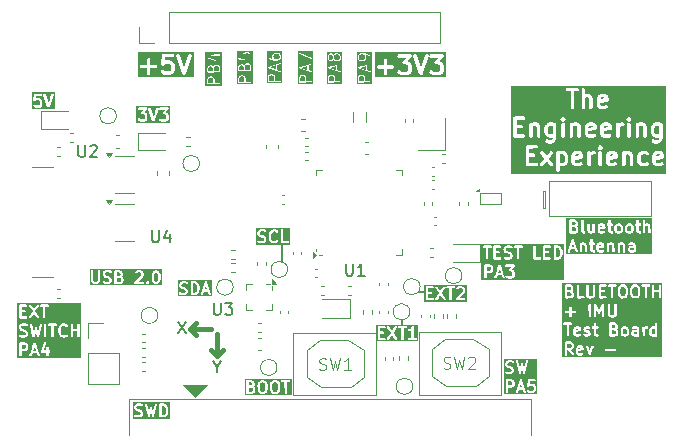
<source format=gbr>
%TF.GenerationSoftware,KiCad,Pcbnew,8.0.0*%
%TF.CreationDate,2024-07-22T23:16:51+01:00*%
%TF.ProjectId,Blue_Pedal,426c7565-5f50-4656-9461-6c2e6b696361,rev?*%
%TF.SameCoordinates,Original*%
%TF.FileFunction,Legend,Top*%
%TF.FilePolarity,Positive*%
%FSLAX46Y46*%
G04 Gerber Fmt 4.6, Leading zero omitted, Abs format (unit mm)*
G04 Created by KiCad (PCBNEW 8.0.0) date 2024-07-22 23:16:51*
%MOMM*%
%LPD*%
G01*
G04 APERTURE LIST*
%ADD10C,0.400000*%
%ADD11C,0.200000*%
%ADD12C,0.100000*%
%ADD13C,0.300000*%
%ADD14C,0.150000*%
%ADD15C,0.120000*%
G04 APERTURE END LIST*
D10*
X114888000Y-125816000D02*
X115396000Y-126324000D01*
X115904000Y-125816000D02*
X115396000Y-126324000D01*
X115396000Y-126260500D02*
X115396000Y-124482500D01*
X114888000Y-124038000D02*
X113110000Y-124038000D01*
D11*
X120910000Y-116850000D02*
X120910000Y-118340000D01*
D10*
X113618000Y-124546000D02*
X113110000Y-124038000D01*
X113618000Y-123530000D02*
X113110000Y-124038000D01*
D11*
X132480000Y-120890000D02*
X132980000Y-120890000D01*
X131050000Y-123290000D02*
X131050000Y-123700000D01*
D12*
G36*
X125249442Y-102636172D02*
G01*
X125249635Y-102636461D01*
X125288316Y-102671882D01*
X125330283Y-102749821D01*
X125333394Y-103076868D01*
X124905977Y-103078464D01*
X124902970Y-102762368D01*
X124939104Y-102684272D01*
X124939393Y-102684080D01*
X124974814Y-102645398D01*
X125052912Y-102603345D01*
X125172425Y-102600537D01*
X125249442Y-102636172D01*
G37*
G36*
X125523848Y-102105582D02*
G01*
X125008626Y-101935869D01*
X125521216Y-101762984D01*
X125523848Y-102105582D01*
G37*
G36*
X125725631Y-100826648D02*
G01*
X125725825Y-100826938D01*
X125764507Y-100862358D01*
X125806527Y-100940394D01*
X125809555Y-101107183D01*
X125773733Y-101184603D01*
X125773445Y-101184797D01*
X125738022Y-101223479D01*
X125659985Y-101265499D01*
X125493197Y-101268527D01*
X125415776Y-101232705D01*
X125415583Y-101232416D01*
X125376901Y-101196996D01*
X125334881Y-101118958D01*
X125331853Y-100952169D01*
X125367675Y-100874748D01*
X125367964Y-100874556D01*
X125403385Y-100835874D01*
X125481421Y-100793854D01*
X125648211Y-100790826D01*
X125725631Y-100826648D01*
G37*
G36*
X125154204Y-100826648D02*
G01*
X125154397Y-100826937D01*
X125193078Y-100862358D01*
X125235098Y-100940394D01*
X125238126Y-101107183D01*
X125202304Y-101184604D01*
X125202015Y-101184798D01*
X125166595Y-101223479D01*
X125088076Y-101265758D01*
X125061870Y-101267252D01*
X124987205Y-101232705D01*
X124987012Y-101232416D01*
X124948330Y-101196996D01*
X124906310Y-101118958D01*
X124903282Y-100952169D01*
X124939104Y-100874748D01*
X124939393Y-100874556D01*
X124974814Y-100835874D01*
X125053331Y-100793596D01*
X125079539Y-100792101D01*
X125154204Y-100826648D01*
G37*
G36*
X126017530Y-103286026D02*
G01*
X124695308Y-103286026D01*
X124695308Y-102743963D01*
X124806419Y-102743963D01*
X124810225Y-103144049D01*
X124837285Y-103171109D01*
X124856419Y-103174915D01*
X125875553Y-103171109D01*
X125902613Y-103144049D01*
X125902613Y-103105781D01*
X125875553Y-103078721D01*
X125856419Y-103074915D01*
X125429767Y-103076508D01*
X125426668Y-102750718D01*
X125430102Y-102740418D01*
X125426443Y-102727058D01*
X125426422Y-102724829D01*
X125425610Y-102724017D01*
X125424949Y-102721602D01*
X125378803Y-102635901D01*
X125378803Y-102629590D01*
X125367964Y-102613369D01*
X125365412Y-102611032D01*
X125365369Y-102610952D01*
X125365298Y-102610928D01*
X125324504Y-102573574D01*
X125322762Y-102568346D01*
X125307350Y-102556384D01*
X125215461Y-102513868D01*
X125208886Y-102507293D01*
X125195492Y-102504628D01*
X125193297Y-102503613D01*
X125192208Y-102503975D01*
X125189752Y-102503487D01*
X125052636Y-102506708D01*
X125043350Y-102503613D01*
X125030114Y-102507237D01*
X125027761Y-102507293D01*
X125026949Y-102508104D01*
X125024534Y-102508766D01*
X124938833Y-102554912D01*
X124932522Y-102554912D01*
X124916301Y-102565751D01*
X124913964Y-102568302D01*
X124913884Y-102568346D01*
X124913860Y-102568416D01*
X124876506Y-102609210D01*
X124871278Y-102610953D01*
X124859316Y-102626365D01*
X124816800Y-102718253D01*
X124810225Y-102724829D01*
X124807560Y-102738222D01*
X124806545Y-102740418D01*
X124806907Y-102741506D01*
X124806419Y-102743963D01*
X124695308Y-102743963D01*
X124695308Y-101937983D01*
X124806545Y-101937983D01*
X124813632Y-101952159D01*
X124818646Y-101967199D01*
X124821988Y-101968869D01*
X124823659Y-101972212D01*
X124840608Y-101981873D01*
X125547594Y-102214752D01*
X125551570Y-102218728D01*
X125559663Y-102218728D01*
X125859963Y-102317646D01*
X125894191Y-102300532D01*
X125906293Y-102264228D01*
X125889178Y-102229999D01*
X125872230Y-102220338D01*
X125620434Y-102137397D01*
X125617308Y-101730574D01*
X125889178Y-101638879D01*
X125906293Y-101604650D01*
X125894191Y-101568346D01*
X125859963Y-101551232D01*
X125840607Y-101553672D01*
X125554558Y-101650150D01*
X125551570Y-101650150D01*
X125550049Y-101651670D01*
X124856245Y-101885675D01*
X124852875Y-101884565D01*
X124839064Y-101891470D01*
X124823659Y-101896666D01*
X124821988Y-101900008D01*
X124818646Y-101901679D01*
X124813632Y-101916718D01*
X124806545Y-101930895D01*
X124807726Y-101934439D01*
X124806545Y-101937983D01*
X124695308Y-101937983D01*
X124695308Y-100934439D01*
X124806419Y-100934439D01*
X124809766Y-101118795D01*
X124806545Y-101128460D01*
X124810183Y-101141744D01*
X124810225Y-101144049D01*
X124811036Y-101144860D01*
X124811698Y-101147276D01*
X124857844Y-101232976D01*
X124857844Y-101239287D01*
X124868683Y-101255508D01*
X124871234Y-101257844D01*
X124871278Y-101257925D01*
X124871347Y-101257948D01*
X124912141Y-101295303D01*
X124913884Y-101300532D01*
X124929296Y-101312493D01*
X125021185Y-101355009D01*
X125027761Y-101361585D01*
X125041154Y-101364249D01*
X125043350Y-101365265D01*
X125044438Y-101364902D01*
X125046895Y-101365391D01*
X125090908Y-101362881D01*
X125098059Y-101365265D01*
X125110930Y-101361739D01*
X125113648Y-101361585D01*
X125114459Y-101360773D01*
X125116875Y-101360112D01*
X125202575Y-101313966D01*
X125208886Y-101313966D01*
X125225107Y-101303127D01*
X125227443Y-101300575D01*
X125227524Y-101300532D01*
X125227547Y-101300462D01*
X125264902Y-101259668D01*
X125270131Y-101257926D01*
X125282092Y-101242514D01*
X125286415Y-101233170D01*
X125286415Y-101239287D01*
X125297254Y-101255508D01*
X125299805Y-101257844D01*
X125299849Y-101257925D01*
X125299918Y-101257948D01*
X125340712Y-101295303D01*
X125342455Y-101300532D01*
X125357867Y-101312493D01*
X125449756Y-101355009D01*
X125456332Y-101361585D01*
X125469725Y-101364249D01*
X125471921Y-101365265D01*
X125473009Y-101364902D01*
X125475466Y-101365391D01*
X125659822Y-101362043D01*
X125669487Y-101365265D01*
X125682771Y-101361626D01*
X125685076Y-101361585D01*
X125685887Y-101360773D01*
X125688303Y-101360112D01*
X125774003Y-101313966D01*
X125780314Y-101313966D01*
X125796535Y-101303128D01*
X125798873Y-101300574D01*
X125798952Y-101300532D01*
X125798974Y-101300463D01*
X125836330Y-101259668D01*
X125841560Y-101257926D01*
X125853521Y-101242514D01*
X125896037Y-101150624D01*
X125902613Y-101144049D01*
X125905277Y-101130655D01*
X125906293Y-101128460D01*
X125905930Y-101127371D01*
X125906419Y-101124915D01*
X125903071Y-100940558D01*
X125906293Y-100930894D01*
X125902654Y-100917609D01*
X125902613Y-100915305D01*
X125901801Y-100914493D01*
X125901140Y-100912078D01*
X125854994Y-100826377D01*
X125854994Y-100820066D01*
X125844155Y-100803845D01*
X125841603Y-100801508D01*
X125841560Y-100801428D01*
X125841489Y-100801404D01*
X125800694Y-100764049D01*
X125798952Y-100758822D01*
X125783540Y-100746860D01*
X125691651Y-100704344D01*
X125685076Y-100697769D01*
X125671682Y-100695104D01*
X125669487Y-100694089D01*
X125668398Y-100694451D01*
X125665942Y-100693963D01*
X125481585Y-100697310D01*
X125471921Y-100694089D01*
X125458636Y-100697727D01*
X125456332Y-100697769D01*
X125455520Y-100698580D01*
X125453105Y-100699242D01*
X125367404Y-100745388D01*
X125361093Y-100745388D01*
X125344872Y-100756227D01*
X125342535Y-100758778D01*
X125342455Y-100758822D01*
X125342431Y-100758892D01*
X125305077Y-100799686D01*
X125299849Y-100801429D01*
X125287887Y-100816841D01*
X125283565Y-100826182D01*
X125283565Y-100820066D01*
X125272726Y-100803845D01*
X125270174Y-100801508D01*
X125270131Y-100801428D01*
X125270060Y-100801404D01*
X125229266Y-100764050D01*
X125227524Y-100758822D01*
X125212112Y-100746860D01*
X125120223Y-100704344D01*
X125113648Y-100697769D01*
X125100254Y-100695104D01*
X125098059Y-100694089D01*
X125096970Y-100694451D01*
X125094514Y-100693963D01*
X125050500Y-100696472D01*
X125043350Y-100694089D01*
X125030478Y-100697614D01*
X125027761Y-100697769D01*
X125026949Y-100698580D01*
X125024534Y-100699242D01*
X124938833Y-100745388D01*
X124932522Y-100745388D01*
X124916301Y-100756227D01*
X124913964Y-100758778D01*
X124913884Y-100758822D01*
X124913860Y-100758892D01*
X124876506Y-100799686D01*
X124871278Y-100801429D01*
X124859316Y-100816841D01*
X124816800Y-100908729D01*
X124810225Y-100915305D01*
X124807560Y-100928698D01*
X124806545Y-100930894D01*
X124806907Y-100931982D01*
X124806419Y-100934439D01*
X124695308Y-100934439D01*
X124695308Y-100582852D01*
X126017530Y-100582852D01*
X126017530Y-103286026D01*
G37*
D11*
G36*
X118420611Y-129056529D02*
G01*
X118440236Y-129075305D01*
X118471353Y-129135236D01*
X118472487Y-129231083D01*
X118443866Y-129290576D01*
X118419204Y-129316354D01*
X118359564Y-129347320D01*
X118099487Y-129348567D01*
X118098873Y-129022868D01*
X118312077Y-129021708D01*
X118420611Y-129056529D01*
G37*
G36*
X118366840Y-128574453D02*
G01*
X118392617Y-128599115D01*
X118423842Y-128659254D01*
X118424654Y-128707719D01*
X118396246Y-128766769D01*
X118371588Y-128792542D01*
X118311919Y-128823523D01*
X118098499Y-128824685D01*
X118097976Y-128546683D01*
X118306754Y-128545547D01*
X118366840Y-128574453D01*
G37*
G36*
X119414108Y-128574284D02*
G01*
X119480498Y-128639040D01*
X119518752Y-128786465D01*
X119520431Y-129094929D01*
X119482696Y-129251790D01*
X119420252Y-129315810D01*
X119359384Y-129347413D01*
X119216055Y-129348724D01*
X119156664Y-129320152D01*
X119090275Y-129255396D01*
X119052021Y-129107971D01*
X119050342Y-128799508D01*
X119088077Y-128642646D01*
X119150520Y-128578627D01*
X119211388Y-128547024D01*
X119354718Y-128545713D01*
X119414108Y-128574284D01*
G37*
G36*
X120461727Y-128574284D02*
G01*
X120528117Y-128639040D01*
X120566371Y-128786465D01*
X120568050Y-129094929D01*
X120530315Y-129251790D01*
X120467871Y-129315810D01*
X120407003Y-129347413D01*
X120263674Y-129348724D01*
X120204283Y-129320152D01*
X120137894Y-129255396D01*
X120099640Y-129107971D01*
X120097961Y-128799508D01*
X120135696Y-128642646D01*
X120198139Y-128578627D01*
X120259007Y-128547024D01*
X120402337Y-128545713D01*
X120461727Y-128574284D01*
G37*
G36*
X121732672Y-129658330D02*
G01*
X117788562Y-129658330D01*
X117788562Y-128447219D01*
X117899673Y-128447219D01*
X117901594Y-129466728D01*
X117916526Y-129502776D01*
X117944116Y-129530366D01*
X117980164Y-129545298D01*
X117999673Y-129547219D01*
X118365212Y-129545465D01*
X118368118Y-129546434D01*
X118382942Y-129545380D01*
X118400134Y-129545298D01*
X118403454Y-129543922D01*
X118407038Y-129543668D01*
X118425346Y-129536662D01*
X118520374Y-129487322D01*
X118531421Y-129482747D01*
X118535267Y-129479589D01*
X118537174Y-129478600D01*
X118538904Y-129476605D01*
X118546574Y-129470310D01*
X118594507Y-129420207D01*
X118602482Y-129413292D01*
X118605093Y-129409142D01*
X118606630Y-129407537D01*
X118607641Y-129405095D01*
X118612925Y-129396701D01*
X118652863Y-129313683D01*
X118654248Y-129312299D01*
X118658700Y-129301549D01*
X118667550Y-129283155D01*
X118667804Y-129279571D01*
X118669180Y-129276251D01*
X118671101Y-129256742D01*
X118669584Y-129128585D01*
X118670316Y-129126392D01*
X118669407Y-129113609D01*
X118669180Y-129094376D01*
X118667804Y-129091055D01*
X118667550Y-129087472D01*
X118660544Y-129069163D01*
X118611201Y-128974129D01*
X118606629Y-128963089D01*
X118603473Y-128959243D01*
X118602482Y-128957335D01*
X118600484Y-128955602D01*
X118594192Y-128947936D01*
X118555429Y-128910851D01*
X118554862Y-128909716D01*
X118548236Y-128903969D01*
X118543751Y-128899678D01*
X118546888Y-128896398D01*
X118554863Y-128889483D01*
X118557474Y-128885333D01*
X118559010Y-128883729D01*
X118560020Y-128881288D01*
X118565306Y-128872892D01*
X118605244Y-128789874D01*
X118606629Y-128788490D01*
X118609916Y-128780552D01*
X118852054Y-128780552D01*
X118853834Y-129107574D01*
X118852172Y-129118746D01*
X118853961Y-129130843D01*
X118853975Y-129133394D01*
X118854539Y-129134757D01*
X118855040Y-129138139D01*
X118901594Y-129317554D01*
X118901594Y-129323870D01*
X118905981Y-129334462D01*
X118909254Y-129347075D01*
X118913679Y-129353047D01*
X118916525Y-129359918D01*
X118928962Y-129375071D01*
X119025350Y-129469088D01*
X119033599Y-129478600D01*
X119037834Y-129481266D01*
X119039353Y-129482747D01*
X119041793Y-129483757D01*
X119050190Y-129489043D01*
X119133207Y-129528981D01*
X119134592Y-129530366D01*
X119145341Y-129534818D01*
X119163736Y-129543668D01*
X119167319Y-129543922D01*
X119170640Y-129545298D01*
X119190149Y-129547219D01*
X119365656Y-129545613D01*
X119368118Y-129546434D01*
X119381733Y-129545466D01*
X119400134Y-129545298D01*
X119403454Y-129543922D01*
X119407038Y-129543668D01*
X119425346Y-129536662D01*
X119520374Y-129487322D01*
X119531421Y-129482747D01*
X119535267Y-129479589D01*
X119537174Y-129478600D01*
X119538904Y-129476605D01*
X119546574Y-129470310D01*
X119633243Y-129381453D01*
X119638291Y-129378425D01*
X119644907Y-129369494D01*
X119654249Y-129359918D01*
X119657094Y-129353047D01*
X119661520Y-129347075D01*
X119668115Y-129328615D01*
X119712694Y-129143302D01*
X119716799Y-129133394D01*
X119717991Y-129121284D01*
X119718602Y-129118746D01*
X119718384Y-129117287D01*
X119718720Y-129113885D01*
X119716939Y-128786862D01*
X119717878Y-128780552D01*
X119899673Y-128780552D01*
X119901453Y-129107574D01*
X119899791Y-129118746D01*
X119901580Y-129130843D01*
X119901594Y-129133394D01*
X119902158Y-129134757D01*
X119902659Y-129138139D01*
X119949213Y-129317554D01*
X119949213Y-129323870D01*
X119953600Y-129334462D01*
X119956873Y-129347075D01*
X119961298Y-129353047D01*
X119964144Y-129359918D01*
X119976581Y-129375071D01*
X120072969Y-129469088D01*
X120081218Y-129478600D01*
X120085453Y-129481266D01*
X120086972Y-129482747D01*
X120089412Y-129483757D01*
X120097809Y-129489043D01*
X120180826Y-129528981D01*
X120182211Y-129530366D01*
X120192960Y-129534818D01*
X120211355Y-129543668D01*
X120214938Y-129543922D01*
X120218259Y-129545298D01*
X120237768Y-129547219D01*
X120413275Y-129545613D01*
X120415737Y-129546434D01*
X120429352Y-129545466D01*
X120447753Y-129545298D01*
X120451073Y-129543922D01*
X120454657Y-129543668D01*
X120472965Y-129536662D01*
X120567993Y-129487322D01*
X120579040Y-129482747D01*
X120582886Y-129479589D01*
X120584793Y-129478600D01*
X120586523Y-129476605D01*
X120594193Y-129470310D01*
X120680862Y-129381453D01*
X120685910Y-129378425D01*
X120692526Y-129369494D01*
X120701868Y-129359918D01*
X120704713Y-129353047D01*
X120709139Y-129347075D01*
X120715734Y-129328615D01*
X120760313Y-129143302D01*
X120764418Y-129133394D01*
X120765610Y-129121284D01*
X120766221Y-129118746D01*
X120766003Y-129117287D01*
X120766339Y-129113885D01*
X120764558Y-128786862D01*
X120766221Y-128775691D01*
X120764431Y-128763593D01*
X120764418Y-128761043D01*
X120763853Y-128759679D01*
X120763353Y-128756298D01*
X120716799Y-128576882D01*
X120716799Y-128570567D01*
X120712412Y-128559976D01*
X120709139Y-128547362D01*
X120704712Y-128541387D01*
X120701867Y-128534519D01*
X120689431Y-128519365D01*
X120635465Y-128466728D01*
X120853975Y-128466728D01*
X120868907Y-128502776D01*
X120896497Y-128530366D01*
X120932545Y-128545298D01*
X120952054Y-128547219D01*
X121137955Y-128546614D01*
X121139689Y-129466728D01*
X121154621Y-129502776D01*
X121182211Y-129530366D01*
X121218259Y-129545298D01*
X121257277Y-129545298D01*
X121293325Y-129530366D01*
X121320915Y-129502776D01*
X121335847Y-129466728D01*
X121337768Y-129447219D01*
X121336069Y-128545970D01*
X121542991Y-128545298D01*
X121579039Y-128530366D01*
X121606629Y-128502776D01*
X121621561Y-128466728D01*
X121621561Y-128427710D01*
X121606629Y-128391662D01*
X121579039Y-128364072D01*
X121542991Y-128349140D01*
X121523482Y-128347219D01*
X120932545Y-128349140D01*
X120896497Y-128364072D01*
X120868907Y-128391662D01*
X120853975Y-128427710D01*
X120853975Y-128466728D01*
X120635465Y-128466728D01*
X120593041Y-128425348D01*
X120584793Y-128415838D01*
X120580556Y-128413171D01*
X120579039Y-128411691D01*
X120576599Y-128410680D01*
X120568203Y-128405395D01*
X120485185Y-128365456D01*
X120483801Y-128364072D01*
X120473051Y-128359619D01*
X120454657Y-128350770D01*
X120451073Y-128350515D01*
X120447753Y-128349140D01*
X120428244Y-128347219D01*
X120252736Y-128348824D01*
X120250275Y-128348004D01*
X120236659Y-128348971D01*
X120218259Y-128349140D01*
X120214938Y-128350515D01*
X120211355Y-128350770D01*
X120193046Y-128357776D01*
X120098012Y-128407118D01*
X120086973Y-128411691D01*
X120083128Y-128414846D01*
X120081218Y-128415838D01*
X120079485Y-128417835D01*
X120071819Y-128424127D01*
X119985151Y-128512982D01*
X119980102Y-128516012D01*
X119973482Y-128524946D01*
X119964145Y-128534519D01*
X119961299Y-128541387D01*
X119956873Y-128547362D01*
X119950278Y-128565823D01*
X119905698Y-128751133D01*
X119901594Y-128761043D01*
X119900401Y-128773152D01*
X119899791Y-128775691D01*
X119900008Y-128777149D01*
X119899673Y-128780552D01*
X119717878Y-128780552D01*
X119718602Y-128775691D01*
X119716812Y-128763593D01*
X119716799Y-128761043D01*
X119716234Y-128759679D01*
X119715734Y-128756298D01*
X119669180Y-128576882D01*
X119669180Y-128570567D01*
X119664793Y-128559976D01*
X119661520Y-128547362D01*
X119657093Y-128541387D01*
X119654248Y-128534519D01*
X119641812Y-128519365D01*
X119545422Y-128425348D01*
X119537174Y-128415838D01*
X119532937Y-128413171D01*
X119531420Y-128411691D01*
X119528980Y-128410680D01*
X119520584Y-128405395D01*
X119437566Y-128365456D01*
X119436182Y-128364072D01*
X119425432Y-128359619D01*
X119407038Y-128350770D01*
X119403454Y-128350515D01*
X119400134Y-128349140D01*
X119380625Y-128347219D01*
X119205117Y-128348824D01*
X119202656Y-128348004D01*
X119189040Y-128348971D01*
X119170640Y-128349140D01*
X119167319Y-128350515D01*
X119163736Y-128350770D01*
X119145427Y-128357776D01*
X119050393Y-128407118D01*
X119039354Y-128411691D01*
X119035509Y-128414846D01*
X119033599Y-128415838D01*
X119031866Y-128417835D01*
X119024200Y-128424127D01*
X118937532Y-128512982D01*
X118932483Y-128516012D01*
X118925863Y-128524946D01*
X118916526Y-128534519D01*
X118913680Y-128541387D01*
X118909254Y-128547362D01*
X118902659Y-128565823D01*
X118858079Y-128751133D01*
X118853975Y-128761043D01*
X118852782Y-128773152D01*
X118852172Y-128775691D01*
X118852389Y-128777149D01*
X118852054Y-128780552D01*
X118609916Y-128780552D01*
X118611081Y-128777740D01*
X118619931Y-128759346D01*
X118620185Y-128755762D01*
X118621561Y-128752442D01*
X118623482Y-128732933D01*
X118622125Y-128651915D01*
X118622697Y-128650202D01*
X118621912Y-128639157D01*
X118621561Y-128618186D01*
X118620185Y-128614865D01*
X118619931Y-128611282D01*
X118612925Y-128592973D01*
X118563582Y-128497939D01*
X118559010Y-128486899D01*
X118555854Y-128483053D01*
X118554863Y-128481145D01*
X118552865Y-128479412D01*
X118546573Y-128471746D01*
X118496472Y-128423814D01*
X118489555Y-128415838D01*
X118485405Y-128413225D01*
X118483801Y-128411691D01*
X118481361Y-128410680D01*
X118472965Y-128405395D01*
X118389947Y-128365456D01*
X118388563Y-128364072D01*
X118377813Y-128359619D01*
X118359419Y-128350770D01*
X118355835Y-128350515D01*
X118352515Y-128349140D01*
X118333006Y-128347219D01*
X117980164Y-128349140D01*
X117944116Y-128364072D01*
X117916526Y-128391662D01*
X117901594Y-128427710D01*
X117899673Y-128447219D01*
X117788562Y-128447219D01*
X117788562Y-128236108D01*
X121732672Y-128236108D01*
X121732672Y-129658330D01*
G37*
X112114435Y-123413219D02*
X112781101Y-124413219D01*
X112781101Y-123413219D02*
X112114435Y-124413219D01*
G36*
X121617434Y-116898330D02*
G01*
X118720943Y-116898330D01*
X118720943Y-115877695D01*
X118832054Y-115877695D01*
X118833410Y-115958712D01*
X118832839Y-115960426D01*
X118833623Y-115971470D01*
X118833975Y-115992442D01*
X118835350Y-115995762D01*
X118835605Y-115999346D01*
X118842611Y-116017654D01*
X118891951Y-116112683D01*
X118896526Y-116123728D01*
X118899682Y-116127574D01*
X118900673Y-116129482D01*
X118902667Y-116131211D01*
X118908962Y-116138882D01*
X118959064Y-116186815D01*
X118965980Y-116194790D01*
X118970129Y-116197401D01*
X118971734Y-116198937D01*
X118974174Y-116199947D01*
X118982571Y-116205233D01*
X119072842Y-116248661D01*
X119079816Y-116253828D01*
X119094450Y-116259056D01*
X119096117Y-116259858D01*
X119096837Y-116259909D01*
X119098276Y-116260423D01*
X119271819Y-116302171D01*
X119346840Y-116338262D01*
X119372617Y-116362924D01*
X119403842Y-116423063D01*
X119404654Y-116471528D01*
X119376247Y-116530576D01*
X119351585Y-116556354D01*
X119291836Y-116587376D01*
X119095590Y-116588840D01*
X118944561Y-116540385D01*
X118905641Y-116543151D01*
X118870742Y-116560601D01*
X118845177Y-116590077D01*
X118832839Y-116627093D01*
X118835605Y-116666013D01*
X118853055Y-116700912D01*
X118882531Y-116726477D01*
X118900431Y-116734468D01*
X119043515Y-116780374D01*
X119055402Y-116785298D01*
X119060394Y-116785789D01*
X119062403Y-116786434D01*
X119065037Y-116786246D01*
X119074911Y-116787219D01*
X119297866Y-116785556D01*
X119300499Y-116786434D01*
X119314604Y-116785431D01*
X119332515Y-116785298D01*
X119335835Y-116783922D01*
X119339419Y-116783668D01*
X119357727Y-116776662D01*
X119452755Y-116727322D01*
X119463802Y-116722747D01*
X119467648Y-116719589D01*
X119469555Y-116718600D01*
X119471285Y-116716605D01*
X119478955Y-116710310D01*
X119526888Y-116660207D01*
X119534863Y-116653292D01*
X119537474Y-116649142D01*
X119539011Y-116647537D01*
X119540022Y-116645095D01*
X119545306Y-116636701D01*
X119585244Y-116553683D01*
X119586629Y-116552299D01*
X119591081Y-116541549D01*
X119599931Y-116523155D01*
X119600185Y-116519571D01*
X119601561Y-116516251D01*
X119603482Y-116496742D01*
X119602125Y-116415724D01*
X119602697Y-116414011D01*
X119601912Y-116402966D01*
X119601561Y-116381995D01*
X119600185Y-116378674D01*
X119599931Y-116375091D01*
X119592925Y-116356782D01*
X119543582Y-116261748D01*
X119539010Y-116250708D01*
X119535854Y-116246862D01*
X119534863Y-116244954D01*
X119532865Y-116243221D01*
X119526573Y-116235555D01*
X119476472Y-116187623D01*
X119469555Y-116179647D01*
X119465405Y-116177034D01*
X119463801Y-116175500D01*
X119461361Y-116174489D01*
X119452965Y-116169204D01*
X119362693Y-116125775D01*
X119355720Y-116120609D01*
X119342232Y-116115790D01*
X119784435Y-116115790D01*
X119786062Y-116253363D01*
X119784553Y-116263508D01*
X119786324Y-116275486D01*
X119786356Y-116278156D01*
X119786920Y-116279519D01*
X119787421Y-116282901D01*
X119834925Y-116465980D01*
X119835605Y-116475536D01*
X119841196Y-116490148D01*
X119841635Y-116491837D01*
X119842065Y-116492417D01*
X119842611Y-116493844D01*
X119891947Y-116588866D01*
X119896525Y-116599918D01*
X119899683Y-116603766D01*
X119900673Y-116605672D01*
X119902667Y-116607401D01*
X119908962Y-116615071D01*
X119994907Y-116698902D01*
X119995912Y-116700912D01*
X120005436Y-116709172D01*
X120019353Y-116722747D01*
X120022672Y-116724122D01*
X120025388Y-116726477D01*
X120043288Y-116734468D01*
X120186372Y-116780374D01*
X120198259Y-116785298D01*
X120203251Y-116785789D01*
X120205260Y-116786434D01*
X120207894Y-116786246D01*
X120217768Y-116787219D01*
X120313910Y-116785609D01*
X120325513Y-116786434D01*
X120330349Y-116785334D01*
X120332515Y-116785298D01*
X120334957Y-116784286D01*
X120344629Y-116782087D01*
X120473006Y-116737678D01*
X120475373Y-116737678D01*
X120487365Y-116732710D01*
X120505386Y-116726477D01*
X120508101Y-116724122D01*
X120511421Y-116722747D01*
X120526574Y-116710310D01*
X120586630Y-116647537D01*
X120601561Y-116611488D01*
X120601560Y-116572470D01*
X120586629Y-116536422D01*
X120559038Y-116508832D01*
X120522990Y-116493901D01*
X120483972Y-116493902D01*
X120447924Y-116508833D01*
X120432770Y-116521270D01*
X120403440Y-116551927D01*
X120300829Y-116587422D01*
X120237342Y-116588485D01*
X120130602Y-116554240D01*
X120063463Y-116488752D01*
X120027842Y-116420145D01*
X119984363Y-116252580D01*
X119982957Y-116133773D01*
X120023197Y-115966500D01*
X120059119Y-115891830D01*
X120126426Y-115822824D01*
X120229944Y-115787015D01*
X120293430Y-115785952D01*
X120400611Y-115820339D01*
X120447924Y-115865604D01*
X120483973Y-115880535D01*
X120522991Y-115880535D01*
X120559039Y-115865604D01*
X120586629Y-115838014D01*
X120601560Y-115801966D01*
X120601560Y-115762948D01*
X120586629Y-115726899D01*
X120574192Y-115711746D01*
X120548555Y-115687219D01*
X120832054Y-115687219D01*
X120833975Y-116706728D01*
X120848907Y-116742776D01*
X120876497Y-116770366D01*
X120912545Y-116785298D01*
X120932054Y-116787219D01*
X121427753Y-116785298D01*
X121463801Y-116770366D01*
X121491391Y-116742776D01*
X121506323Y-116706728D01*
X121506323Y-116667710D01*
X121491391Y-116631662D01*
X121463801Y-116604072D01*
X121427753Y-116589140D01*
X121408244Y-116587219D01*
X121031868Y-116588677D01*
X121030133Y-115667710D01*
X121015201Y-115631662D01*
X120987611Y-115604072D01*
X120951563Y-115589140D01*
X120912545Y-115589140D01*
X120876497Y-115604072D01*
X120848907Y-115631662D01*
X120833975Y-115667710D01*
X120832054Y-115687219D01*
X120548555Y-115687219D01*
X120535429Y-115674661D01*
X120534862Y-115673526D01*
X120528236Y-115667779D01*
X120511420Y-115651691D01*
X120508101Y-115650316D01*
X120505386Y-115647961D01*
X120487485Y-115639970D01*
X120344405Y-115594065D01*
X120332515Y-115589140D01*
X120327521Y-115588648D01*
X120325513Y-115588004D01*
X120322879Y-115588191D01*
X120313006Y-115587219D01*
X120216862Y-115588828D01*
X120205260Y-115588004D01*
X120200424Y-115589103D01*
X120198259Y-115589140D01*
X120195817Y-115590151D01*
X120186145Y-115592351D01*
X120057771Y-115636759D01*
X120055402Y-115636759D01*
X120043405Y-115641728D01*
X120025388Y-115647961D01*
X120022672Y-115650316D01*
X120019354Y-115651691D01*
X120004200Y-115664127D01*
X119910183Y-115760516D01*
X119900673Y-115768765D01*
X119898006Y-115773001D01*
X119896526Y-115774519D01*
X119895515Y-115776958D01*
X119890230Y-115785355D01*
X119846801Y-115875626D01*
X119841635Y-115882600D01*
X119836407Y-115897232D01*
X119835605Y-115898901D01*
X119835553Y-115899623D01*
X119835040Y-115901061D01*
X119790460Y-116086371D01*
X119786356Y-116096281D01*
X119785163Y-116108390D01*
X119784553Y-116110929D01*
X119784770Y-116112387D01*
X119784435Y-116115790D01*
X119342232Y-116115790D01*
X119341087Y-116115381D01*
X119339419Y-116114579D01*
X119338696Y-116114527D01*
X119337259Y-116114014D01*
X119163716Y-116072265D01*
X119088693Y-116036173D01*
X119062920Y-116011515D01*
X119031693Y-115951372D01*
X119030881Y-115902908D01*
X119059288Y-115843860D01*
X119083950Y-115818083D01*
X119143698Y-115787061D01*
X119339944Y-115785597D01*
X119490974Y-115834053D01*
X119529894Y-115831287D01*
X119564793Y-115813837D01*
X119590358Y-115784361D01*
X119602697Y-115747345D01*
X119599930Y-115708425D01*
X119582481Y-115673526D01*
X119553005Y-115647961D01*
X119535104Y-115639970D01*
X119392024Y-115594065D01*
X119380134Y-115589140D01*
X119375140Y-115588648D01*
X119373132Y-115588004D01*
X119370498Y-115588191D01*
X119360625Y-115587219D01*
X119137669Y-115588881D01*
X119135037Y-115588004D01*
X119120931Y-115589006D01*
X119103021Y-115589140D01*
X119099700Y-115590515D01*
X119096117Y-115590770D01*
X119077808Y-115597776D01*
X118982774Y-115647118D01*
X118971734Y-115651691D01*
X118967888Y-115654846D01*
X118965980Y-115655838D01*
X118964247Y-115657835D01*
X118956581Y-115664128D01*
X118908649Y-115714228D01*
X118900673Y-115721146D01*
X118898060Y-115725295D01*
X118896526Y-115726900D01*
X118895515Y-115729339D01*
X118890230Y-115737736D01*
X118850291Y-115820753D01*
X118848907Y-115822138D01*
X118844454Y-115832887D01*
X118835605Y-115851282D01*
X118835350Y-115854865D01*
X118833975Y-115858186D01*
X118832054Y-115877695D01*
X118720943Y-115877695D01*
X118720943Y-115476108D01*
X121617434Y-115476108D01*
X121617434Y-116898330D01*
G37*
D12*
G36*
X120169442Y-102585372D02*
G01*
X120169635Y-102585661D01*
X120208316Y-102621082D01*
X120250283Y-102699021D01*
X120253394Y-103026068D01*
X119825977Y-103027664D01*
X119822970Y-102711568D01*
X119859104Y-102633472D01*
X119859393Y-102633280D01*
X119894814Y-102594598D01*
X119972912Y-102552545D01*
X120092425Y-102549737D01*
X120169442Y-102585372D01*
G37*
G36*
X120443848Y-102054782D02*
G01*
X119928626Y-101885069D01*
X120441216Y-101712184D01*
X120443848Y-102054782D01*
G37*
G36*
X120645631Y-100775848D02*
G01*
X120645825Y-100776138D01*
X120684507Y-100811558D01*
X120726527Y-100889594D01*
X120729555Y-101056383D01*
X120693733Y-101133803D01*
X120693445Y-101133997D01*
X120658022Y-101172679D01*
X120580083Y-101214646D01*
X120363375Y-101216708D01*
X120288157Y-101181905D01*
X120287964Y-101181616D01*
X120249282Y-101146196D01*
X120207262Y-101068158D01*
X120204234Y-100901369D01*
X120240056Y-100823948D01*
X120240345Y-100823756D01*
X120275766Y-100785074D01*
X120353764Y-100743075D01*
X120567951Y-100739906D01*
X120645631Y-100775848D01*
G37*
G36*
X120937530Y-103235226D02*
G01*
X119615308Y-103235226D01*
X119615308Y-102693163D01*
X119726419Y-102693163D01*
X119730225Y-103093249D01*
X119757285Y-103120309D01*
X119776419Y-103124115D01*
X120795553Y-103120309D01*
X120822613Y-103093249D01*
X120822613Y-103054981D01*
X120795553Y-103027921D01*
X120776419Y-103024115D01*
X120349767Y-103025708D01*
X120346668Y-102699918D01*
X120350102Y-102689618D01*
X120346443Y-102676258D01*
X120346422Y-102674029D01*
X120345610Y-102673217D01*
X120344949Y-102670802D01*
X120298803Y-102585101D01*
X120298803Y-102578790D01*
X120287964Y-102562569D01*
X120285412Y-102560232D01*
X120285369Y-102560152D01*
X120285298Y-102560128D01*
X120244504Y-102522774D01*
X120242762Y-102517546D01*
X120227350Y-102505584D01*
X120135461Y-102463068D01*
X120128886Y-102456493D01*
X120115492Y-102453828D01*
X120113297Y-102452813D01*
X120112208Y-102453175D01*
X120109752Y-102452687D01*
X119972636Y-102455908D01*
X119963350Y-102452813D01*
X119950114Y-102456437D01*
X119947761Y-102456493D01*
X119946949Y-102457304D01*
X119944534Y-102457966D01*
X119858833Y-102504112D01*
X119852522Y-102504112D01*
X119836301Y-102514951D01*
X119833964Y-102517502D01*
X119833884Y-102517546D01*
X119833860Y-102517616D01*
X119796506Y-102558410D01*
X119791278Y-102560153D01*
X119779316Y-102575565D01*
X119736800Y-102667453D01*
X119730225Y-102674029D01*
X119727560Y-102687422D01*
X119726545Y-102689618D01*
X119726907Y-102690706D01*
X119726419Y-102693163D01*
X119615308Y-102693163D01*
X119615308Y-101887183D01*
X119726545Y-101887183D01*
X119733632Y-101901359D01*
X119738646Y-101916399D01*
X119741988Y-101918069D01*
X119743659Y-101921412D01*
X119760608Y-101931073D01*
X120467594Y-102163952D01*
X120471570Y-102167928D01*
X120479663Y-102167928D01*
X120779963Y-102266846D01*
X120814191Y-102249732D01*
X120826293Y-102213428D01*
X120809178Y-102179199D01*
X120792230Y-102169538D01*
X120540434Y-102086597D01*
X120537308Y-101679774D01*
X120809178Y-101588079D01*
X120826293Y-101553850D01*
X120814191Y-101517546D01*
X120779963Y-101500432D01*
X120760607Y-101502872D01*
X120474558Y-101599350D01*
X120471570Y-101599350D01*
X120470049Y-101600870D01*
X119776245Y-101834875D01*
X119772875Y-101833765D01*
X119759064Y-101840670D01*
X119743659Y-101845866D01*
X119741988Y-101849208D01*
X119738646Y-101850879D01*
X119733632Y-101865918D01*
X119726545Y-101880095D01*
X119727726Y-101883639D01*
X119726545Y-101887183D01*
X119615308Y-101887183D01*
X119615308Y-100788401D01*
X119726419Y-100788401D01*
X119729766Y-100972757D01*
X119726545Y-100982422D01*
X119730183Y-100995706D01*
X119730225Y-100998011D01*
X119731036Y-100998822D01*
X119731698Y-101001238D01*
X119777844Y-101086938D01*
X119777844Y-101093249D01*
X119788683Y-101109470D01*
X119791234Y-101111806D01*
X119791278Y-101111887D01*
X119791347Y-101111910D01*
X119829587Y-101146926D01*
X119830113Y-101149556D01*
X119843922Y-101163337D01*
X119980927Y-101250778D01*
X119984748Y-101257146D01*
X120002387Y-101265479D01*
X120182126Y-101307055D01*
X120185856Y-101310785D01*
X120204990Y-101314591D01*
X120341762Y-101313289D01*
X120344302Y-101314465D01*
X120348005Y-101313230D01*
X120579185Y-101311031D01*
X120589487Y-101314465D01*
X120602846Y-101310806D01*
X120605076Y-101310785D01*
X120605887Y-101309973D01*
X120608303Y-101309312D01*
X120694003Y-101263166D01*
X120700314Y-101263166D01*
X120716535Y-101252328D01*
X120718873Y-101249774D01*
X120718952Y-101249732D01*
X120718974Y-101249663D01*
X120756330Y-101208868D01*
X120761560Y-101207126D01*
X120773521Y-101191714D01*
X120816037Y-101099824D01*
X120822613Y-101093249D01*
X120825277Y-101079855D01*
X120826293Y-101077660D01*
X120825930Y-101076571D01*
X120826419Y-101074115D01*
X120823071Y-100889758D01*
X120826293Y-100880094D01*
X120822654Y-100866809D01*
X120822613Y-100864505D01*
X120821801Y-100863693D01*
X120821140Y-100861278D01*
X120774994Y-100775577D01*
X120774994Y-100769266D01*
X120764155Y-100753045D01*
X120761603Y-100750708D01*
X120761560Y-100750628D01*
X120761489Y-100750604D01*
X120720694Y-100713249D01*
X120718952Y-100708022D01*
X120703540Y-100696060D01*
X120611651Y-100653544D01*
X120605076Y-100646969D01*
X120591682Y-100644304D01*
X120589487Y-100643289D01*
X120588398Y-100643651D01*
X120585942Y-100643163D01*
X120354209Y-100646591D01*
X120344302Y-100643289D01*
X120330987Y-100646935D01*
X120328713Y-100646969D01*
X120327901Y-100647780D01*
X120325486Y-100648442D01*
X120239785Y-100694588D01*
X120233474Y-100694588D01*
X120217253Y-100705427D01*
X120214916Y-100707978D01*
X120214836Y-100708022D01*
X120214812Y-100708092D01*
X120177458Y-100748886D01*
X120172230Y-100750629D01*
X120160268Y-100766041D01*
X120117752Y-100857929D01*
X120111177Y-100864505D01*
X120108512Y-100877898D01*
X120107497Y-100880094D01*
X120107859Y-100881182D01*
X120107371Y-100883639D01*
X120110718Y-101067995D01*
X120107497Y-101077660D01*
X120111135Y-101090944D01*
X120111177Y-101093249D01*
X120111988Y-101094060D01*
X120112650Y-101096476D01*
X120158796Y-101182176D01*
X120158796Y-101188487D01*
X120169635Y-101204708D01*
X120170208Y-101205233D01*
X120042594Y-101175714D01*
X120042249Y-101175370D01*
X119910133Y-101091049D01*
X119907012Y-101086378D01*
X119868330Y-101050958D01*
X119826310Y-100972920D01*
X119822613Y-100769267D01*
X119795553Y-100742207D01*
X119757285Y-100742207D01*
X119730225Y-100769267D01*
X119726419Y-100788401D01*
X119615308Y-100788401D01*
X119615308Y-100532052D01*
X120937530Y-100532052D01*
X120937530Y-103235226D01*
G37*
D13*
G36*
X134803120Y-102733495D02*
G01*
X128815525Y-102733495D01*
X128815525Y-101874664D01*
X128982192Y-101874664D01*
X129004590Y-101928736D01*
X129045974Y-101970120D01*
X129100046Y-101992518D01*
X129129310Y-101995400D01*
X129552510Y-101994359D01*
X129553621Y-102446092D01*
X129576019Y-102500164D01*
X129617403Y-102541548D01*
X129671475Y-102563946D01*
X129730003Y-102563946D01*
X129784075Y-102541548D01*
X129825459Y-102500164D01*
X129847857Y-102446092D01*
X129850739Y-102416828D01*
X129850460Y-102303234D01*
X130696478Y-102303234D01*
X130718875Y-102357306D01*
X130737530Y-102380037D01*
X130812685Y-102451938D01*
X130823058Y-102463899D01*
X130829281Y-102467816D01*
X130831690Y-102470121D01*
X130835351Y-102471637D01*
X130847943Y-102479564D01*
X130972468Y-102539470D01*
X130974546Y-102541548D01*
X130990668Y-102548226D01*
X131018264Y-102561502D01*
X131023639Y-102561883D01*
X131028618Y-102563946D01*
X131057882Y-102566828D01*
X131463563Y-102564274D01*
X131467691Y-102565650D01*
X131489336Y-102564112D01*
X131515717Y-102563946D01*
X131520695Y-102561883D01*
X131526071Y-102561502D01*
X131553534Y-102550992D01*
X131696074Y-102476984D01*
X131712647Y-102470120D01*
X131718417Y-102465384D01*
X131721278Y-102463899D01*
X131723872Y-102460907D01*
X131735378Y-102451465D01*
X131807273Y-102376315D01*
X131819238Y-102365939D01*
X131823156Y-102359713D01*
X131825460Y-102357306D01*
X131826975Y-102353646D01*
X131834903Y-102341053D01*
X131894809Y-102216528D01*
X131896888Y-102214450D01*
X131903569Y-102198318D01*
X131916841Y-102170733D01*
X131917222Y-102165358D01*
X131919286Y-102160378D01*
X131922168Y-102131114D01*
X131919673Y-101796681D01*
X131920990Y-101792732D01*
X131919486Y-101771574D01*
X131919286Y-101744707D01*
X131917222Y-101739726D01*
X131916841Y-101734352D01*
X131906332Y-101706888D01*
X131832321Y-101564344D01*
X131825460Y-101547779D01*
X131820724Y-101542008D01*
X131819238Y-101539146D01*
X131816244Y-101536549D01*
X131806806Y-101525049D01*
X131731653Y-101453149D01*
X131721278Y-101441186D01*
X131715054Y-101437268D01*
X131712647Y-101434965D01*
X131708987Y-101433449D01*
X131696393Y-101425521D01*
X131575749Y-101367482D01*
X131880923Y-101016128D01*
X131896888Y-101000164D01*
X131898801Y-100995545D01*
X131902156Y-100991683D01*
X131909961Y-100968603D01*
X131919286Y-100946092D01*
X131919286Y-100941030D01*
X131920906Y-100936240D01*
X131920863Y-100935589D01*
X132051917Y-100935589D01*
X132058437Y-100964262D01*
X132555330Y-102446098D01*
X132556066Y-102456448D01*
X132564369Y-102473055D01*
X132570425Y-102491113D01*
X132577447Y-102499210D01*
X132582240Y-102508795D01*
X132596446Y-102521116D01*
X132608772Y-102535328D01*
X132618359Y-102540121D01*
X132626454Y-102547142D01*
X132644296Y-102553089D01*
X132661120Y-102561501D01*
X132671810Y-102562260D01*
X132681978Y-102565650D01*
X132700734Y-102564317D01*
X132719500Y-102565651D01*
X132729670Y-102562260D01*
X132740359Y-102561501D01*
X132757180Y-102553090D01*
X132775024Y-102547142D01*
X132783120Y-102540119D01*
X132792706Y-102535327D01*
X132805029Y-102521118D01*
X132819238Y-102508795D01*
X132824030Y-102499209D01*
X132831053Y-102491113D01*
X132843041Y-102464262D01*
X132896397Y-102303234D01*
X133410763Y-102303234D01*
X133433160Y-102357306D01*
X133451815Y-102380037D01*
X133526970Y-102451938D01*
X133537343Y-102463899D01*
X133543566Y-102467816D01*
X133545975Y-102470121D01*
X133549636Y-102471637D01*
X133562228Y-102479564D01*
X133686753Y-102539470D01*
X133688831Y-102541548D01*
X133704953Y-102548226D01*
X133732549Y-102561502D01*
X133737924Y-102561883D01*
X133742903Y-102563946D01*
X133772167Y-102566828D01*
X134177848Y-102564274D01*
X134181976Y-102565650D01*
X134203621Y-102564112D01*
X134230002Y-102563946D01*
X134234980Y-102561883D01*
X134240356Y-102561502D01*
X134267819Y-102550992D01*
X134410359Y-102476984D01*
X134426932Y-102470120D01*
X134432702Y-102465384D01*
X134435563Y-102463899D01*
X134438157Y-102460907D01*
X134449663Y-102451465D01*
X134521558Y-102376315D01*
X134533523Y-102365939D01*
X134537441Y-102359713D01*
X134539745Y-102357306D01*
X134541260Y-102353646D01*
X134549188Y-102341053D01*
X134609094Y-102216528D01*
X134611173Y-102214450D01*
X134617854Y-102198318D01*
X134631126Y-102170733D01*
X134631507Y-102165358D01*
X134633571Y-102160378D01*
X134636453Y-102131114D01*
X134633958Y-101796681D01*
X134635275Y-101792732D01*
X134633771Y-101771574D01*
X134633571Y-101744707D01*
X134631507Y-101739726D01*
X134631126Y-101734352D01*
X134620617Y-101706888D01*
X134546606Y-101564344D01*
X134539745Y-101547779D01*
X134535009Y-101542008D01*
X134533523Y-101539146D01*
X134530529Y-101536549D01*
X134521091Y-101525049D01*
X134445938Y-101453149D01*
X134435563Y-101441186D01*
X134429339Y-101437268D01*
X134426932Y-101434965D01*
X134423272Y-101433449D01*
X134410678Y-101425521D01*
X134290034Y-101367482D01*
X134595208Y-101016128D01*
X134611173Y-101000164D01*
X134613086Y-100995545D01*
X134616441Y-100991683D01*
X134624246Y-100968603D01*
X134633571Y-100946092D01*
X134633571Y-100941030D01*
X134635191Y-100936240D01*
X134633571Y-100911939D01*
X134633571Y-100887564D01*
X134631634Y-100882888D01*
X134631298Y-100877844D01*
X134620499Y-100856008D01*
X134611173Y-100833492D01*
X134607596Y-100829915D01*
X134605354Y-100825381D01*
X134587018Y-100809337D01*
X134569789Y-100792108D01*
X134565114Y-100790171D01*
X134561307Y-100786840D01*
X134538231Y-100779036D01*
X134515717Y-100769710D01*
X134508575Y-100769006D01*
X134505865Y-100768090D01*
X134501930Y-100768352D01*
X134486453Y-100766828D01*
X133528617Y-100769710D01*
X133474545Y-100792108D01*
X133433161Y-100833492D01*
X133410763Y-100887564D01*
X133410763Y-100946092D01*
X133433161Y-101000164D01*
X133474545Y-101041548D01*
X133528617Y-101063946D01*
X133557881Y-101066828D01*
X134159059Y-101065019D01*
X133877704Y-101388949D01*
X133861733Y-101404921D01*
X133859819Y-101409541D01*
X133856465Y-101413403D01*
X133848658Y-101436484D01*
X133839335Y-101458993D01*
X133839335Y-101464052D01*
X133837714Y-101468845D01*
X133839335Y-101493154D01*
X133839335Y-101517521D01*
X133841271Y-101522196D01*
X133841608Y-101527241D01*
X133852406Y-101549076D01*
X133861733Y-101571593D01*
X133865309Y-101575169D01*
X133867552Y-101579704D01*
X133885887Y-101595747D01*
X133903117Y-101612977D01*
X133907791Y-101614913D01*
X133911599Y-101618245D01*
X133934680Y-101626051D01*
X133957189Y-101635375D01*
X133964326Y-101636077D01*
X133967041Y-101636996D01*
X133970980Y-101636733D01*
X133986453Y-101638257D01*
X134162250Y-101636176D01*
X134251492Y-101679109D01*
X134290155Y-101716098D01*
X134336689Y-101805724D01*
X134338825Y-102092018D01*
X134295600Y-102181867D01*
X134258611Y-102220530D01*
X134169056Y-102267027D01*
X133811425Y-102269278D01*
X133721413Y-102225975D01*
X133641216Y-102149250D01*
X133587144Y-102126853D01*
X133528618Y-102126853D01*
X133474546Y-102149250D01*
X133433160Y-102190636D01*
X133410763Y-102244708D01*
X133410763Y-102303234D01*
X132896397Y-102303234D01*
X133349562Y-100935588D01*
X133345412Y-100877208D01*
X133319238Y-100824861D01*
X133275024Y-100786514D01*
X133219500Y-100768005D01*
X133161120Y-100772155D01*
X133108772Y-100798328D01*
X133070425Y-100842543D01*
X133058437Y-100869394D01*
X132701389Y-101946959D01*
X132331053Y-100842543D01*
X132292706Y-100798329D01*
X132240359Y-100772155D01*
X132181978Y-100768006D01*
X132126454Y-100786514D01*
X132082240Y-100824861D01*
X132056066Y-100877208D01*
X132051917Y-100935589D01*
X131920863Y-100935589D01*
X131919286Y-100911939D01*
X131919286Y-100887564D01*
X131917349Y-100882888D01*
X131917013Y-100877844D01*
X131906214Y-100856008D01*
X131896888Y-100833492D01*
X131893311Y-100829915D01*
X131891069Y-100825381D01*
X131872733Y-100809337D01*
X131855504Y-100792108D01*
X131850829Y-100790171D01*
X131847022Y-100786840D01*
X131823946Y-100779036D01*
X131801432Y-100769710D01*
X131794290Y-100769006D01*
X131791580Y-100768090D01*
X131787645Y-100768352D01*
X131772168Y-100766828D01*
X130814332Y-100769710D01*
X130760260Y-100792108D01*
X130718876Y-100833492D01*
X130696478Y-100887564D01*
X130696478Y-100946092D01*
X130718876Y-101000164D01*
X130760260Y-101041548D01*
X130814332Y-101063946D01*
X130843596Y-101066828D01*
X131444774Y-101065019D01*
X131163419Y-101388949D01*
X131147448Y-101404921D01*
X131145534Y-101409541D01*
X131142180Y-101413403D01*
X131134373Y-101436484D01*
X131125050Y-101458993D01*
X131125050Y-101464052D01*
X131123429Y-101468845D01*
X131125050Y-101493154D01*
X131125050Y-101517521D01*
X131126986Y-101522196D01*
X131127323Y-101527241D01*
X131138121Y-101549076D01*
X131147448Y-101571593D01*
X131151024Y-101575169D01*
X131153267Y-101579704D01*
X131171602Y-101595747D01*
X131188832Y-101612977D01*
X131193506Y-101614913D01*
X131197314Y-101618245D01*
X131220395Y-101626051D01*
X131242904Y-101635375D01*
X131250041Y-101636077D01*
X131252756Y-101636996D01*
X131256695Y-101636733D01*
X131272168Y-101638257D01*
X131447965Y-101636176D01*
X131537207Y-101679109D01*
X131575870Y-101716098D01*
X131622404Y-101805724D01*
X131624540Y-102092018D01*
X131581315Y-102181867D01*
X131544326Y-102220530D01*
X131454771Y-102267027D01*
X131097140Y-102269278D01*
X131007128Y-102225975D01*
X130926931Y-102149250D01*
X130872859Y-102126853D01*
X130814333Y-102126853D01*
X130760261Y-102149250D01*
X130718875Y-102190636D01*
X130696478Y-102244708D01*
X130696478Y-102303234D01*
X129850460Y-102303234D01*
X129849698Y-101993628D01*
X130301432Y-101992518D01*
X130355504Y-101970120D01*
X130396888Y-101928736D01*
X130419286Y-101874664D01*
X130419286Y-101816136D01*
X130396888Y-101762064D01*
X130355504Y-101720680D01*
X130301432Y-101698282D01*
X130272168Y-101695400D01*
X129848967Y-101696440D01*
X129847857Y-101244707D01*
X129825459Y-101190635D01*
X129784075Y-101149251D01*
X129730003Y-101126853D01*
X129671475Y-101126853D01*
X129617403Y-101149251D01*
X129576019Y-101190635D01*
X129553621Y-101244707D01*
X129550739Y-101273971D01*
X129551779Y-101697171D01*
X129100046Y-101698282D01*
X129045974Y-101720680D01*
X129004590Y-101762064D01*
X128982192Y-101816136D01*
X128982192Y-101874664D01*
X128815525Y-101874664D01*
X128815525Y-100600161D01*
X134803120Y-100600161D01*
X134803120Y-102733495D01*
G37*
D12*
G36*
X115038642Y-102788572D02*
G01*
X115038835Y-102788861D01*
X115077516Y-102824282D01*
X115119483Y-102902221D01*
X115122594Y-103229268D01*
X114695177Y-103230864D01*
X114692170Y-102914768D01*
X114728304Y-102836672D01*
X114728593Y-102836480D01*
X114764014Y-102797798D01*
X114842112Y-102755745D01*
X114961625Y-102752937D01*
X115038642Y-102788572D01*
G37*
G36*
X114991023Y-101836191D02*
G01*
X114991216Y-101836480D01*
X115029897Y-101871901D01*
X115071872Y-101949854D01*
X115074891Y-102229446D01*
X114695117Y-102230864D01*
X114692217Y-101962285D01*
X114728304Y-101884291D01*
X114728593Y-101884099D01*
X114764014Y-101845417D01*
X114842228Y-101803301D01*
X114914726Y-101800889D01*
X114991023Y-101836191D01*
G37*
G36*
X115514831Y-101788572D02*
G01*
X115515025Y-101788862D01*
X115553707Y-101824282D01*
X115595674Y-101902221D01*
X115598768Y-102227489D01*
X115171288Y-102229086D01*
X115168396Y-101961278D01*
X115169243Y-101959793D01*
X115208575Y-101832337D01*
X115240204Y-101797798D01*
X115318302Y-101755745D01*
X115437815Y-101752937D01*
X115514831Y-101788572D01*
G37*
G36*
X115806730Y-103438426D02*
G01*
X114437015Y-103438426D01*
X114437015Y-102896363D01*
X114595619Y-102896363D01*
X114599425Y-103296449D01*
X114626485Y-103323509D01*
X114645619Y-103327315D01*
X115664753Y-103323509D01*
X115691813Y-103296449D01*
X115691813Y-103258181D01*
X115664753Y-103231121D01*
X115645619Y-103227315D01*
X115218967Y-103228908D01*
X115215868Y-102903118D01*
X115219302Y-102892818D01*
X115215643Y-102879458D01*
X115215622Y-102877229D01*
X115214810Y-102876417D01*
X115214149Y-102874002D01*
X115168003Y-102788301D01*
X115168003Y-102781990D01*
X115157164Y-102765769D01*
X115154612Y-102763432D01*
X115154569Y-102763352D01*
X115154498Y-102763328D01*
X115113704Y-102725974D01*
X115111962Y-102720746D01*
X115096550Y-102708784D01*
X115004661Y-102666268D01*
X114998086Y-102659693D01*
X114984692Y-102657028D01*
X114982497Y-102656013D01*
X114981408Y-102656375D01*
X114978952Y-102655887D01*
X114841836Y-102659108D01*
X114832550Y-102656013D01*
X114819314Y-102659637D01*
X114816961Y-102659693D01*
X114816149Y-102660504D01*
X114813734Y-102661166D01*
X114728033Y-102707312D01*
X114721722Y-102707312D01*
X114705501Y-102718151D01*
X114703164Y-102720702D01*
X114703084Y-102720746D01*
X114703060Y-102720816D01*
X114665706Y-102761610D01*
X114660478Y-102763353D01*
X114648516Y-102778765D01*
X114606000Y-102870653D01*
X114599425Y-102877229D01*
X114596760Y-102890622D01*
X114595745Y-102892818D01*
X114596107Y-102893906D01*
X114595619Y-102896363D01*
X114437015Y-102896363D01*
X114437015Y-101943982D01*
X114595619Y-101943982D01*
X114599425Y-102296449D01*
X114626485Y-102323509D01*
X114645619Y-102327315D01*
X115664753Y-102323509D01*
X115691813Y-102296449D01*
X115695619Y-102277315D01*
X115692059Y-101903118D01*
X115695493Y-101892818D01*
X115691834Y-101879458D01*
X115691813Y-101877229D01*
X115691001Y-101876417D01*
X115690340Y-101874002D01*
X115644194Y-101788301D01*
X115644194Y-101781990D01*
X115633355Y-101765769D01*
X115630803Y-101763432D01*
X115630760Y-101763352D01*
X115630689Y-101763328D01*
X115589894Y-101725973D01*
X115588152Y-101720746D01*
X115572740Y-101708784D01*
X115480851Y-101666268D01*
X115474276Y-101659693D01*
X115460882Y-101657028D01*
X115458687Y-101656013D01*
X115457598Y-101656375D01*
X115455142Y-101655887D01*
X115318026Y-101659108D01*
X115308740Y-101656013D01*
X115295504Y-101659637D01*
X115293151Y-101659693D01*
X115292339Y-101660504D01*
X115289924Y-101661166D01*
X115204223Y-101707312D01*
X115197912Y-101707312D01*
X115181691Y-101718151D01*
X115179354Y-101720702D01*
X115179274Y-101720746D01*
X115179250Y-101720816D01*
X115139134Y-101764626D01*
X115131655Y-101768366D01*
X115124967Y-101780098D01*
X115123234Y-101781991D01*
X115123234Y-101783138D01*
X115121994Y-101785314D01*
X115112134Y-101817263D01*
X115109545Y-101813388D01*
X115106993Y-101811051D01*
X115106950Y-101810971D01*
X115106879Y-101810947D01*
X115066085Y-101773593D01*
X115064343Y-101768365D01*
X115048931Y-101756403D01*
X114957042Y-101713887D01*
X114950467Y-101707312D01*
X114937073Y-101704647D01*
X114934878Y-101703632D01*
X114933789Y-101703994D01*
X114931333Y-101703506D01*
X114841172Y-101706506D01*
X114832550Y-101703632D01*
X114819410Y-101707230D01*
X114816961Y-101707312D01*
X114816149Y-101708123D01*
X114813734Y-101708785D01*
X114728033Y-101754931D01*
X114721722Y-101754931D01*
X114705501Y-101765770D01*
X114703164Y-101768321D01*
X114703084Y-101768365D01*
X114703060Y-101768435D01*
X114665706Y-101809229D01*
X114660478Y-101810972D01*
X114648516Y-101826384D01*
X114606000Y-101918272D01*
X114599425Y-101924848D01*
X114596760Y-101938241D01*
X114595745Y-101940437D01*
X114596107Y-101941525D01*
X114595619Y-101943982D01*
X114437015Y-101943982D01*
X114437015Y-101090383D01*
X114548126Y-101090383D01*
X114565240Y-101124612D01*
X114582189Y-101134273D01*
X115287563Y-101365540D01*
X115293151Y-101371128D01*
X115304605Y-101371128D01*
X115315829Y-101374808D01*
X115323189Y-101371128D01*
X115331419Y-101371128D01*
X115339649Y-101362898D01*
X115350057Y-101357694D01*
X115352659Y-101349887D01*
X115358479Y-101344068D01*
X115362285Y-101324934D01*
X115359730Y-100896630D01*
X115664753Y-100894938D01*
X115691813Y-100867878D01*
X115691813Y-100829610D01*
X115664753Y-100802550D01*
X115645619Y-100798744D01*
X115359156Y-100800333D01*
X115358479Y-100686753D01*
X115331419Y-100659693D01*
X115293151Y-100659693D01*
X115266091Y-100686753D01*
X115262285Y-100705887D01*
X115262851Y-100800868D01*
X114959818Y-100802550D01*
X114932758Y-100829610D01*
X114932758Y-100867878D01*
X114959818Y-100894938D01*
X114978952Y-100898744D01*
X115263425Y-100897165D01*
X115265571Y-101257000D01*
X114594456Y-101036965D01*
X114560227Y-101054079D01*
X114548126Y-101090383D01*
X114437015Y-101090383D01*
X114437015Y-100548582D01*
X115806730Y-100548582D01*
X115806730Y-103438426D01*
G37*
G36*
X122811042Y-102636172D02*
G01*
X122811235Y-102636461D01*
X122849916Y-102671882D01*
X122891883Y-102749821D01*
X122894994Y-103076868D01*
X122467577Y-103078464D01*
X122464570Y-102762368D01*
X122500704Y-102684272D01*
X122500993Y-102684080D01*
X122536414Y-102645398D01*
X122614512Y-102603345D01*
X122734025Y-102600537D01*
X122811042Y-102636172D01*
G37*
G36*
X123085448Y-102105582D02*
G01*
X122570226Y-101935869D01*
X123082816Y-101762984D01*
X123085448Y-102105582D01*
G37*
G36*
X123579126Y-103286026D02*
G01*
X122256908Y-103286026D01*
X122256908Y-102743963D01*
X122368019Y-102743963D01*
X122371825Y-103144049D01*
X122398885Y-103171109D01*
X122418019Y-103174915D01*
X123437153Y-103171109D01*
X123464213Y-103144049D01*
X123464213Y-103105781D01*
X123437153Y-103078721D01*
X123418019Y-103074915D01*
X122991367Y-103076508D01*
X122988268Y-102750718D01*
X122991702Y-102740418D01*
X122988043Y-102727058D01*
X122988022Y-102724829D01*
X122987210Y-102724017D01*
X122986549Y-102721602D01*
X122940403Y-102635901D01*
X122940403Y-102629590D01*
X122929564Y-102613369D01*
X122927012Y-102611032D01*
X122926969Y-102610952D01*
X122926898Y-102610928D01*
X122886104Y-102573574D01*
X122884362Y-102568346D01*
X122868950Y-102556384D01*
X122777061Y-102513868D01*
X122770486Y-102507293D01*
X122757092Y-102504628D01*
X122754897Y-102503613D01*
X122753808Y-102503975D01*
X122751352Y-102503487D01*
X122614236Y-102506708D01*
X122604950Y-102503613D01*
X122591714Y-102507237D01*
X122589361Y-102507293D01*
X122588549Y-102508104D01*
X122586134Y-102508766D01*
X122500433Y-102554912D01*
X122494122Y-102554912D01*
X122477901Y-102565751D01*
X122475564Y-102568302D01*
X122475484Y-102568346D01*
X122475460Y-102568416D01*
X122438106Y-102609210D01*
X122432878Y-102610953D01*
X122420916Y-102626365D01*
X122378400Y-102718253D01*
X122371825Y-102724829D01*
X122369160Y-102738222D01*
X122368145Y-102740418D01*
X122368507Y-102741506D01*
X122368019Y-102743963D01*
X122256908Y-102743963D01*
X122256908Y-101937983D01*
X122368145Y-101937983D01*
X122375232Y-101952159D01*
X122380246Y-101967199D01*
X122383588Y-101968869D01*
X122385259Y-101972212D01*
X122402208Y-101981873D01*
X123109194Y-102214752D01*
X123113170Y-102218728D01*
X123121263Y-102218728D01*
X123421563Y-102317646D01*
X123455791Y-102300532D01*
X123467893Y-102264228D01*
X123450778Y-102229999D01*
X123433830Y-102220338D01*
X123182034Y-102137397D01*
X123178908Y-101730574D01*
X123450778Y-101638879D01*
X123467893Y-101604650D01*
X123455791Y-101568346D01*
X123421563Y-101551232D01*
X123402207Y-101553672D01*
X123116158Y-101650150D01*
X123113170Y-101650150D01*
X123111649Y-101651670D01*
X122417845Y-101885675D01*
X122414475Y-101884565D01*
X122400664Y-101891470D01*
X122385259Y-101896666D01*
X122383588Y-101900008D01*
X122380246Y-101901679D01*
X122375232Y-101916718D01*
X122368145Y-101930895D01*
X122369326Y-101934439D01*
X122368145Y-101937983D01*
X122256908Y-101937983D01*
X122256908Y-100696344D01*
X122368019Y-100696344D01*
X122371825Y-101382144D01*
X122398885Y-101409204D01*
X122437153Y-101409204D01*
X122464213Y-101382144D01*
X122468019Y-101363010D01*
X122464730Y-100770491D01*
X123417409Y-101174911D01*
X123452940Y-101160698D01*
X123468015Y-101125525D01*
X123453802Y-101089993D01*
X123437715Y-101078958D01*
X122444210Y-100657207D01*
X122437153Y-100650150D01*
X122427585Y-100650150D01*
X122418629Y-100646348D01*
X122409123Y-100650150D01*
X122398885Y-100650150D01*
X122392059Y-100656975D01*
X122383097Y-100660560D01*
X122379063Y-100669971D01*
X122371825Y-100677210D01*
X122368241Y-100695223D01*
X122368023Y-100695734D01*
X122368101Y-100695929D01*
X122368019Y-100696344D01*
X122256908Y-100696344D01*
X122256908Y-100535237D01*
X123579126Y-100535237D01*
X123579126Y-103286026D01*
G37*
D11*
G36*
X100080838Y-125892036D02*
G01*
X99879532Y-125892816D01*
X99979715Y-125590465D01*
X100080838Y-125892036D01*
G37*
G36*
X99204459Y-125404453D02*
G01*
X99230236Y-125429115D01*
X99261353Y-125489046D01*
X99262487Y-125584893D01*
X99233865Y-125644388D01*
X99209207Y-125670161D01*
X99149564Y-125701129D01*
X98888589Y-125702380D01*
X98887976Y-125376747D01*
X99144312Y-125375517D01*
X99204459Y-125404453D01*
G37*
G36*
X103905545Y-126487545D02*
G01*
X98530943Y-126487545D01*
X98530943Y-125277219D01*
X98689673Y-125277219D01*
X98691594Y-126296728D01*
X98706526Y-126332776D01*
X98734116Y-126360366D01*
X98770164Y-126375298D01*
X98809182Y-126375298D01*
X98845230Y-126360366D01*
X98872820Y-126332776D01*
X98887752Y-126296728D01*
X98889673Y-126277219D01*
X98889649Y-126264712D01*
X99547601Y-126264712D01*
X99550367Y-126303632D01*
X99567817Y-126338531D01*
X99597293Y-126364096D01*
X99634309Y-126376434D01*
X99673229Y-126373668D01*
X99708128Y-126356218D01*
X99733693Y-126326742D01*
X99741684Y-126308842D01*
X99813790Y-126091225D01*
X100147198Y-126089933D01*
X100226605Y-126326742D01*
X100252170Y-126356218D01*
X100287069Y-126373667D01*
X100325989Y-126376434D01*
X100363005Y-126364095D01*
X100392481Y-126338530D01*
X100409931Y-126303631D01*
X100412697Y-126264711D01*
X100408350Y-126245596D01*
X100302986Y-125931378D01*
X100499982Y-125931378D01*
X100501118Y-125947362D01*
X100501118Y-125963394D01*
X100502493Y-125966714D01*
X100502748Y-125970298D01*
X100509915Y-125984633D01*
X100516050Y-125999442D01*
X100518590Y-126001982D01*
X100520198Y-126005197D01*
X100532309Y-126015701D01*
X100543640Y-126027032D01*
X100546958Y-126028406D01*
X100549674Y-126030762D01*
X100564883Y-126035831D01*
X100579688Y-126041964D01*
X100584788Y-126042466D01*
X100586690Y-126043100D01*
X100589323Y-126042912D01*
X100599197Y-126043885D01*
X100976596Y-126042749D01*
X100977308Y-126296728D01*
X100992240Y-126332776D01*
X101019830Y-126360366D01*
X101055878Y-126375298D01*
X101094896Y-126375298D01*
X101130944Y-126360366D01*
X101158534Y-126332776D01*
X101173466Y-126296728D01*
X101175387Y-126277219D01*
X101174728Y-126042153D01*
X101237753Y-126041964D01*
X101273801Y-126027032D01*
X101301391Y-125999442D01*
X101316323Y-125963394D01*
X101316323Y-125924376D01*
X101301391Y-125888328D01*
X101273801Y-125860738D01*
X101237753Y-125845806D01*
X101218244Y-125843885D01*
X101174174Y-125844017D01*
X101173466Y-125591043D01*
X101158534Y-125554995D01*
X101130944Y-125527405D01*
X101094896Y-125512473D01*
X101055878Y-125512473D01*
X101019830Y-125527405D01*
X100992240Y-125554995D01*
X100977308Y-125591043D01*
X100975387Y-125610552D01*
X100976042Y-125844613D01*
X100737097Y-125845332D01*
X100936507Y-125242108D01*
X100933741Y-125203188D01*
X100916291Y-125168289D01*
X100886815Y-125142724D01*
X100849799Y-125130385D01*
X100810879Y-125133152D01*
X100775980Y-125150601D01*
X100750415Y-125180077D01*
X100742424Y-125197978D01*
X100506954Y-125910285D01*
X100501118Y-125924376D01*
X100501118Y-125927941D01*
X100499982Y-125931378D01*
X100302986Y-125931378D01*
X100077088Y-125257703D01*
X100076598Y-125250807D01*
X100071065Y-125239741D01*
X100067026Y-125227696D01*
X100062341Y-125222294D01*
X100059148Y-125215908D01*
X100049679Y-125207695D01*
X100041461Y-125198220D01*
X100035069Y-125195023D01*
X100029672Y-125190343D01*
X100017778Y-125186378D01*
X100006562Y-125180770D01*
X99999434Y-125180263D01*
X99992656Y-125178004D01*
X99980151Y-125178893D01*
X99967642Y-125178004D01*
X99960860Y-125180264D01*
X99953736Y-125180771D01*
X99942527Y-125186374D01*
X99930626Y-125190342D01*
X99925225Y-125195025D01*
X99918837Y-125198220D01*
X99910621Y-125207691D01*
X99901150Y-125215907D01*
X99897955Y-125222296D01*
X99893272Y-125227696D01*
X99885281Y-125245597D01*
X99647057Y-125964554D01*
X99643975Y-125971995D01*
X99643975Y-125973856D01*
X99547601Y-126264712D01*
X98889649Y-126264712D01*
X98888963Y-125900551D01*
X99155212Y-125899274D01*
X99158118Y-125900243D01*
X99172942Y-125899189D01*
X99190134Y-125899107D01*
X99193454Y-125897731D01*
X99197038Y-125897477D01*
X99215346Y-125890471D01*
X99310375Y-125841130D01*
X99321420Y-125836556D01*
X99325266Y-125833399D01*
X99327174Y-125832409D01*
X99328903Y-125830414D01*
X99336574Y-125824120D01*
X99384507Y-125774017D01*
X99392482Y-125767102D01*
X99395093Y-125762952D01*
X99396629Y-125761348D01*
X99397639Y-125758907D01*
X99402925Y-125750511D01*
X99442863Y-125667493D01*
X99444248Y-125666109D01*
X99448700Y-125655359D01*
X99457550Y-125636965D01*
X99457804Y-125633381D01*
X99459180Y-125630061D01*
X99461101Y-125610552D01*
X99459584Y-125482395D01*
X99460316Y-125480202D01*
X99459407Y-125467419D01*
X99459180Y-125448186D01*
X99457804Y-125444865D01*
X99457550Y-125441282D01*
X99450544Y-125422973D01*
X99401201Y-125327939D01*
X99396629Y-125316899D01*
X99393473Y-125313053D01*
X99392482Y-125311145D01*
X99390484Y-125309412D01*
X99384192Y-125301746D01*
X99334091Y-125253814D01*
X99327174Y-125245838D01*
X99323024Y-125243225D01*
X99321420Y-125241691D01*
X99318980Y-125240680D01*
X99310584Y-125235395D01*
X99227566Y-125195456D01*
X99226182Y-125194072D01*
X99215432Y-125189619D01*
X99197038Y-125180770D01*
X99193454Y-125180515D01*
X99190134Y-125179140D01*
X99170625Y-125177219D01*
X98770164Y-125179140D01*
X98734116Y-125194072D01*
X98706526Y-125221662D01*
X98691594Y-125257710D01*
X98689673Y-125277219D01*
X98530943Y-125277219D01*
X98530943Y-123857751D01*
X98642054Y-123857751D01*
X98643410Y-123938768D01*
X98642839Y-123940482D01*
X98643623Y-123951526D01*
X98643975Y-123972498D01*
X98645350Y-123975818D01*
X98645605Y-123979402D01*
X98652611Y-123997710D01*
X98701951Y-124092739D01*
X98706526Y-124103784D01*
X98709682Y-124107630D01*
X98710673Y-124109538D01*
X98712667Y-124111267D01*
X98718962Y-124118938D01*
X98769064Y-124166871D01*
X98775980Y-124174846D01*
X98780129Y-124177457D01*
X98781734Y-124178993D01*
X98784174Y-124180003D01*
X98792571Y-124185289D01*
X98882842Y-124228717D01*
X98889816Y-124233884D01*
X98904450Y-124239112D01*
X98906117Y-124239914D01*
X98906837Y-124239965D01*
X98908276Y-124240479D01*
X99081819Y-124282227D01*
X99156840Y-124318318D01*
X99182617Y-124342980D01*
X99213842Y-124403119D01*
X99214654Y-124451584D01*
X99186247Y-124510632D01*
X99161585Y-124536410D01*
X99101836Y-124567432D01*
X98905590Y-124568896D01*
X98754561Y-124520441D01*
X98715641Y-124523207D01*
X98680742Y-124540657D01*
X98655177Y-124570133D01*
X98642839Y-124607149D01*
X98645605Y-124646069D01*
X98663055Y-124680968D01*
X98692531Y-124706533D01*
X98710431Y-124714524D01*
X98853515Y-124760430D01*
X98865402Y-124765354D01*
X98870394Y-124765845D01*
X98872403Y-124766490D01*
X98875037Y-124766302D01*
X98884911Y-124767275D01*
X99107866Y-124765612D01*
X99110499Y-124766490D01*
X99124604Y-124765487D01*
X99142515Y-124765354D01*
X99145835Y-124763978D01*
X99149419Y-124763724D01*
X99167727Y-124756718D01*
X99262755Y-124707378D01*
X99273802Y-124702803D01*
X99277648Y-124699645D01*
X99279555Y-124698656D01*
X99281285Y-124696661D01*
X99288955Y-124690366D01*
X99336888Y-124640263D01*
X99344863Y-124633348D01*
X99347474Y-124629198D01*
X99349011Y-124627593D01*
X99350022Y-124625151D01*
X99355306Y-124616757D01*
X99395244Y-124533739D01*
X99396629Y-124532355D01*
X99401081Y-124521605D01*
X99409931Y-124503211D01*
X99410185Y-124499627D01*
X99411561Y-124496307D01*
X99413482Y-124476798D01*
X99412125Y-124395780D01*
X99412697Y-124394067D01*
X99411912Y-124383022D01*
X99411561Y-124362051D01*
X99410185Y-124358730D01*
X99409931Y-124355147D01*
X99402925Y-124336838D01*
X99353582Y-124241804D01*
X99349010Y-124230764D01*
X99345854Y-124226918D01*
X99344863Y-124225010D01*
X99342865Y-124223277D01*
X99336573Y-124215611D01*
X99286472Y-124167679D01*
X99279555Y-124159703D01*
X99275405Y-124157090D01*
X99273801Y-124155556D01*
X99271361Y-124154545D01*
X99262965Y-124149260D01*
X99172693Y-124105831D01*
X99165720Y-124100665D01*
X99151087Y-124095437D01*
X99149419Y-124094635D01*
X99148696Y-124094583D01*
X99147259Y-124094070D01*
X98973716Y-124052321D01*
X98898693Y-124016229D01*
X98872920Y-123991571D01*
X98841693Y-123931428D01*
X98840881Y-123882964D01*
X98869288Y-123823916D01*
X98893950Y-123798139D01*
X98953698Y-123767117D01*
X99149944Y-123765653D01*
X99300974Y-123814109D01*
X99339894Y-123811343D01*
X99374793Y-123793893D01*
X99400358Y-123764417D01*
X99412697Y-123727401D01*
X99409930Y-123688481D01*
X99401197Y-123671014D01*
X99546885Y-123671014D01*
X99549535Y-123690437D01*
X99788402Y-124685575D01*
X99790257Y-124699532D01*
X99792811Y-124703944D01*
X99794018Y-124708971D01*
X99802533Y-124720737D01*
X99809806Y-124733300D01*
X99813883Y-124736420D01*
X99816893Y-124740580D01*
X99829255Y-124748187D01*
X99840789Y-124757016D01*
X99845752Y-124758339D01*
X99850123Y-124761029D01*
X99864457Y-124763327D01*
X99878490Y-124767069D01*
X99883578Y-124766392D01*
X99888650Y-124767206D01*
X99902784Y-124763840D01*
X99917168Y-124761929D01*
X99921608Y-124759358D01*
X99926607Y-124758168D01*
X99938373Y-124749652D01*
X99950936Y-124742380D01*
X99954056Y-124738302D01*
X99958216Y-124735293D01*
X99965823Y-124722930D01*
X99974652Y-124711397D01*
X99977351Y-124704196D01*
X99978665Y-124702063D01*
X99979048Y-124699672D01*
X99981535Y-124693041D01*
X100075391Y-124337463D01*
X100169905Y-124688320D01*
X100172109Y-124702063D01*
X100174774Y-124706394D01*
X100176122Y-124711397D01*
X100184950Y-124722930D01*
X100192558Y-124735293D01*
X100196717Y-124738302D01*
X100199838Y-124742380D01*
X100212402Y-124749654D01*
X100224167Y-124758168D01*
X100229162Y-124759357D01*
X100233606Y-124761930D01*
X100247995Y-124763841D01*
X100262124Y-124767206D01*
X100267195Y-124766392D01*
X100272284Y-124767069D01*
X100286316Y-124763327D01*
X100300651Y-124761029D01*
X100305021Y-124758339D01*
X100309985Y-124757016D01*
X100321518Y-124748187D01*
X100333881Y-124740580D01*
X100336890Y-124736420D01*
X100340968Y-124733300D01*
X100348243Y-124720733D01*
X100356756Y-124708971D01*
X100359260Y-124701705D01*
X100360518Y-124699533D01*
X100360837Y-124697129D01*
X100363144Y-124690437D01*
X100603890Y-123671014D01*
X100603291Y-123667275D01*
X100784911Y-123667275D01*
X100786832Y-124686784D01*
X100801764Y-124722832D01*
X100829354Y-124750422D01*
X100865402Y-124765354D01*
X100904420Y-124765354D01*
X100940468Y-124750422D01*
X100968058Y-124722832D01*
X100982990Y-124686784D01*
X100984911Y-124667275D01*
X100983064Y-123686784D01*
X101120165Y-123686784D01*
X101135097Y-123722832D01*
X101162687Y-123750422D01*
X101198735Y-123765354D01*
X101218244Y-123767275D01*
X101404145Y-123766670D01*
X101405879Y-124686784D01*
X101420811Y-124722832D01*
X101448401Y-124750422D01*
X101484449Y-124765354D01*
X101523467Y-124765354D01*
X101559515Y-124750422D01*
X101587105Y-124722832D01*
X101602037Y-124686784D01*
X101603958Y-124667275D01*
X101602881Y-124095846D01*
X101975387Y-124095846D01*
X101977014Y-124233419D01*
X101975505Y-124243564D01*
X101977276Y-124255542D01*
X101977308Y-124258212D01*
X101977872Y-124259575D01*
X101978373Y-124262957D01*
X102025877Y-124446036D01*
X102026557Y-124455592D01*
X102032148Y-124470204D01*
X102032587Y-124471893D01*
X102033017Y-124472473D01*
X102033563Y-124473900D01*
X102082899Y-124568922D01*
X102087477Y-124579974D01*
X102090635Y-124583822D01*
X102091625Y-124585728D01*
X102093619Y-124587457D01*
X102099914Y-124595127D01*
X102185859Y-124678958D01*
X102186864Y-124680968D01*
X102196388Y-124689228D01*
X102210305Y-124702803D01*
X102213624Y-124704178D01*
X102216340Y-124706533D01*
X102234240Y-124714524D01*
X102377324Y-124760430D01*
X102389211Y-124765354D01*
X102394203Y-124765845D01*
X102396212Y-124766490D01*
X102398846Y-124766302D01*
X102408720Y-124767275D01*
X102504862Y-124765665D01*
X102516465Y-124766490D01*
X102521301Y-124765390D01*
X102523467Y-124765354D01*
X102525909Y-124764342D01*
X102535581Y-124762143D01*
X102663958Y-124717734D01*
X102666325Y-124717734D01*
X102678317Y-124712766D01*
X102696338Y-124706533D01*
X102699053Y-124704178D01*
X102702373Y-124702803D01*
X102717526Y-124690366D01*
X102777582Y-124627593D01*
X102792513Y-124591544D01*
X102792512Y-124552526D01*
X102777581Y-124516478D01*
X102749990Y-124488888D01*
X102713942Y-124473957D01*
X102674924Y-124473958D01*
X102638876Y-124488889D01*
X102623722Y-124501326D01*
X102594392Y-124531983D01*
X102491781Y-124567478D01*
X102428294Y-124568541D01*
X102321554Y-124534296D01*
X102254415Y-124468808D01*
X102218794Y-124400201D01*
X102175315Y-124232636D01*
X102173909Y-124113829D01*
X102214149Y-123946556D01*
X102250071Y-123871886D01*
X102317378Y-123802880D01*
X102420896Y-123767071D01*
X102484382Y-123766008D01*
X102591563Y-123800395D01*
X102638876Y-123845660D01*
X102674925Y-123860591D01*
X102713943Y-123860591D01*
X102749991Y-123845660D01*
X102777581Y-123818070D01*
X102792512Y-123782022D01*
X102792512Y-123743004D01*
X102777581Y-123706955D01*
X102765144Y-123691802D01*
X102739507Y-123667275D01*
X103023006Y-123667275D01*
X103024927Y-124686784D01*
X103039859Y-124722832D01*
X103067449Y-124750422D01*
X103103497Y-124765354D01*
X103142515Y-124765354D01*
X103178563Y-124750422D01*
X103206153Y-124722832D01*
X103221085Y-124686784D01*
X103223006Y-124667275D01*
X103222206Y-124243142D01*
X103595516Y-124241928D01*
X103596355Y-124686784D01*
X103611287Y-124722832D01*
X103638877Y-124750422D01*
X103674925Y-124765354D01*
X103713943Y-124765354D01*
X103749991Y-124750422D01*
X103777581Y-124722832D01*
X103792513Y-124686784D01*
X103794434Y-124667275D01*
X103792513Y-123647766D01*
X103777581Y-123611718D01*
X103749991Y-123584128D01*
X103713943Y-123569196D01*
X103674925Y-123569196D01*
X103638877Y-123584128D01*
X103611287Y-123611718D01*
X103596355Y-123647766D01*
X103594434Y-123667275D01*
X103595143Y-124043787D01*
X103221833Y-124045001D01*
X103221085Y-123647766D01*
X103206153Y-123611718D01*
X103178563Y-123584128D01*
X103142515Y-123569196D01*
X103103497Y-123569196D01*
X103067449Y-123584128D01*
X103039859Y-123611718D01*
X103024927Y-123647766D01*
X103023006Y-123667275D01*
X102739507Y-123667275D01*
X102726381Y-123654717D01*
X102725814Y-123653582D01*
X102719188Y-123647835D01*
X102702372Y-123631747D01*
X102699053Y-123630372D01*
X102696338Y-123628017D01*
X102678437Y-123620026D01*
X102535357Y-123574121D01*
X102523467Y-123569196D01*
X102518473Y-123568704D01*
X102516465Y-123568060D01*
X102513831Y-123568247D01*
X102503958Y-123567275D01*
X102407814Y-123568884D01*
X102396212Y-123568060D01*
X102391376Y-123569159D01*
X102389211Y-123569196D01*
X102386769Y-123570207D01*
X102377097Y-123572407D01*
X102248723Y-123616815D01*
X102246354Y-123616815D01*
X102234357Y-123621784D01*
X102216340Y-123628017D01*
X102213624Y-123630372D01*
X102210306Y-123631747D01*
X102195152Y-123644183D01*
X102101135Y-123740572D01*
X102091625Y-123748821D01*
X102088958Y-123753057D01*
X102087478Y-123754575D01*
X102086467Y-123757014D01*
X102081182Y-123765411D01*
X102037753Y-123855682D01*
X102032587Y-123862656D01*
X102027359Y-123877288D01*
X102026557Y-123878957D01*
X102026505Y-123879679D01*
X102025992Y-123881117D01*
X101981412Y-124066427D01*
X101977308Y-124076337D01*
X101976115Y-124088446D01*
X101975505Y-124090985D01*
X101975722Y-124092443D01*
X101975387Y-124095846D01*
X101602881Y-124095846D01*
X101602259Y-123766026D01*
X101809181Y-123765354D01*
X101845229Y-123750422D01*
X101872819Y-123722832D01*
X101887751Y-123686784D01*
X101887751Y-123647766D01*
X101872819Y-123611718D01*
X101845229Y-123584128D01*
X101809181Y-123569196D01*
X101789672Y-123567275D01*
X101198735Y-123569196D01*
X101162687Y-123584128D01*
X101135097Y-123611718D01*
X101120165Y-123647766D01*
X101120165Y-123686784D01*
X100983064Y-123686784D01*
X100982990Y-123647766D01*
X100968058Y-123611718D01*
X100940468Y-123584128D01*
X100904420Y-123569196D01*
X100865402Y-123569196D01*
X100829354Y-123584128D01*
X100801764Y-123611718D01*
X100786832Y-123647766D01*
X100784911Y-123667275D01*
X100603291Y-123667275D01*
X100597713Y-123632488D01*
X100577264Y-123599257D01*
X100545655Y-123576382D01*
X100507698Y-123567345D01*
X100469171Y-123573521D01*
X100435941Y-123593970D01*
X100413066Y-123625579D01*
X100406678Y-123644113D01*
X100260523Y-124262995D01*
X100171714Y-123933316D01*
X100170042Y-123920731D01*
X100166828Y-123915181D01*
X100165128Y-123908867D01*
X100157103Y-123898384D01*
X100150492Y-123886964D01*
X100145348Y-123883027D01*
X100141412Y-123877884D01*
X100129994Y-123871274D01*
X100119509Y-123863248D01*
X100113245Y-123861577D01*
X100107644Y-123858335D01*
X100094566Y-123856597D01*
X100081808Y-123853195D01*
X100075386Y-123854048D01*
X100068966Y-123853195D01*
X100056212Y-123856595D01*
X100043130Y-123858334D01*
X100037525Y-123861578D01*
X100031265Y-123863248D01*
X100020781Y-123871272D01*
X100009362Y-123877884D01*
X100005425Y-123883027D01*
X100000282Y-123886964D01*
X99993672Y-123898381D01*
X99985646Y-123908867D01*
X99982050Y-123918455D01*
X99980733Y-123920732D01*
X99980478Y-123922650D01*
X99978764Y-123927222D01*
X99890436Y-124261851D01*
X99737709Y-123625579D01*
X99714834Y-123593970D01*
X99681604Y-123573521D01*
X99643077Y-123567344D01*
X99605120Y-123576382D01*
X99573511Y-123599257D01*
X99553062Y-123632487D01*
X99546885Y-123671014D01*
X99401197Y-123671014D01*
X99392481Y-123653582D01*
X99363005Y-123628017D01*
X99345104Y-123620026D01*
X99202024Y-123574121D01*
X99190134Y-123569196D01*
X99185140Y-123568704D01*
X99183132Y-123568060D01*
X99180498Y-123568247D01*
X99170625Y-123567275D01*
X98947669Y-123568937D01*
X98945037Y-123568060D01*
X98930931Y-123569062D01*
X98913021Y-123569196D01*
X98909700Y-123570571D01*
X98906117Y-123570826D01*
X98887808Y-123577832D01*
X98792774Y-123627174D01*
X98781734Y-123631747D01*
X98777888Y-123634902D01*
X98775980Y-123635894D01*
X98774247Y-123637891D01*
X98766581Y-123644184D01*
X98718649Y-123694284D01*
X98710673Y-123701202D01*
X98708060Y-123705351D01*
X98706526Y-123706956D01*
X98705515Y-123709395D01*
X98700230Y-123717792D01*
X98660291Y-123800809D01*
X98658907Y-123802194D01*
X98654454Y-123812943D01*
X98645605Y-123831338D01*
X98645350Y-123834921D01*
X98643975Y-123838242D01*
X98642054Y-123857751D01*
X98530943Y-123857751D01*
X98530943Y-122057331D01*
X98689673Y-122057331D01*
X98691594Y-123076840D01*
X98706526Y-123112888D01*
X98734116Y-123140478D01*
X98770164Y-123155410D01*
X98789673Y-123157331D01*
X99285372Y-123155410D01*
X99321420Y-123140478D01*
X99349010Y-123112888D01*
X99363942Y-123076840D01*
X99363942Y-123057436D01*
X99499197Y-123057436D01*
X99506849Y-123095696D01*
X99528560Y-123128116D01*
X99561025Y-123149759D01*
X99599302Y-123157331D01*
X99637562Y-123149679D01*
X99669982Y-123127968D01*
X99682402Y-123112801D01*
X99932810Y-122735904D01*
X100195078Y-123127968D01*
X100227498Y-123149679D01*
X100265758Y-123157331D01*
X100304035Y-123149759D01*
X100336500Y-123128116D01*
X100358211Y-123095696D01*
X100365863Y-123057436D01*
X100358291Y-123019159D01*
X100349068Y-123001861D01*
X100051578Y-122557143D01*
X100358291Y-122095503D01*
X100361983Y-122076840D01*
X100405880Y-122076840D01*
X100420812Y-122112888D01*
X100448402Y-122140478D01*
X100484450Y-122155410D01*
X100503959Y-122157331D01*
X100689860Y-122156726D01*
X100691594Y-123076840D01*
X100706526Y-123112888D01*
X100734116Y-123140478D01*
X100770164Y-123155410D01*
X100809182Y-123155410D01*
X100845230Y-123140478D01*
X100872820Y-123112888D01*
X100887752Y-123076840D01*
X100889673Y-123057331D01*
X100887974Y-122156082D01*
X101094896Y-122155410D01*
X101130944Y-122140478D01*
X101158534Y-122112888D01*
X101173466Y-122076840D01*
X101173466Y-122037822D01*
X101158534Y-122001774D01*
X101130944Y-121974184D01*
X101094896Y-121959252D01*
X101075387Y-121957331D01*
X100484450Y-121959252D01*
X100448402Y-121974184D01*
X100420812Y-122001774D01*
X100405880Y-122037822D01*
X100405880Y-122076840D01*
X100361983Y-122076840D01*
X100365863Y-122057226D01*
X100358211Y-122018966D01*
X100336500Y-121986546D01*
X100304035Y-121964903D01*
X100265758Y-121957331D01*
X100227498Y-121964983D01*
X100195078Y-121986694D01*
X100182658Y-122001861D01*
X99932249Y-122378757D01*
X99669982Y-121986694D01*
X99637562Y-121964983D01*
X99599302Y-121957331D01*
X99561025Y-121964903D01*
X99528560Y-121986546D01*
X99506849Y-122018966D01*
X99499197Y-122057226D01*
X99506769Y-122095503D01*
X99515992Y-122112801D01*
X99813481Y-122557518D01*
X99506769Y-123019159D01*
X99499197Y-123057436D01*
X99363942Y-123057436D01*
X99363942Y-123037822D01*
X99349010Y-123001774D01*
X99321420Y-122974184D01*
X99285372Y-122959252D01*
X99265863Y-122957331D01*
X98889487Y-122958789D01*
X98888873Y-122632980D01*
X99142515Y-122631600D01*
X99178563Y-122616668D01*
X99206153Y-122589078D01*
X99221085Y-122553030D01*
X99221085Y-122514012D01*
X99206153Y-122477964D01*
X99178563Y-122450374D01*
X99142515Y-122435442D01*
X99123006Y-122433521D01*
X98888499Y-122434797D01*
X98887976Y-122156950D01*
X99285372Y-122155410D01*
X99321420Y-122140478D01*
X99349010Y-122112888D01*
X99363942Y-122076840D01*
X99363942Y-122037822D01*
X99349010Y-122001774D01*
X99321420Y-121974184D01*
X99285372Y-121959252D01*
X99265863Y-121957331D01*
X98770164Y-121959252D01*
X98734116Y-121974184D01*
X98706526Y-122001774D01*
X98691594Y-122037822D01*
X98689673Y-122057331D01*
X98530943Y-122057331D01*
X98530943Y-121846220D01*
X103905545Y-121846220D01*
X103905545Y-126487545D01*
G37*
G36*
X146281996Y-125645424D02*
G01*
X146300821Y-125681682D01*
X146026563Y-125737620D01*
X146026352Y-125693721D01*
X146048926Y-125646799D01*
X146092150Y-125624357D01*
X146235480Y-125623046D01*
X146281996Y-125645424D01*
G37*
G36*
X145390459Y-125318453D02*
G01*
X145416236Y-125343115D01*
X145447353Y-125403046D01*
X145448487Y-125498893D01*
X145419865Y-125558388D01*
X145395207Y-125584161D01*
X145335564Y-125615129D01*
X145215310Y-125615705D01*
X145211600Y-125615051D01*
X145208496Y-125615738D01*
X145074589Y-125616380D01*
X145073976Y-125290747D01*
X145330312Y-125289517D01*
X145390459Y-125318453D01*
G37*
G36*
X146043901Y-124035480D02*
G01*
X146062726Y-124071738D01*
X145788468Y-124127676D01*
X145788257Y-124083777D01*
X145810831Y-124036855D01*
X145854055Y-124014413D01*
X145997385Y-124013102D01*
X146043901Y-124035480D01*
G37*
G36*
X149158517Y-124190585D02*
G01*
X149178142Y-124209361D01*
X149209259Y-124269292D01*
X149210393Y-124365139D01*
X149181772Y-124424632D01*
X149157110Y-124450410D01*
X149097470Y-124481376D01*
X148837393Y-124482623D01*
X148836779Y-124156924D01*
X149049983Y-124155764D01*
X149158517Y-124190585D01*
G37*
G36*
X149104746Y-123708509D02*
G01*
X149130523Y-123733171D01*
X149161748Y-123793310D01*
X149162560Y-123841775D01*
X149134152Y-123900825D01*
X149109494Y-123926598D01*
X149049825Y-123957579D01*
X148836405Y-123958741D01*
X148835882Y-123680739D01*
X149044660Y-123679603D01*
X149104746Y-123708509D01*
G37*
G36*
X150057127Y-124041842D02*
G01*
X150082904Y-124066504D01*
X150113901Y-124126204D01*
X150115402Y-124364625D01*
X150086534Y-124424632D01*
X150061872Y-124450410D01*
X150001940Y-124481527D01*
X149906094Y-124482661D01*
X149846599Y-124454039D01*
X149820825Y-124429380D01*
X149789827Y-124369676D01*
X149788326Y-124131256D01*
X149817194Y-124071249D01*
X149841856Y-124045472D01*
X149901787Y-124014355D01*
X149997634Y-124013221D01*
X150057127Y-124041842D01*
G37*
G36*
X150963167Y-124299537D02*
G01*
X150971765Y-124298925D01*
X150972378Y-124472152D01*
X150954504Y-124481432D01*
X150763642Y-124482856D01*
X150716970Y-124460402D01*
X150694361Y-124416857D01*
X150693549Y-124368392D01*
X150715594Y-124322569D01*
X150758747Y-124300164D01*
X150960534Y-124298659D01*
X150963167Y-124299537D01*
G37*
G36*
X152495555Y-124023675D02*
G01*
X152496400Y-124472042D01*
X152478243Y-124481469D01*
X152334914Y-124482780D01*
X152275171Y-124454039D01*
X152249397Y-124429380D01*
X152218399Y-124369676D01*
X152216898Y-124131256D01*
X152245766Y-124071249D01*
X152270428Y-124045472D01*
X152330247Y-124014413D01*
X152473577Y-124013102D01*
X152495555Y-124023675D01*
G37*
G36*
X145396611Y-120970697D02*
G01*
X145416236Y-120989473D01*
X145447353Y-121049404D01*
X145448487Y-121145251D01*
X145419866Y-121204744D01*
X145395204Y-121230522D01*
X145335564Y-121261488D01*
X145075487Y-121262735D01*
X145074873Y-120937036D01*
X145288077Y-120935876D01*
X145396611Y-120970697D01*
G37*
G36*
X145342840Y-120488621D02*
G01*
X145368617Y-120513283D01*
X145399842Y-120573422D01*
X145400654Y-120621887D01*
X145372246Y-120680937D01*
X145347588Y-120706710D01*
X145287919Y-120737691D01*
X145074499Y-120738853D01*
X145073976Y-120460851D01*
X145282754Y-120459715D01*
X145342840Y-120488621D01*
G37*
G36*
X149913918Y-120488452D02*
G01*
X149980308Y-120553208D01*
X150018562Y-120700633D01*
X150020241Y-121009097D01*
X149982506Y-121165958D01*
X149920062Y-121229978D01*
X149859194Y-121261581D01*
X149715865Y-121262892D01*
X149656474Y-121234320D01*
X149590085Y-121169564D01*
X149551831Y-121022139D01*
X149550152Y-120713676D01*
X149587887Y-120556814D01*
X149650330Y-120492795D01*
X149711198Y-120461192D01*
X149854528Y-120459881D01*
X149913918Y-120488452D01*
G37*
G36*
X150961537Y-120488452D02*
G01*
X151027927Y-120553208D01*
X151066181Y-120700633D01*
X151067860Y-121009097D01*
X151030125Y-121165958D01*
X150967681Y-121229978D01*
X150906813Y-121261581D01*
X150763484Y-121262892D01*
X150704093Y-121234320D01*
X150637704Y-121169564D01*
X150599450Y-121022139D01*
X150597771Y-120713676D01*
X150635506Y-120556814D01*
X150697949Y-120492795D01*
X150758817Y-120461192D01*
X150902147Y-120459881D01*
X150961537Y-120488452D01*
G37*
G36*
X153139165Y-126402330D02*
G01*
X144623626Y-126402330D01*
X144623626Y-125191219D01*
X144875673Y-125191219D01*
X144877594Y-126210728D01*
X144892526Y-126246776D01*
X144920116Y-126274366D01*
X144956164Y-126289298D01*
X144995182Y-126289298D01*
X145031230Y-126274366D01*
X145058820Y-126246776D01*
X145073752Y-126210728D01*
X145075673Y-126191219D01*
X145074963Y-125814551D01*
X145161278Y-125814137D01*
X145477939Y-126263446D01*
X145510844Y-126284415D01*
X145549269Y-126291196D01*
X145587363Y-126282756D01*
X145619328Y-126260381D01*
X145640297Y-126227476D01*
X145647078Y-126189052D01*
X145638638Y-126150957D01*
X145629024Y-126133873D01*
X145434590Y-125857990D01*
X145828054Y-125857990D01*
X145828990Y-125862673D01*
X145829807Y-126032947D01*
X145828839Y-126035853D01*
X145829892Y-126050677D01*
X145829975Y-126067870D01*
X145831350Y-126071190D01*
X145831605Y-126074773D01*
X145838611Y-126093082D01*
X145885648Y-126183677D01*
X145888797Y-126193123D01*
X145893171Y-126198167D01*
X145896673Y-126204911D01*
X145906144Y-126213125D01*
X145914361Y-126222600D01*
X145924231Y-126228812D01*
X145926149Y-126230476D01*
X145927689Y-126230989D01*
X145930952Y-126233043D01*
X146013969Y-126272981D01*
X146015354Y-126274366D01*
X146026103Y-126278818D01*
X146044498Y-126287668D01*
X146048081Y-126287922D01*
X146051402Y-126289298D01*
X146070911Y-126291219D01*
X146246418Y-126289613D01*
X146248880Y-126290434D01*
X146262495Y-126289466D01*
X146280896Y-126289298D01*
X146284216Y-126287922D01*
X146287800Y-126287668D01*
X146306108Y-126280662D01*
X146417936Y-126222600D01*
X146443501Y-126193123D01*
X146455839Y-126156107D01*
X146453074Y-126117187D01*
X146435625Y-126082289D01*
X146406148Y-126056724D01*
X146369132Y-126044385D01*
X146330212Y-126047151D01*
X146311903Y-126054157D01*
X146240146Y-126091413D01*
X146096817Y-126092724D01*
X146050302Y-126070346D01*
X146027952Y-126027302D01*
X146027532Y-125939653D01*
X146414510Y-125860726D01*
X146423753Y-125860726D01*
X146432718Y-125857012D01*
X146442609Y-125854995D01*
X146450749Y-125849543D01*
X146459801Y-125845794D01*
X146466802Y-125838792D01*
X146475028Y-125833284D01*
X146480462Y-125825132D01*
X146487391Y-125818204D01*
X146491180Y-125809056D01*
X146496672Y-125800819D01*
X146498573Y-125791208D01*
X146502323Y-125782156D01*
X146504244Y-125762647D01*
X146504242Y-125762550D01*
X146504244Y-125762542D01*
X146504242Y-125762532D01*
X146502887Y-125681629D01*
X146503459Y-125679916D01*
X146502674Y-125668871D01*
X146502323Y-125647900D01*
X146500947Y-125644579D01*
X146500693Y-125640996D01*
X146493687Y-125622687D01*
X146450322Y-125539167D01*
X146638651Y-125539167D01*
X146643404Y-125558186D01*
X146878450Y-126210870D01*
X146878684Y-126215574D01*
X146884773Y-126228429D01*
X146889869Y-126242579D01*
X146893239Y-126246301D01*
X146895387Y-126250836D01*
X146906238Y-126260659D01*
X146916056Y-126271504D01*
X146920588Y-126273651D01*
X146924313Y-126277023D01*
X146938103Y-126281947D01*
X146951318Y-126288208D01*
X146956328Y-126288457D01*
X146961058Y-126290146D01*
X146975679Y-126289418D01*
X146990288Y-126290145D01*
X146995013Y-126288457D01*
X147000028Y-126288208D01*
X147013254Y-126281942D01*
X147027033Y-126277022D01*
X147030753Y-126273653D01*
X147035290Y-126271505D01*
X147045112Y-126260654D01*
X147055959Y-126250836D01*
X147058106Y-126246301D01*
X147061477Y-126242579D01*
X147069847Y-126224853D01*
X147209771Y-125829775D01*
X148258547Y-125829775D01*
X148273479Y-125865823D01*
X148301069Y-125893413D01*
X148337117Y-125908345D01*
X148356626Y-125910266D01*
X149138040Y-125908345D01*
X149174088Y-125893413D01*
X149201678Y-125865823D01*
X149216610Y-125829775D01*
X149216610Y-125790757D01*
X149201678Y-125754709D01*
X149174088Y-125727119D01*
X149138040Y-125712187D01*
X149118531Y-125710266D01*
X148337117Y-125712187D01*
X148301069Y-125727119D01*
X148273479Y-125754709D01*
X148258547Y-125790757D01*
X148258547Y-125829775D01*
X147209771Y-125829775D01*
X147312695Y-125539167D01*
X147310757Y-125500197D01*
X147294054Y-125464935D01*
X147265128Y-125438749D01*
X147228383Y-125425626D01*
X147189413Y-125427563D01*
X147154151Y-125444267D01*
X147127964Y-125473192D01*
X147119594Y-125490919D01*
X146975887Y-125896675D01*
X146823382Y-125473192D01*
X146797195Y-125444266D01*
X146761933Y-125427563D01*
X146722963Y-125425625D01*
X146686218Y-125438748D01*
X146657292Y-125464935D01*
X146640589Y-125500197D01*
X146638651Y-125539167D01*
X146450322Y-125539167D01*
X146446647Y-125532089D01*
X146443501Y-125522648D01*
X146439128Y-125517605D01*
X146435625Y-125510859D01*
X146426149Y-125502641D01*
X146417936Y-125493171D01*
X146408064Y-125486957D01*
X146406148Y-125485295D01*
X146404609Y-125484781D01*
X146401346Y-125482728D01*
X146318328Y-125442789D01*
X146316944Y-125441405D01*
X146306194Y-125436952D01*
X146287800Y-125428103D01*
X146284216Y-125427848D01*
X146280896Y-125426473D01*
X146261387Y-125424552D01*
X146085879Y-125426157D01*
X146083418Y-125425337D01*
X146069802Y-125426304D01*
X146051402Y-125426473D01*
X146048081Y-125427848D01*
X146044498Y-125428103D01*
X146026189Y-125435109D01*
X145935591Y-125482148D01*
X145926150Y-125485295D01*
X145921107Y-125489667D01*
X145914361Y-125493171D01*
X145906143Y-125502646D01*
X145896673Y-125510860D01*
X145890459Y-125520731D01*
X145888797Y-125522648D01*
X145888283Y-125524186D01*
X145886230Y-125527450D01*
X145846291Y-125610467D01*
X145844907Y-125611852D01*
X145840454Y-125622601D01*
X145831605Y-125640996D01*
X145831350Y-125644579D01*
X145829975Y-125647900D01*
X145828054Y-125667409D01*
X145828946Y-125853478D01*
X145828054Y-125857990D01*
X145434590Y-125857990D01*
X145397821Y-125805819D01*
X145401346Y-125804471D01*
X145496375Y-125755130D01*
X145507420Y-125750556D01*
X145511266Y-125747399D01*
X145513174Y-125746409D01*
X145514903Y-125744414D01*
X145522574Y-125738120D01*
X145570507Y-125688017D01*
X145578482Y-125681102D01*
X145581093Y-125676952D01*
X145582629Y-125675348D01*
X145583639Y-125672907D01*
X145588925Y-125664511D01*
X145628863Y-125581493D01*
X145630248Y-125580109D01*
X145634700Y-125569359D01*
X145643550Y-125550965D01*
X145643804Y-125547381D01*
X145645180Y-125544061D01*
X145647101Y-125524552D01*
X145645584Y-125396395D01*
X145646316Y-125394202D01*
X145645407Y-125381419D01*
X145645180Y-125362186D01*
X145643804Y-125358865D01*
X145643550Y-125355282D01*
X145636544Y-125336973D01*
X145587201Y-125241939D01*
X145582629Y-125230899D01*
X145579473Y-125227053D01*
X145578482Y-125225145D01*
X145576484Y-125223412D01*
X145570192Y-125215746D01*
X145520091Y-125167814D01*
X145513174Y-125159838D01*
X145509024Y-125157225D01*
X145507420Y-125155691D01*
X145504980Y-125154680D01*
X145496584Y-125149395D01*
X145413566Y-125109456D01*
X145412182Y-125108072D01*
X145401432Y-125103619D01*
X145383038Y-125094770D01*
X145379454Y-125094515D01*
X145376134Y-125093140D01*
X145356625Y-125091219D01*
X144956164Y-125093140D01*
X144920116Y-125108072D01*
X144892526Y-125135662D01*
X144877594Y-125171710D01*
X144875673Y-125191219D01*
X144623626Y-125191219D01*
X144623626Y-123600784D01*
X144734737Y-123600784D01*
X144749669Y-123636832D01*
X144777259Y-123664422D01*
X144813307Y-123679354D01*
X144832816Y-123681275D01*
X145018717Y-123680670D01*
X145020451Y-124600784D01*
X145035383Y-124636832D01*
X145062973Y-124664422D01*
X145099021Y-124679354D01*
X145138039Y-124679354D01*
X145174087Y-124664422D01*
X145201677Y-124636832D01*
X145216609Y-124600784D01*
X145218530Y-124581275D01*
X145217902Y-124248046D01*
X145589959Y-124248046D01*
X145590895Y-124252729D01*
X145591712Y-124423003D01*
X145590744Y-124425909D01*
X145591797Y-124440733D01*
X145591880Y-124457926D01*
X145593255Y-124461246D01*
X145593510Y-124464829D01*
X145600516Y-124483138D01*
X145647553Y-124573733D01*
X145650702Y-124583179D01*
X145655076Y-124588223D01*
X145658578Y-124594967D01*
X145668049Y-124603181D01*
X145676266Y-124612656D01*
X145686136Y-124618868D01*
X145688054Y-124620532D01*
X145689594Y-124621045D01*
X145692857Y-124623099D01*
X145775874Y-124663037D01*
X145777259Y-124664422D01*
X145788008Y-124668874D01*
X145806403Y-124677724D01*
X145809986Y-124677978D01*
X145813307Y-124679354D01*
X145832816Y-124681275D01*
X146008323Y-124679669D01*
X146010785Y-124680490D01*
X146024400Y-124679522D01*
X146042801Y-124679354D01*
X146046121Y-124677978D01*
X146049705Y-124677724D01*
X146068013Y-124670718D01*
X146179841Y-124612656D01*
X146205406Y-124583179D01*
X146217744Y-124546163D01*
X146214979Y-124507243D01*
X146197530Y-124472345D01*
X146168053Y-124446780D01*
X146131037Y-124434441D01*
X146092117Y-124437207D01*
X146073808Y-124444213D01*
X146002051Y-124481469D01*
X145858722Y-124482780D01*
X145812207Y-124460402D01*
X145789857Y-124417358D01*
X145789437Y-124329709D01*
X146176415Y-124250782D01*
X146185658Y-124250782D01*
X146194623Y-124247068D01*
X146204514Y-124245051D01*
X146212654Y-124239599D01*
X146221706Y-124235850D01*
X146228707Y-124228848D01*
X146236933Y-124223340D01*
X146242367Y-124215188D01*
X146249296Y-124208260D01*
X146253086Y-124199111D01*
X146258577Y-124190875D01*
X146260478Y-124181264D01*
X146264228Y-124172212D01*
X146266149Y-124152703D01*
X146266147Y-124152606D01*
X146266149Y-124152598D01*
X146266147Y-124152588D01*
X146264792Y-124071685D01*
X146265364Y-124069972D01*
X146264579Y-124058927D01*
X146264555Y-124057465D01*
X146447102Y-124057465D01*
X146448089Y-124091969D01*
X146447887Y-124092577D01*
X146448254Y-124097754D01*
X146449023Y-124124593D01*
X146450398Y-124127913D01*
X146450653Y-124131497D01*
X146457659Y-124149805D01*
X146504696Y-124240399D01*
X146507845Y-124249845D01*
X146512219Y-124254889D01*
X146515721Y-124261633D01*
X146525191Y-124269846D01*
X146533409Y-124279322D01*
X146543282Y-124285536D01*
X146545198Y-124287198D01*
X146546736Y-124287710D01*
X146550000Y-124289765D01*
X146633017Y-124329703D01*
X146634402Y-124331088D01*
X146645151Y-124335540D01*
X146663546Y-124344390D01*
X146667129Y-124344644D01*
X146670450Y-124346020D01*
X146689959Y-124347941D01*
X146807157Y-124346554D01*
X146853425Y-124368813D01*
X146876304Y-124412879D01*
X146876344Y-124414245D01*
X146854801Y-124459026D01*
X146811575Y-124481469D01*
X146668246Y-124482780D01*
X146573515Y-124437207D01*
X146534595Y-124434441D01*
X146497579Y-124446780D01*
X146468102Y-124472344D01*
X146450653Y-124507243D01*
X146447887Y-124546163D01*
X146460226Y-124583179D01*
X146485790Y-124612656D01*
X146502381Y-124623099D01*
X146585398Y-124663037D01*
X146586783Y-124664422D01*
X146597532Y-124668874D01*
X146615927Y-124677724D01*
X146619510Y-124677978D01*
X146622831Y-124679354D01*
X146642340Y-124681275D01*
X146817847Y-124679669D01*
X146820309Y-124680490D01*
X146833924Y-124679522D01*
X146852325Y-124679354D01*
X146855645Y-124677978D01*
X146859229Y-124677724D01*
X146877537Y-124670718D01*
X146968131Y-124623680D01*
X146977577Y-124620532D01*
X146982620Y-124616157D01*
X146989365Y-124612656D01*
X146997580Y-124603182D01*
X147007054Y-124594967D01*
X147013267Y-124585095D01*
X147014930Y-124583179D01*
X147015442Y-124581640D01*
X147017497Y-124578377D01*
X147057435Y-124495358D01*
X147058820Y-124493974D01*
X147063272Y-124483225D01*
X147072122Y-124464830D01*
X147072376Y-124461246D01*
X147073752Y-124457926D01*
X147075673Y-124438417D01*
X147074685Y-124403912D01*
X147074888Y-124403305D01*
X147074520Y-124398127D01*
X147073752Y-124371289D01*
X147072376Y-124367968D01*
X147072122Y-124364385D01*
X147065116Y-124346076D01*
X147018076Y-124255478D01*
X147014930Y-124246037D01*
X147010557Y-124240994D01*
X147007054Y-124234248D01*
X146997578Y-124226030D01*
X146989365Y-124216560D01*
X146979493Y-124210346D01*
X146977577Y-124208684D01*
X146976038Y-124208170D01*
X146972775Y-124206117D01*
X146889757Y-124166178D01*
X146888373Y-124164794D01*
X146877623Y-124160341D01*
X146859229Y-124151492D01*
X146855645Y-124151237D01*
X146852325Y-124149862D01*
X146832816Y-124147941D01*
X146715617Y-124149327D01*
X146669350Y-124127069D01*
X146646470Y-124083001D01*
X146646431Y-124081636D01*
X146667974Y-124036855D01*
X146711310Y-124014355D01*
X146807157Y-124013221D01*
X146901641Y-124058676D01*
X146940561Y-124061442D01*
X146977577Y-124049103D01*
X147007054Y-124023538D01*
X147024503Y-123988640D01*
X147027268Y-123949720D01*
X147022067Y-123934117D01*
X147163309Y-123934117D01*
X147178241Y-123970165D01*
X147205831Y-123997755D01*
X147241879Y-124012687D01*
X147261388Y-124014608D01*
X147305194Y-124014397D01*
X147306088Y-124422732D01*
X147305030Y-124425909D01*
X147306129Y-124441383D01*
X147306166Y-124457926D01*
X147307541Y-124461246D01*
X147307796Y-124464829D01*
X147314802Y-124483138D01*
X147361839Y-124573733D01*
X147364988Y-124583179D01*
X147369362Y-124588223D01*
X147372864Y-124594967D01*
X147382335Y-124603181D01*
X147390552Y-124612656D01*
X147400422Y-124618868D01*
X147402340Y-124620532D01*
X147403880Y-124621045D01*
X147407143Y-124623099D01*
X147490160Y-124663037D01*
X147491545Y-124664422D01*
X147502294Y-124668874D01*
X147520689Y-124677724D01*
X147524272Y-124677978D01*
X147527593Y-124679354D01*
X147547102Y-124681275D01*
X147661849Y-124679354D01*
X147697897Y-124664422D01*
X147725487Y-124636832D01*
X147740419Y-124600784D01*
X147740419Y-124561766D01*
X147725487Y-124525718D01*
X147697897Y-124498128D01*
X147661849Y-124483196D01*
X147642340Y-124481275D01*
X147572315Y-124482447D01*
X147526493Y-124460402D01*
X147504199Y-124417464D01*
X147503313Y-124013447D01*
X147661849Y-124012687D01*
X147697897Y-123997755D01*
X147725487Y-123970165D01*
X147740419Y-123934117D01*
X147740419Y-123895099D01*
X147725487Y-123859051D01*
X147697897Y-123831461D01*
X147661849Y-123816529D01*
X147642340Y-123814608D01*
X147502879Y-123815276D01*
X147502367Y-123581275D01*
X148637579Y-123581275D01*
X148639500Y-124600784D01*
X148654432Y-124636832D01*
X148682022Y-124664422D01*
X148718070Y-124679354D01*
X148737579Y-124681275D01*
X149103118Y-124679521D01*
X149106024Y-124680490D01*
X149120848Y-124679436D01*
X149138040Y-124679354D01*
X149141360Y-124677978D01*
X149144944Y-124677724D01*
X149163252Y-124670718D01*
X149258280Y-124621378D01*
X149269327Y-124616803D01*
X149273173Y-124613645D01*
X149275080Y-124612656D01*
X149276810Y-124610661D01*
X149284480Y-124604366D01*
X149332413Y-124554263D01*
X149340388Y-124547348D01*
X149342999Y-124543198D01*
X149344536Y-124541593D01*
X149345547Y-124539151D01*
X149350831Y-124530757D01*
X149390769Y-124447739D01*
X149392154Y-124446355D01*
X149396606Y-124435605D01*
X149405456Y-124417211D01*
X149405710Y-124413627D01*
X149407086Y-124410307D01*
X149409007Y-124390798D01*
X149407490Y-124262641D01*
X149408222Y-124260448D01*
X149407313Y-124247665D01*
X149407086Y-124228432D01*
X149405710Y-124225111D01*
X149405456Y-124221528D01*
X149398450Y-124203219D01*
X149349107Y-124108185D01*
X149347823Y-124105084D01*
X149589960Y-124105084D01*
X149591662Y-124375539D01*
X149590745Y-124378291D01*
X149591770Y-124392717D01*
X149591881Y-124410307D01*
X149593256Y-124413627D01*
X149593511Y-124417211D01*
X149600517Y-124435519D01*
X149649854Y-124530543D01*
X149654431Y-124541593D01*
X149657589Y-124545441D01*
X149658579Y-124547347D01*
X149660573Y-124549076D01*
X149666868Y-124556746D01*
X149716968Y-124604679D01*
X149723886Y-124612656D01*
X149728035Y-124615267D01*
X149729640Y-124616803D01*
X149732080Y-124617813D01*
X149740477Y-124623099D01*
X149823494Y-124663037D01*
X149824879Y-124664422D01*
X149835628Y-124668874D01*
X149854023Y-124677724D01*
X149857606Y-124677978D01*
X149860927Y-124679354D01*
X149880436Y-124681275D01*
X150008592Y-124679758D01*
X150010786Y-124680490D01*
X150023568Y-124679581D01*
X150042802Y-124679354D01*
X150046122Y-124677978D01*
X150049706Y-124677724D01*
X150068014Y-124670718D01*
X150163042Y-124621378D01*
X150174089Y-124616803D01*
X150177935Y-124613645D01*
X150179842Y-124612656D01*
X150181572Y-124610661D01*
X150189242Y-124604366D01*
X150237175Y-124554263D01*
X150245150Y-124547348D01*
X150247761Y-124543198D01*
X150249298Y-124541593D01*
X150250309Y-124539151D01*
X150255593Y-124530757D01*
X150295531Y-124447739D01*
X150296916Y-124446355D01*
X150301368Y-124435605D01*
X150310218Y-124417211D01*
X150310472Y-124413627D01*
X150311848Y-124410307D01*
X150313769Y-124390798D01*
X150313469Y-124343179D01*
X150494722Y-124343179D01*
X150496078Y-124424195D01*
X150495507Y-124425909D01*
X150496291Y-124436953D01*
X150496643Y-124457926D01*
X150498018Y-124461246D01*
X150498273Y-124464829D01*
X150505279Y-124483138D01*
X150552316Y-124573733D01*
X150555465Y-124583179D01*
X150559839Y-124588223D01*
X150563341Y-124594967D01*
X150572812Y-124603181D01*
X150581029Y-124612656D01*
X150590899Y-124618868D01*
X150592817Y-124620532D01*
X150594357Y-124621045D01*
X150597620Y-124623099D01*
X150680637Y-124663037D01*
X150682022Y-124664422D01*
X150692771Y-124668874D01*
X150711166Y-124677724D01*
X150714749Y-124677978D01*
X150718070Y-124679354D01*
X150737579Y-124681275D01*
X150960534Y-124679612D01*
X150963167Y-124680490D01*
X150977272Y-124679487D01*
X150995183Y-124679354D01*
X150998503Y-124677978D01*
X151002087Y-124677724D01*
X151020395Y-124670718D01*
X151024903Y-124668377D01*
X151051403Y-124679354D01*
X151090421Y-124679354D01*
X151126469Y-124664422D01*
X151154059Y-124636832D01*
X151168991Y-124600784D01*
X151170912Y-124581275D01*
X151169448Y-124167243D01*
X151170126Y-124165210D01*
X151169405Y-124155061D01*
X151169114Y-124073008D01*
X151170127Y-124069972D01*
X151169050Y-124054826D01*
X151168991Y-124037956D01*
X151167615Y-124034635D01*
X151167361Y-124031052D01*
X151160355Y-124012743D01*
X151113315Y-123922145D01*
X151110803Y-123914608D01*
X151447103Y-123914608D01*
X151449024Y-124600784D01*
X151463956Y-124636832D01*
X151491546Y-124664422D01*
X151527594Y-124679354D01*
X151566612Y-124679354D01*
X151602660Y-124664422D01*
X151630250Y-124636832D01*
X151645182Y-124600784D01*
X151647103Y-124581275D01*
X151645840Y-124130484D01*
X151658060Y-124105084D01*
X152018532Y-124105084D01*
X152020234Y-124375539D01*
X152019317Y-124378291D01*
X152020342Y-124392717D01*
X152020453Y-124410307D01*
X152021828Y-124413627D01*
X152022083Y-124417211D01*
X152029089Y-124435519D01*
X152078426Y-124530543D01*
X152083003Y-124541593D01*
X152086161Y-124545441D01*
X152087151Y-124547347D01*
X152089145Y-124549076D01*
X152095440Y-124556746D01*
X152145540Y-124604679D01*
X152152458Y-124612656D01*
X152156607Y-124615267D01*
X152158212Y-124616803D01*
X152160652Y-124617813D01*
X152169049Y-124623099D01*
X152252066Y-124663037D01*
X152253451Y-124664422D01*
X152264200Y-124668874D01*
X152282595Y-124677724D01*
X152286178Y-124677978D01*
X152289499Y-124679354D01*
X152309008Y-124681275D01*
X152484515Y-124679669D01*
X152486977Y-124680490D01*
X152500592Y-124679522D01*
X152518993Y-124679354D01*
X152522313Y-124677978D01*
X152525897Y-124677724D01*
X152544205Y-124670718D01*
X152548713Y-124668377D01*
X152575213Y-124679354D01*
X152614231Y-124679354D01*
X152650279Y-124664422D01*
X152677869Y-124636832D01*
X152692801Y-124600784D01*
X152694722Y-124581275D01*
X152693542Y-123955259D01*
X152693936Y-123949720D01*
X152693529Y-123948501D01*
X152692801Y-123561766D01*
X152677869Y-123525718D01*
X152650279Y-123498128D01*
X152614231Y-123483196D01*
X152575213Y-123483196D01*
X152539165Y-123498128D01*
X152511575Y-123525718D01*
X152496643Y-123561766D01*
X152494722Y-123581275D01*
X152495161Y-123814647D01*
X152323976Y-123816213D01*
X152321515Y-123815393D01*
X152307899Y-123816360D01*
X152289499Y-123816529D01*
X152286178Y-123817904D01*
X152282595Y-123818159D01*
X152264286Y-123825165D01*
X152169252Y-123874507D01*
X152158212Y-123879080D01*
X152154366Y-123882235D01*
X152152458Y-123883227D01*
X152150725Y-123885224D01*
X152143059Y-123891517D01*
X152095127Y-123941617D01*
X152087151Y-123948535D01*
X152084538Y-123952684D01*
X152083004Y-123954289D01*
X152081993Y-123956728D01*
X152076708Y-123965125D01*
X152036769Y-124048142D01*
X152035385Y-124049527D01*
X152030933Y-124060275D01*
X152022083Y-124078671D01*
X152021828Y-124082254D01*
X152020453Y-124085575D01*
X152018532Y-124105084D01*
X151658060Y-124105084D01*
X151674337Y-124071249D01*
X151698999Y-124045472D01*
X151759138Y-124014247D01*
X151852326Y-124012687D01*
X151888374Y-123997755D01*
X151915964Y-123970165D01*
X151930896Y-123934117D01*
X151930896Y-123895099D01*
X151915964Y-123859051D01*
X151888374Y-123831461D01*
X151852326Y-123816529D01*
X151832817Y-123814608D01*
X151751799Y-123815964D01*
X151750086Y-123815393D01*
X151739041Y-123816177D01*
X151718070Y-123816529D01*
X151714749Y-123817904D01*
X151711166Y-123818159D01*
X151692857Y-123825165D01*
X151629341Y-123858142D01*
X151602660Y-123831461D01*
X151566612Y-123816529D01*
X151527594Y-123816529D01*
X151491546Y-123831461D01*
X151463956Y-123859051D01*
X151449024Y-123895099D01*
X151447103Y-123914608D01*
X151110803Y-123914608D01*
X151110169Y-123912704D01*
X151105796Y-123907661D01*
X151102293Y-123900915D01*
X151092817Y-123892697D01*
X151084604Y-123883227D01*
X151074732Y-123877013D01*
X151072816Y-123875351D01*
X151071277Y-123874837D01*
X151068014Y-123872784D01*
X150984996Y-123832845D01*
X150983612Y-123831461D01*
X150972862Y-123827008D01*
X150954468Y-123818159D01*
X150950884Y-123817904D01*
X150947564Y-123816529D01*
X150928055Y-123814608D01*
X150752547Y-123816213D01*
X150750086Y-123815393D01*
X150736470Y-123816360D01*
X150718070Y-123816529D01*
X150714749Y-123817904D01*
X150711166Y-123818159D01*
X150692857Y-123825165D01*
X150581029Y-123883227D01*
X150555465Y-123912704D01*
X150543126Y-123949720D01*
X150545892Y-123988640D01*
X150563341Y-124023539D01*
X150592818Y-124049103D01*
X150629834Y-124061442D01*
X150668754Y-124058676D01*
X150687062Y-124051670D01*
X150758818Y-124014413D01*
X150902148Y-124013102D01*
X150948664Y-124035480D01*
X150970986Y-124078472D01*
X150971033Y-124091897D01*
X150954504Y-124100479D01*
X150752718Y-124101984D01*
X150750086Y-124101107D01*
X150735980Y-124102109D01*
X150718070Y-124102243D01*
X150714749Y-124103618D01*
X150711166Y-124103873D01*
X150692857Y-124110879D01*
X150602259Y-124157918D01*
X150592818Y-124161065D01*
X150587775Y-124165437D01*
X150581029Y-124168941D01*
X150572811Y-124178416D01*
X150563341Y-124186630D01*
X150557127Y-124196501D01*
X150555465Y-124198418D01*
X150554951Y-124199956D01*
X150552898Y-124203220D01*
X150512959Y-124286237D01*
X150511575Y-124287622D01*
X150507122Y-124298371D01*
X150498273Y-124316766D01*
X150498018Y-124320349D01*
X150496643Y-124323670D01*
X150494722Y-124343179D01*
X150313469Y-124343179D01*
X150312066Y-124120342D01*
X150312984Y-124117591D01*
X150311958Y-124103164D01*
X150311848Y-124085575D01*
X150310472Y-124082254D01*
X150310218Y-124078671D01*
X150303212Y-124060362D01*
X150253869Y-123965328D01*
X150249297Y-123954288D01*
X150246141Y-123950442D01*
X150245150Y-123948534D01*
X150243152Y-123946801D01*
X150236860Y-123939135D01*
X150186759Y-123891203D01*
X150179842Y-123883227D01*
X150175692Y-123880614D01*
X150174088Y-123879080D01*
X150171648Y-123878069D01*
X150163252Y-123872784D01*
X150080234Y-123832845D01*
X150078850Y-123831461D01*
X150068100Y-123827008D01*
X150049706Y-123818159D01*
X150046122Y-123817904D01*
X150042802Y-123816529D01*
X150023293Y-123814608D01*
X149895136Y-123816124D01*
X149892943Y-123815393D01*
X149880160Y-123816301D01*
X149860927Y-123816529D01*
X149857606Y-123817904D01*
X149854023Y-123818159D01*
X149835714Y-123825165D01*
X149740680Y-123874507D01*
X149729640Y-123879080D01*
X149725794Y-123882235D01*
X149723886Y-123883227D01*
X149722153Y-123885224D01*
X149714487Y-123891517D01*
X149666555Y-123941617D01*
X149658579Y-123948535D01*
X149655966Y-123952684D01*
X149654432Y-123954289D01*
X149653421Y-123956728D01*
X149648136Y-123965125D01*
X149608197Y-124048142D01*
X149606813Y-124049527D01*
X149602361Y-124060275D01*
X149593511Y-124078671D01*
X149593256Y-124082254D01*
X149591881Y-124085575D01*
X149589960Y-124105084D01*
X149347823Y-124105084D01*
X149344535Y-124097145D01*
X149341379Y-124093299D01*
X149340388Y-124091391D01*
X149338390Y-124089658D01*
X149332098Y-124081992D01*
X149293335Y-124044907D01*
X149292768Y-124043772D01*
X149286142Y-124038025D01*
X149281657Y-124033734D01*
X149284794Y-124030454D01*
X149292769Y-124023539D01*
X149295380Y-124019389D01*
X149296916Y-124017785D01*
X149297926Y-124015344D01*
X149303212Y-124006948D01*
X149343150Y-123923930D01*
X149344535Y-123922546D01*
X149348987Y-123911796D01*
X149357837Y-123893402D01*
X149358091Y-123889818D01*
X149359467Y-123886498D01*
X149361388Y-123866989D01*
X149360031Y-123785971D01*
X149360603Y-123784258D01*
X149359818Y-123773213D01*
X149359467Y-123752242D01*
X149358091Y-123748921D01*
X149357837Y-123745338D01*
X149350831Y-123727029D01*
X149301488Y-123631995D01*
X149296916Y-123620955D01*
X149293760Y-123617109D01*
X149292769Y-123615201D01*
X149290771Y-123613468D01*
X149284479Y-123605802D01*
X149234378Y-123557870D01*
X149227461Y-123549894D01*
X149223311Y-123547281D01*
X149221707Y-123545747D01*
X149219267Y-123544736D01*
X149210871Y-123539451D01*
X149127853Y-123499512D01*
X149126469Y-123498128D01*
X149115719Y-123493675D01*
X149097325Y-123484826D01*
X149093741Y-123484571D01*
X149090421Y-123483196D01*
X149070912Y-123481275D01*
X148718070Y-123483196D01*
X148682022Y-123498128D01*
X148654432Y-123525718D01*
X148639500Y-123561766D01*
X148637579Y-123581275D01*
X147502367Y-123581275D01*
X147502324Y-123561766D01*
X147487392Y-123525718D01*
X147459802Y-123498128D01*
X147423754Y-123483196D01*
X147384736Y-123483196D01*
X147348688Y-123498128D01*
X147321098Y-123525718D01*
X147306166Y-123561766D01*
X147304245Y-123581275D01*
X147304759Y-123816227D01*
X147241879Y-123816529D01*
X147205831Y-123831461D01*
X147178241Y-123859051D01*
X147163309Y-123895099D01*
X147163309Y-123934117D01*
X147022067Y-123934117D01*
X147014930Y-123912704D01*
X146989365Y-123883227D01*
X146972775Y-123872784D01*
X146889757Y-123832845D01*
X146888373Y-123831461D01*
X146877623Y-123827008D01*
X146859229Y-123818159D01*
X146855645Y-123817904D01*
X146852325Y-123816529D01*
X146832816Y-123814608D01*
X146704659Y-123816124D01*
X146702466Y-123815393D01*
X146689683Y-123816301D01*
X146670450Y-123816529D01*
X146667129Y-123817904D01*
X146663546Y-123818159D01*
X146645237Y-123825165D01*
X146554639Y-123872204D01*
X146545198Y-123875351D01*
X146540155Y-123879723D01*
X146533409Y-123883227D01*
X146525191Y-123892702D01*
X146515721Y-123900916D01*
X146509507Y-123910787D01*
X146507845Y-123912704D01*
X146507331Y-123914242D01*
X146505278Y-123917506D01*
X146465339Y-124000523D01*
X146463955Y-124001908D01*
X146459502Y-124012657D01*
X146450653Y-124031052D01*
X146450398Y-124034635D01*
X146449023Y-124037956D01*
X146447102Y-124057465D01*
X146264555Y-124057465D01*
X146264228Y-124037956D01*
X146262852Y-124034635D01*
X146262598Y-124031052D01*
X146255592Y-124012743D01*
X146208552Y-123922145D01*
X146205406Y-123912704D01*
X146201033Y-123907661D01*
X146197530Y-123900915D01*
X146188054Y-123892697D01*
X146179841Y-123883227D01*
X146169969Y-123877013D01*
X146168053Y-123875351D01*
X146166514Y-123874837D01*
X146163251Y-123872784D01*
X146080233Y-123832845D01*
X146078849Y-123831461D01*
X146068099Y-123827008D01*
X146049705Y-123818159D01*
X146046121Y-123817904D01*
X146042801Y-123816529D01*
X146023292Y-123814608D01*
X145847784Y-123816213D01*
X145845323Y-123815393D01*
X145831707Y-123816360D01*
X145813307Y-123816529D01*
X145809986Y-123817904D01*
X145806403Y-123818159D01*
X145788094Y-123825165D01*
X145697496Y-123872204D01*
X145688055Y-123875351D01*
X145683012Y-123879723D01*
X145676266Y-123883227D01*
X145668048Y-123892702D01*
X145658578Y-123900916D01*
X145652364Y-123910787D01*
X145650702Y-123912704D01*
X145650188Y-123914242D01*
X145648135Y-123917506D01*
X145608196Y-124000523D01*
X145606812Y-124001908D01*
X145602359Y-124012657D01*
X145593510Y-124031052D01*
X145593255Y-124034635D01*
X145591880Y-124037956D01*
X145589959Y-124057465D01*
X145590851Y-124243534D01*
X145589959Y-124248046D01*
X145217902Y-124248046D01*
X145216831Y-123680026D01*
X145423753Y-123679354D01*
X145459801Y-123664422D01*
X145487391Y-123636832D01*
X145502323Y-123600784D01*
X145502323Y-123561766D01*
X145487391Y-123525718D01*
X145459801Y-123498128D01*
X145423753Y-123483196D01*
X145404244Y-123481275D01*
X144813307Y-123483196D01*
X144777259Y-123498128D01*
X144749669Y-123525718D01*
X144734737Y-123561766D01*
X144734737Y-123600784D01*
X144623626Y-123600784D01*
X144623626Y-122609887D01*
X144877594Y-122609887D01*
X144892526Y-122645935D01*
X144920116Y-122673525D01*
X144956164Y-122688457D01*
X144975673Y-122690378D01*
X145257805Y-122689684D01*
X145258546Y-122990840D01*
X145273478Y-123026888D01*
X145301068Y-123054478D01*
X145337116Y-123069410D01*
X145376134Y-123069410D01*
X145412182Y-123054478D01*
X145439772Y-123026888D01*
X145454704Y-122990840D01*
X145456625Y-122971331D01*
X145455931Y-122689197D01*
X145757087Y-122688457D01*
X145793135Y-122673525D01*
X145820725Y-122645935D01*
X145835657Y-122609887D01*
X145835657Y-122570869D01*
X145820725Y-122534821D01*
X145793135Y-122507231D01*
X145757087Y-122492299D01*
X145737578Y-122490378D01*
X145455444Y-122491071D01*
X145454704Y-122189917D01*
X145439772Y-122153869D01*
X145412182Y-122126279D01*
X145376134Y-122111347D01*
X145337116Y-122111347D01*
X145301068Y-122126279D01*
X145273478Y-122153869D01*
X145258546Y-122189917D01*
X145256625Y-122209426D01*
X145257318Y-122491558D01*
X144956164Y-122492299D01*
X144920116Y-122507231D01*
X144892526Y-122534821D01*
X144877594Y-122570869D01*
X144877594Y-122609887D01*
X144623626Y-122609887D01*
X144623626Y-121971331D01*
X146875673Y-121971331D01*
X146877594Y-122990840D01*
X146892526Y-123026888D01*
X146920116Y-123054478D01*
X146956164Y-123069410D01*
X146995182Y-123069410D01*
X147031230Y-123054478D01*
X147058820Y-123026888D01*
X147073752Y-122990840D01*
X147075673Y-122971331D01*
X147073789Y-121971331D01*
X147351863Y-121971331D01*
X147353784Y-122990840D01*
X147368716Y-123026888D01*
X147396306Y-123054478D01*
X147432354Y-123069410D01*
X147471372Y-123069410D01*
X147507420Y-123054478D01*
X147535010Y-123026888D01*
X147549942Y-122990840D01*
X147551863Y-122971331D01*
X147550819Y-122417341D01*
X147694711Y-122723779D01*
X147699690Y-122737468D01*
X147702665Y-122740717D01*
X147704569Y-122744771D01*
X147715779Y-122755037D01*
X147726041Y-122766243D01*
X147730066Y-122768121D01*
X147733344Y-122771123D01*
X147747626Y-122776316D01*
X147761399Y-122782744D01*
X147765838Y-122782939D01*
X147770013Y-122784457D01*
X147785196Y-122783789D01*
X147800379Y-122784457D01*
X147804552Y-122782939D01*
X147808994Y-122782744D01*
X147822778Y-122776311D01*
X147837048Y-122771122D01*
X147840321Y-122768124D01*
X147844351Y-122766244D01*
X147854620Y-122755029D01*
X147865823Y-122744771D01*
X147869134Y-122739180D01*
X147870703Y-122737468D01*
X147871583Y-122735046D01*
X147875814Y-122727905D01*
X148019371Y-122418363D01*
X148020450Y-122990840D01*
X148035382Y-123026888D01*
X148062972Y-123054478D01*
X148099020Y-123069410D01*
X148138038Y-123069410D01*
X148174086Y-123054478D01*
X148201676Y-123026888D01*
X148216608Y-122990840D01*
X148218529Y-122971331D01*
X148216647Y-121972596D01*
X148216703Y-121971331D01*
X148494720Y-121971331D01*
X148496559Y-122765183D01*
X148495505Y-122768347D01*
X148496602Y-122783791D01*
X148496641Y-122800363D01*
X148498016Y-122803683D01*
X148498271Y-122807267D01*
X148505277Y-122825575D01*
X148554614Y-122920599D01*
X148559191Y-122931649D01*
X148562349Y-122935497D01*
X148563339Y-122937403D01*
X148565333Y-122939132D01*
X148571628Y-122946802D01*
X148621728Y-122994735D01*
X148628646Y-123002712D01*
X148632795Y-123005323D01*
X148634400Y-123006859D01*
X148636840Y-123007869D01*
X148645237Y-123013155D01*
X148728254Y-123053093D01*
X148729639Y-123054478D01*
X148740388Y-123058930D01*
X148758783Y-123067780D01*
X148762366Y-123068034D01*
X148765687Y-123069410D01*
X148785196Y-123071331D01*
X148960703Y-123069725D01*
X148963165Y-123070546D01*
X148976780Y-123069578D01*
X148995181Y-123069410D01*
X148998501Y-123068034D01*
X149002085Y-123067780D01*
X149020393Y-123060774D01*
X149115421Y-123011434D01*
X149126468Y-123006859D01*
X149130314Y-123003701D01*
X149132221Y-123002712D01*
X149133951Y-123000717D01*
X149141621Y-122994422D01*
X149189554Y-122944319D01*
X149197529Y-122937404D01*
X149200140Y-122933254D01*
X149201677Y-122931649D01*
X149202688Y-122929207D01*
X149207972Y-122920813D01*
X149247910Y-122837795D01*
X149249295Y-122836411D01*
X149253747Y-122825661D01*
X149262597Y-122807267D01*
X149262851Y-122803683D01*
X149264227Y-122800363D01*
X149266148Y-122780854D01*
X149264227Y-121951822D01*
X149249295Y-121915774D01*
X149221705Y-121888184D01*
X149185657Y-121873252D01*
X149146639Y-121873252D01*
X149110591Y-121888184D01*
X149083001Y-121915774D01*
X149068069Y-121951822D01*
X149066148Y-121971331D01*
X149067962Y-122754306D01*
X149038913Y-122814688D01*
X149014251Y-122840466D01*
X148954431Y-122871525D01*
X148811102Y-122872836D01*
X148751359Y-122844095D01*
X148725585Y-122819436D01*
X148694671Y-122759894D01*
X148692799Y-121951822D01*
X148677867Y-121915774D01*
X148650277Y-121888184D01*
X148614229Y-121873252D01*
X148575211Y-121873252D01*
X148539163Y-121888184D01*
X148511573Y-121915774D01*
X148496641Y-121951822D01*
X148494720Y-121971331D01*
X148216703Y-121971331D01*
X148217370Y-121956148D01*
X148216612Y-121954064D01*
X148216608Y-121951822D01*
X148209967Y-121935791D01*
X148204036Y-121919479D01*
X148202529Y-121917833D01*
X148201676Y-121915774D01*
X148189414Y-121903512D01*
X148177684Y-121890703D01*
X148175660Y-121889758D01*
X148174086Y-121888184D01*
X148158070Y-121881549D01*
X148142327Y-121874203D01*
X148140097Y-121874105D01*
X148138038Y-121873252D01*
X148120686Y-121873252D01*
X148103346Y-121872490D01*
X148101250Y-121873252D01*
X148099020Y-121873252D01*
X148082989Y-121879892D01*
X148066677Y-121885824D01*
X148065031Y-121887330D01*
X148062972Y-121888184D01*
X148050704Y-121900451D01*
X148037902Y-121912176D01*
X148036335Y-121914820D01*
X148035382Y-121915774D01*
X148034478Y-121917955D01*
X148027911Y-121929042D01*
X147785672Y-122451361D01*
X147541226Y-121930781D01*
X147535010Y-121915774D01*
X147533444Y-121914208D01*
X147532490Y-121912176D01*
X147519693Y-121900457D01*
X147507420Y-121888184D01*
X147505358Y-121887330D01*
X147503715Y-121885825D01*
X147487413Y-121879896D01*
X147471372Y-121873252D01*
X147469141Y-121873252D01*
X147467046Y-121872490D01*
X147449706Y-121873252D01*
X147432354Y-121873252D01*
X147430294Y-121874105D01*
X147428066Y-121874203D01*
X147412335Y-121881544D01*
X147396306Y-121888184D01*
X147394729Y-121889760D01*
X147392708Y-121890704D01*
X147380989Y-121903500D01*
X147368716Y-121915774D01*
X147367862Y-121917835D01*
X147366357Y-121919479D01*
X147360428Y-121935780D01*
X147353784Y-121951822D01*
X147353482Y-121954880D01*
X147353022Y-121956148D01*
X147353125Y-121958507D01*
X147351863Y-121971331D01*
X147073789Y-121971331D01*
X147073752Y-121951822D01*
X147058820Y-121915774D01*
X147031230Y-121888184D01*
X146995182Y-121873252D01*
X146956164Y-121873252D01*
X146920116Y-121888184D01*
X146892526Y-121915774D01*
X146877594Y-121951822D01*
X146875673Y-121971331D01*
X144623626Y-121971331D01*
X144623626Y-120361387D01*
X144875673Y-120361387D01*
X144877594Y-121380896D01*
X144892526Y-121416944D01*
X144920116Y-121444534D01*
X144956164Y-121459466D01*
X144975673Y-121461387D01*
X145341212Y-121459633D01*
X145344118Y-121460602D01*
X145358942Y-121459548D01*
X145376134Y-121459466D01*
X145379454Y-121458090D01*
X145383038Y-121457836D01*
X145401346Y-121450830D01*
X145496374Y-121401490D01*
X145507421Y-121396915D01*
X145511267Y-121393757D01*
X145513174Y-121392768D01*
X145514904Y-121390773D01*
X145522574Y-121384478D01*
X145570507Y-121334375D01*
X145578482Y-121327460D01*
X145581093Y-121323310D01*
X145582630Y-121321705D01*
X145583641Y-121319263D01*
X145588925Y-121310869D01*
X145628863Y-121227851D01*
X145630248Y-121226467D01*
X145634700Y-121215717D01*
X145643550Y-121197323D01*
X145643804Y-121193739D01*
X145645180Y-121190419D01*
X145647101Y-121170910D01*
X145645584Y-121042753D01*
X145646316Y-121040560D01*
X145645407Y-121027777D01*
X145645180Y-121008544D01*
X145643804Y-121005223D01*
X145643550Y-121001640D01*
X145636544Y-120983331D01*
X145587201Y-120888297D01*
X145582629Y-120877257D01*
X145579473Y-120873411D01*
X145578482Y-120871503D01*
X145576484Y-120869770D01*
X145570192Y-120862104D01*
X145531429Y-120825019D01*
X145530862Y-120823884D01*
X145524236Y-120818137D01*
X145519751Y-120813846D01*
X145522888Y-120810566D01*
X145530863Y-120803651D01*
X145533474Y-120799501D01*
X145535010Y-120797897D01*
X145536020Y-120795456D01*
X145541306Y-120787060D01*
X145581244Y-120704042D01*
X145582629Y-120702658D01*
X145587081Y-120691908D01*
X145595931Y-120673514D01*
X145596185Y-120669930D01*
X145597561Y-120666610D01*
X145599482Y-120647101D01*
X145598125Y-120566083D01*
X145598697Y-120564370D01*
X145597912Y-120553325D01*
X145597561Y-120532354D01*
X145596185Y-120529033D01*
X145595931Y-120525450D01*
X145588925Y-120507141D01*
X145539582Y-120412107D01*
X145535010Y-120401067D01*
X145531854Y-120397221D01*
X145530863Y-120395313D01*
X145528865Y-120393580D01*
X145522573Y-120385914D01*
X145496936Y-120361387D01*
X145875673Y-120361387D01*
X145877594Y-121380896D01*
X145892526Y-121416944D01*
X145920116Y-121444534D01*
X145956164Y-121459466D01*
X145975673Y-121461387D01*
X146471372Y-121459466D01*
X146507420Y-121444534D01*
X146535010Y-121416944D01*
X146549942Y-121380896D01*
X146549942Y-121341878D01*
X146535010Y-121305830D01*
X146507420Y-121278240D01*
X146471372Y-121263308D01*
X146451863Y-121261387D01*
X146075487Y-121262845D01*
X146073789Y-120361387D01*
X146685197Y-120361387D01*
X146687036Y-121155239D01*
X146685982Y-121158403D01*
X146687079Y-121173847D01*
X146687118Y-121190419D01*
X146688493Y-121193739D01*
X146688748Y-121197323D01*
X146695754Y-121215631D01*
X146745091Y-121310655D01*
X146749668Y-121321705D01*
X146752826Y-121325553D01*
X146753816Y-121327459D01*
X146755810Y-121329188D01*
X146762105Y-121336858D01*
X146812205Y-121384791D01*
X146819123Y-121392768D01*
X146823272Y-121395379D01*
X146824877Y-121396915D01*
X146827317Y-121397925D01*
X146835714Y-121403211D01*
X146918731Y-121443149D01*
X146920116Y-121444534D01*
X146930865Y-121448986D01*
X146949260Y-121457836D01*
X146952843Y-121458090D01*
X146956164Y-121459466D01*
X146975673Y-121461387D01*
X147151180Y-121459781D01*
X147153642Y-121460602D01*
X147167257Y-121459634D01*
X147185658Y-121459466D01*
X147188978Y-121458090D01*
X147192562Y-121457836D01*
X147210870Y-121450830D01*
X147305898Y-121401490D01*
X147316945Y-121396915D01*
X147320791Y-121393757D01*
X147322698Y-121392768D01*
X147324428Y-121390773D01*
X147332098Y-121384478D01*
X147380031Y-121334375D01*
X147388006Y-121327460D01*
X147390617Y-121323310D01*
X147392154Y-121321705D01*
X147393165Y-121319263D01*
X147398449Y-121310869D01*
X147438387Y-121227851D01*
X147439772Y-121226467D01*
X147444224Y-121215717D01*
X147453074Y-121197323D01*
X147453328Y-121193739D01*
X147454704Y-121190419D01*
X147456625Y-121170910D01*
X147454749Y-120361387D01*
X147732816Y-120361387D01*
X147734737Y-121380896D01*
X147749669Y-121416944D01*
X147777259Y-121444534D01*
X147813307Y-121459466D01*
X147832816Y-121461387D01*
X148328515Y-121459466D01*
X148364563Y-121444534D01*
X148392153Y-121416944D01*
X148407085Y-121380896D01*
X148407085Y-121341878D01*
X148392153Y-121305830D01*
X148364563Y-121278240D01*
X148328515Y-121263308D01*
X148309006Y-121261387D01*
X147932630Y-121262845D01*
X147932016Y-120937036D01*
X148185658Y-120935656D01*
X148221706Y-120920724D01*
X148249296Y-120893134D01*
X148264228Y-120857086D01*
X148264228Y-120818068D01*
X148249296Y-120782020D01*
X148221706Y-120754430D01*
X148185658Y-120739498D01*
X148166149Y-120737577D01*
X147931642Y-120738853D01*
X147931119Y-120461006D01*
X148328515Y-120459466D01*
X148364563Y-120444534D01*
X148392153Y-120416944D01*
X148407085Y-120380896D01*
X148496642Y-120380896D01*
X148511574Y-120416944D01*
X148539164Y-120444534D01*
X148575212Y-120459466D01*
X148594721Y-120461387D01*
X148780622Y-120460782D01*
X148782356Y-121380896D01*
X148797288Y-121416944D01*
X148824878Y-121444534D01*
X148860926Y-121459466D01*
X148899944Y-121459466D01*
X148935992Y-121444534D01*
X148963582Y-121416944D01*
X148978514Y-121380896D01*
X148980435Y-121361387D01*
X148979178Y-120694720D01*
X149351864Y-120694720D01*
X149353644Y-121021742D01*
X149351982Y-121032914D01*
X149353771Y-121045011D01*
X149353785Y-121047562D01*
X149354349Y-121048925D01*
X149354850Y-121052307D01*
X149401404Y-121231722D01*
X149401404Y-121238038D01*
X149405791Y-121248630D01*
X149409064Y-121261243D01*
X149413489Y-121267215D01*
X149416335Y-121274086D01*
X149428772Y-121289239D01*
X149525160Y-121383256D01*
X149533409Y-121392768D01*
X149537644Y-121395434D01*
X149539163Y-121396915D01*
X149541603Y-121397925D01*
X149550000Y-121403211D01*
X149633017Y-121443149D01*
X149634402Y-121444534D01*
X149645151Y-121448986D01*
X149663546Y-121457836D01*
X149667129Y-121458090D01*
X149670450Y-121459466D01*
X149689959Y-121461387D01*
X149865466Y-121459781D01*
X149867928Y-121460602D01*
X149881543Y-121459634D01*
X149899944Y-121459466D01*
X149903264Y-121458090D01*
X149906848Y-121457836D01*
X149925156Y-121450830D01*
X150020184Y-121401490D01*
X150031231Y-121396915D01*
X150035077Y-121393757D01*
X150036984Y-121392768D01*
X150038714Y-121390773D01*
X150046384Y-121384478D01*
X150133053Y-121295621D01*
X150138101Y-121292593D01*
X150144717Y-121283662D01*
X150154059Y-121274086D01*
X150156904Y-121267215D01*
X150161330Y-121261243D01*
X150167925Y-121242783D01*
X150212504Y-121057470D01*
X150216609Y-121047562D01*
X150217801Y-121035452D01*
X150218412Y-121032914D01*
X150218194Y-121031455D01*
X150218530Y-121028053D01*
X150216749Y-120701030D01*
X150217688Y-120694720D01*
X150399483Y-120694720D01*
X150401263Y-121021742D01*
X150399601Y-121032914D01*
X150401390Y-121045011D01*
X150401404Y-121047562D01*
X150401968Y-121048925D01*
X150402469Y-121052307D01*
X150449023Y-121231722D01*
X150449023Y-121238038D01*
X150453410Y-121248630D01*
X150456683Y-121261243D01*
X150461108Y-121267215D01*
X150463954Y-121274086D01*
X150476391Y-121289239D01*
X150572779Y-121383256D01*
X150581028Y-121392768D01*
X150585263Y-121395434D01*
X150586782Y-121396915D01*
X150589222Y-121397925D01*
X150597619Y-121403211D01*
X150680636Y-121443149D01*
X150682021Y-121444534D01*
X150692770Y-121448986D01*
X150711165Y-121457836D01*
X150714748Y-121458090D01*
X150718069Y-121459466D01*
X150737578Y-121461387D01*
X150913085Y-121459781D01*
X150915547Y-121460602D01*
X150929162Y-121459634D01*
X150947563Y-121459466D01*
X150950883Y-121458090D01*
X150954467Y-121457836D01*
X150972775Y-121450830D01*
X151067803Y-121401490D01*
X151078850Y-121396915D01*
X151082696Y-121393757D01*
X151084603Y-121392768D01*
X151086333Y-121390773D01*
X151094003Y-121384478D01*
X151180672Y-121295621D01*
X151185720Y-121292593D01*
X151192336Y-121283662D01*
X151201678Y-121274086D01*
X151204523Y-121267215D01*
X151208949Y-121261243D01*
X151215544Y-121242783D01*
X151260123Y-121057470D01*
X151264228Y-121047562D01*
X151265420Y-121035452D01*
X151266031Y-121032914D01*
X151265813Y-121031455D01*
X151266149Y-121028053D01*
X151264368Y-120701030D01*
X151266031Y-120689859D01*
X151264241Y-120677761D01*
X151264228Y-120675211D01*
X151263663Y-120673847D01*
X151263163Y-120670466D01*
X151216609Y-120491050D01*
X151216609Y-120484735D01*
X151212222Y-120474144D01*
X151208949Y-120461530D01*
X151204522Y-120455555D01*
X151201677Y-120448687D01*
X151189241Y-120433533D01*
X151135275Y-120380896D01*
X151353785Y-120380896D01*
X151368717Y-120416944D01*
X151396307Y-120444534D01*
X151432355Y-120459466D01*
X151451864Y-120461387D01*
X151637765Y-120460782D01*
X151639499Y-121380896D01*
X151654431Y-121416944D01*
X151682021Y-121444534D01*
X151718069Y-121459466D01*
X151757087Y-121459466D01*
X151793135Y-121444534D01*
X151820725Y-121416944D01*
X151835657Y-121380896D01*
X151837578Y-121361387D01*
X151835879Y-120460138D01*
X152042801Y-120459466D01*
X152078849Y-120444534D01*
X152106439Y-120416944D01*
X152121371Y-120380896D01*
X152121371Y-120361387D01*
X152256626Y-120361387D01*
X152258547Y-121380896D01*
X152273479Y-121416944D01*
X152301069Y-121444534D01*
X152337117Y-121459466D01*
X152376135Y-121459466D01*
X152412183Y-121444534D01*
X152439773Y-121416944D01*
X152454705Y-121380896D01*
X152456626Y-121361387D01*
X152455826Y-120937254D01*
X152829136Y-120936040D01*
X152829975Y-121380896D01*
X152844907Y-121416944D01*
X152872497Y-121444534D01*
X152908545Y-121459466D01*
X152947563Y-121459466D01*
X152983611Y-121444534D01*
X153011201Y-121416944D01*
X153026133Y-121380896D01*
X153028054Y-121361387D01*
X153026133Y-120341878D01*
X153011201Y-120305830D01*
X152983611Y-120278240D01*
X152947563Y-120263308D01*
X152908545Y-120263308D01*
X152872497Y-120278240D01*
X152844907Y-120305830D01*
X152829975Y-120341878D01*
X152828054Y-120361387D01*
X152828763Y-120737899D01*
X152455453Y-120739113D01*
X152454705Y-120341878D01*
X152439773Y-120305830D01*
X152412183Y-120278240D01*
X152376135Y-120263308D01*
X152337117Y-120263308D01*
X152301069Y-120278240D01*
X152273479Y-120305830D01*
X152258547Y-120341878D01*
X152256626Y-120361387D01*
X152121371Y-120361387D01*
X152121371Y-120341878D01*
X152106439Y-120305830D01*
X152078849Y-120278240D01*
X152042801Y-120263308D01*
X152023292Y-120261387D01*
X151432355Y-120263308D01*
X151396307Y-120278240D01*
X151368717Y-120305830D01*
X151353785Y-120341878D01*
X151353785Y-120380896D01*
X151135275Y-120380896D01*
X151092851Y-120339516D01*
X151084603Y-120330006D01*
X151080366Y-120327339D01*
X151078849Y-120325859D01*
X151076409Y-120324848D01*
X151068013Y-120319563D01*
X150984995Y-120279624D01*
X150983611Y-120278240D01*
X150972861Y-120273787D01*
X150954467Y-120264938D01*
X150950883Y-120264683D01*
X150947563Y-120263308D01*
X150928054Y-120261387D01*
X150752546Y-120262992D01*
X150750085Y-120262172D01*
X150736469Y-120263139D01*
X150718069Y-120263308D01*
X150714748Y-120264683D01*
X150711165Y-120264938D01*
X150692856Y-120271944D01*
X150597822Y-120321286D01*
X150586783Y-120325859D01*
X150582938Y-120329014D01*
X150581028Y-120330006D01*
X150579295Y-120332003D01*
X150571629Y-120338295D01*
X150484961Y-120427150D01*
X150479912Y-120430180D01*
X150473292Y-120439114D01*
X150463955Y-120448687D01*
X150461109Y-120455555D01*
X150456683Y-120461530D01*
X150450088Y-120479991D01*
X150405508Y-120665301D01*
X150401404Y-120675211D01*
X150400211Y-120687320D01*
X150399601Y-120689859D01*
X150399818Y-120691317D01*
X150399483Y-120694720D01*
X150217688Y-120694720D01*
X150218412Y-120689859D01*
X150216622Y-120677761D01*
X150216609Y-120675211D01*
X150216044Y-120673847D01*
X150215544Y-120670466D01*
X150168990Y-120491050D01*
X150168990Y-120484735D01*
X150164603Y-120474144D01*
X150161330Y-120461530D01*
X150156903Y-120455555D01*
X150154058Y-120448687D01*
X150141622Y-120433533D01*
X150045232Y-120339516D01*
X150036984Y-120330006D01*
X150032747Y-120327339D01*
X150031230Y-120325859D01*
X150028790Y-120324848D01*
X150020394Y-120319563D01*
X149937376Y-120279624D01*
X149935992Y-120278240D01*
X149925242Y-120273787D01*
X149906848Y-120264938D01*
X149903264Y-120264683D01*
X149899944Y-120263308D01*
X149880435Y-120261387D01*
X149704927Y-120262992D01*
X149702466Y-120262172D01*
X149688850Y-120263139D01*
X149670450Y-120263308D01*
X149667129Y-120264683D01*
X149663546Y-120264938D01*
X149645237Y-120271944D01*
X149550203Y-120321286D01*
X149539164Y-120325859D01*
X149535319Y-120329014D01*
X149533409Y-120330006D01*
X149531676Y-120332003D01*
X149524010Y-120338295D01*
X149437342Y-120427150D01*
X149432293Y-120430180D01*
X149425673Y-120439114D01*
X149416336Y-120448687D01*
X149413490Y-120455555D01*
X149409064Y-120461530D01*
X149402469Y-120479991D01*
X149357889Y-120665301D01*
X149353785Y-120675211D01*
X149352592Y-120687320D01*
X149351982Y-120689859D01*
X149352199Y-120691317D01*
X149351864Y-120694720D01*
X148979178Y-120694720D01*
X148978736Y-120460138D01*
X149185658Y-120459466D01*
X149221706Y-120444534D01*
X149249296Y-120416944D01*
X149264228Y-120380896D01*
X149264228Y-120341878D01*
X149249296Y-120305830D01*
X149221706Y-120278240D01*
X149185658Y-120263308D01*
X149166149Y-120261387D01*
X148575212Y-120263308D01*
X148539164Y-120278240D01*
X148511574Y-120305830D01*
X148496642Y-120341878D01*
X148496642Y-120380896D01*
X148407085Y-120380896D01*
X148407085Y-120341878D01*
X148392153Y-120305830D01*
X148364563Y-120278240D01*
X148328515Y-120263308D01*
X148309006Y-120261387D01*
X147813307Y-120263308D01*
X147777259Y-120278240D01*
X147749669Y-120305830D01*
X147734737Y-120341878D01*
X147732816Y-120361387D01*
X147454749Y-120361387D01*
X147454704Y-120341878D01*
X147439772Y-120305830D01*
X147412182Y-120278240D01*
X147376134Y-120263308D01*
X147337116Y-120263308D01*
X147301068Y-120278240D01*
X147273478Y-120305830D01*
X147258546Y-120341878D01*
X147256625Y-120361387D01*
X147258439Y-121144362D01*
X147229390Y-121204744D01*
X147204728Y-121230522D01*
X147144908Y-121261581D01*
X147001579Y-121262892D01*
X146941836Y-121234151D01*
X146916062Y-121209492D01*
X146885148Y-121149950D01*
X146883276Y-120341878D01*
X146868344Y-120305830D01*
X146840754Y-120278240D01*
X146804706Y-120263308D01*
X146765688Y-120263308D01*
X146729640Y-120278240D01*
X146702050Y-120305830D01*
X146687118Y-120341878D01*
X146685197Y-120361387D01*
X146073789Y-120361387D01*
X146073752Y-120341878D01*
X146058820Y-120305830D01*
X146031230Y-120278240D01*
X145995182Y-120263308D01*
X145956164Y-120263308D01*
X145920116Y-120278240D01*
X145892526Y-120305830D01*
X145877594Y-120341878D01*
X145875673Y-120361387D01*
X145496936Y-120361387D01*
X145472472Y-120337982D01*
X145465555Y-120330006D01*
X145461405Y-120327393D01*
X145459801Y-120325859D01*
X145457361Y-120324848D01*
X145448965Y-120319563D01*
X145365947Y-120279624D01*
X145364563Y-120278240D01*
X145353813Y-120273787D01*
X145335419Y-120264938D01*
X145331835Y-120264683D01*
X145328515Y-120263308D01*
X145309006Y-120261387D01*
X144956164Y-120263308D01*
X144920116Y-120278240D01*
X144892526Y-120305830D01*
X144877594Y-120341878D01*
X144875673Y-120361387D01*
X144623626Y-120361387D01*
X144623626Y-120150276D01*
X153139165Y-120150276D01*
X153139165Y-126402330D01*
G37*
D13*
G36*
X144772181Y-109304096D02*
G01*
X144810847Y-109341087D01*
X144857342Y-109430638D01*
X144859593Y-109788271D01*
X144816290Y-109878283D01*
X144779299Y-109916948D01*
X144689572Y-109963535D01*
X144474574Y-109965502D01*
X144441606Y-109949642D01*
X144440338Y-109277092D01*
X144467573Y-109262952D01*
X144682569Y-109260985D01*
X144772181Y-109304096D01*
G37*
G36*
X146109485Y-109294552D02*
G01*
X146137724Y-109348940D01*
X145726335Y-109432847D01*
X145726019Y-109366999D01*
X145759879Y-109296615D01*
X145824716Y-109262952D01*
X146039712Y-109260985D01*
X146109485Y-109294552D01*
G37*
G36*
X149038056Y-109294552D02*
G01*
X149066295Y-109348940D01*
X148654906Y-109432847D01*
X148654590Y-109366999D01*
X148688450Y-109296615D01*
X148753287Y-109262952D01*
X148968283Y-109260985D01*
X149038056Y-109294552D01*
G37*
G36*
X152966627Y-109294552D02*
G01*
X152994866Y-109348940D01*
X152583477Y-109432847D01*
X152583161Y-109366999D01*
X152617021Y-109296615D01*
X152681858Y-109262952D01*
X152896854Y-109260985D01*
X152966627Y-109294552D01*
G37*
G36*
X143857521Y-106861510D02*
G01*
X143859081Y-107534780D01*
X143832426Y-107548619D01*
X143617430Y-107550586D01*
X143527817Y-107507475D01*
X143489152Y-107470484D01*
X143442657Y-107380934D01*
X143440406Y-107023300D01*
X143483709Y-106933288D01*
X143520698Y-106894625D01*
X143610429Y-106848036D01*
X143825425Y-106846069D01*
X143857521Y-106861510D01*
G37*
G36*
X152857521Y-106861510D02*
G01*
X152859081Y-107534780D01*
X152832426Y-107548619D01*
X152617430Y-107550586D01*
X152527817Y-107507475D01*
X152489152Y-107470484D01*
X152442657Y-107380934D01*
X152440406Y-107023300D01*
X152483709Y-106933288D01*
X152520698Y-106894625D01*
X152610429Y-106848036D01*
X152825425Y-106846069D01*
X152857521Y-106861510D01*
G37*
G36*
X147252342Y-106879636D02*
G01*
X147280581Y-106934024D01*
X146869192Y-107017931D01*
X146868876Y-106952083D01*
X146902736Y-106881699D01*
X146967573Y-106848036D01*
X147182569Y-106846069D01*
X147252342Y-106879636D01*
G37*
G36*
X148538056Y-106879636D02*
G01*
X148566295Y-106934024D01*
X148154906Y-107017931D01*
X148154590Y-106952083D01*
X148188450Y-106881699D01*
X148253287Y-106848036D01*
X148468283Y-106846069D01*
X148538056Y-106879636D01*
G37*
G36*
X148252342Y-104464720D02*
G01*
X148280581Y-104519108D01*
X147869192Y-104603015D01*
X147868876Y-104537167D01*
X147902736Y-104466783D01*
X147967573Y-104433120D01*
X148182569Y-104431153D01*
X148252342Y-104464720D01*
G37*
G36*
X153466668Y-110927029D02*
G01*
X140333332Y-110927029D01*
X140333332Y-108613244D01*
X141571428Y-108613244D01*
X141574310Y-110142508D01*
X141596708Y-110196580D01*
X141638092Y-110237964D01*
X141692164Y-110260362D01*
X141721428Y-110263244D01*
X142464978Y-110260362D01*
X142519050Y-110237964D01*
X142560434Y-110196580D01*
X142582832Y-110142508D01*
X142582832Y-110101718D01*
X142786158Y-110101718D01*
X142793131Y-110159827D01*
X142821810Y-110210846D01*
X142867832Y-110247005D01*
X142924188Y-110262800D01*
X142982297Y-110255827D01*
X143033316Y-110227148D01*
X143053662Y-110205917D01*
X143329103Y-109853751D01*
X143623827Y-110227148D01*
X143674846Y-110255827D01*
X143732955Y-110262800D01*
X143789311Y-110247005D01*
X143835333Y-110210846D01*
X143864012Y-110159827D01*
X143870985Y-110101718D01*
X143855190Y-110045362D01*
X143839377Y-110020571D01*
X143517541Y-109612825D01*
X143855190Y-109181126D01*
X143870985Y-109124770D01*
X143869602Y-109113244D01*
X144142857Y-109113244D01*
X144144626Y-110052251D01*
X144144035Y-110060578D01*
X144144645Y-110062410D01*
X144145739Y-110642508D01*
X144168137Y-110696580D01*
X144209521Y-110737964D01*
X144263593Y-110760362D01*
X144322121Y-110760362D01*
X144376193Y-110737964D01*
X144417577Y-110696580D01*
X144439975Y-110642508D01*
X144442857Y-110613244D01*
X144442197Y-110263184D01*
X144698974Y-110260835D01*
X144702667Y-110262066D01*
X144723095Y-110260614D01*
X144750693Y-110260362D01*
X144755671Y-110258299D01*
X144761047Y-110257918D01*
X144788511Y-110247408D01*
X144931052Y-110173399D01*
X144947621Y-110166537D01*
X144953391Y-110161801D01*
X144956254Y-110160315D01*
X144958850Y-110157321D01*
X144970352Y-110147882D01*
X145042253Y-110072726D01*
X145054214Y-110062354D01*
X145058131Y-110056130D01*
X145060436Y-110053722D01*
X145061952Y-110050060D01*
X145069879Y-110037469D01*
X145129785Y-109912943D01*
X145131863Y-109910866D01*
X145138541Y-109894743D01*
X145151817Y-109867148D01*
X145152198Y-109861772D01*
X145154261Y-109856794D01*
X145157143Y-109827530D01*
X145155795Y-109613400D01*
X145428572Y-109613400D01*
X145429977Y-109620426D01*
X145431202Y-109875838D01*
X145429750Y-109880196D01*
X145431330Y-109902437D01*
X145431454Y-109928222D01*
X145433516Y-109933200D01*
X145433898Y-109938576D01*
X145444408Y-109966039D01*
X145514961Y-110101926D01*
X145519686Y-110116101D01*
X145526250Y-110123669D01*
X145531501Y-110133783D01*
X145545707Y-110146104D01*
X145558033Y-110160316D01*
X145572837Y-110169634D01*
X145575715Y-110172130D01*
X145578026Y-110172900D01*
X145582919Y-110175980D01*
X145707444Y-110235886D01*
X145709522Y-110237964D01*
X145725644Y-110244642D01*
X145753240Y-110257918D01*
X145758615Y-110258299D01*
X145763594Y-110260362D01*
X145792858Y-110263244D01*
X146056117Y-110260835D01*
X146059810Y-110262066D01*
X146080238Y-110260614D01*
X146107836Y-110260362D01*
X146112814Y-110258299D01*
X146118190Y-110257918D01*
X146145654Y-110247408D01*
X146313397Y-110160315D01*
X146351743Y-110116100D01*
X146370251Y-110060578D01*
X146366103Y-110002198D01*
X146339929Y-109949849D01*
X146295714Y-109911502D01*
X146240191Y-109892994D01*
X146181811Y-109897142D01*
X146154348Y-109907652D01*
X146046715Y-109963535D01*
X145831717Y-109965502D01*
X145761943Y-109931936D01*
X145728420Y-109867369D01*
X145727789Y-109735896D01*
X146308260Y-109617505D01*
X146322122Y-109617505D01*
X146335567Y-109611935D01*
X146350406Y-109608909D01*
X146362617Y-109600730D01*
X146376194Y-109595107D01*
X146386695Y-109584605D01*
X146399036Y-109576341D01*
X146407188Y-109564113D01*
X146417578Y-109553723D01*
X146423260Y-109540003D01*
X146431500Y-109527645D01*
X146434352Y-109513227D01*
X146439976Y-109499651D01*
X146442858Y-109470387D01*
X146442855Y-109470246D01*
X146442859Y-109470230D01*
X146442855Y-109470210D01*
X146440823Y-109348861D01*
X146441680Y-109346291D01*
X146440502Y-109329726D01*
X146439976Y-109298266D01*
X146437912Y-109293285D01*
X146437531Y-109287911D01*
X146427022Y-109260447D01*
X146356465Y-109124555D01*
X146352695Y-109113244D01*
X146785714Y-109113244D01*
X146788596Y-110142508D01*
X146810994Y-110196580D01*
X146852378Y-110237964D01*
X146906450Y-110260362D01*
X146964978Y-110260362D01*
X147019050Y-110237964D01*
X147060434Y-110196580D01*
X147082832Y-110142508D01*
X147085714Y-110113244D01*
X147083820Y-109437058D01*
X147126566Y-109348205D01*
X147163556Y-109309541D01*
X147253769Y-109262702D01*
X147393550Y-109260362D01*
X147447622Y-109237964D01*
X147489006Y-109196580D01*
X147511404Y-109142508D01*
X147511404Y-109113244D01*
X147714285Y-109113244D01*
X147717167Y-110142508D01*
X147739565Y-110196580D01*
X147780949Y-110237964D01*
X147835021Y-110260362D01*
X147893549Y-110260362D01*
X147947621Y-110237964D01*
X147989005Y-110196580D01*
X148011403Y-110142508D01*
X148014285Y-110113244D01*
X148012885Y-109613400D01*
X148357143Y-109613400D01*
X148358548Y-109620426D01*
X148359773Y-109875838D01*
X148358321Y-109880196D01*
X148359901Y-109902437D01*
X148360025Y-109928222D01*
X148362087Y-109933200D01*
X148362469Y-109938576D01*
X148372979Y-109966039D01*
X148443532Y-110101926D01*
X148448257Y-110116101D01*
X148454821Y-110123669D01*
X148460072Y-110133783D01*
X148474278Y-110146104D01*
X148486604Y-110160316D01*
X148501408Y-110169634D01*
X148504286Y-110172130D01*
X148506597Y-110172900D01*
X148511490Y-110175980D01*
X148636015Y-110235886D01*
X148638093Y-110237964D01*
X148654215Y-110244642D01*
X148681811Y-110257918D01*
X148687186Y-110258299D01*
X148692165Y-110260362D01*
X148721429Y-110263244D01*
X148984688Y-110260835D01*
X148988381Y-110262066D01*
X149008809Y-110260614D01*
X149036407Y-110260362D01*
X149041385Y-110258299D01*
X149046761Y-110257918D01*
X149074225Y-110247408D01*
X149241968Y-110160315D01*
X149280314Y-110116100D01*
X149298822Y-110060578D01*
X149294674Y-110002198D01*
X149268500Y-109949849D01*
X149224285Y-109911502D01*
X149168762Y-109892994D01*
X149110382Y-109897142D01*
X149082919Y-109907652D01*
X148975286Y-109963535D01*
X148760288Y-109965502D01*
X148690514Y-109931936D01*
X148656991Y-109867369D01*
X148656360Y-109735896D01*
X149236831Y-109617505D01*
X149250693Y-109617505D01*
X149264138Y-109611935D01*
X149278977Y-109608909D01*
X149291188Y-109600730D01*
X149304765Y-109595107D01*
X149315266Y-109584605D01*
X149327607Y-109576341D01*
X149335759Y-109564113D01*
X149346149Y-109553723D01*
X149351831Y-109540003D01*
X149360071Y-109527645D01*
X149362923Y-109513227D01*
X149368547Y-109499651D01*
X149371429Y-109470387D01*
X149371426Y-109470246D01*
X149371430Y-109470230D01*
X149371426Y-109470210D01*
X149369394Y-109348861D01*
X149370251Y-109346291D01*
X149369073Y-109329726D01*
X149368547Y-109298266D01*
X149366483Y-109293285D01*
X149366102Y-109287911D01*
X149355593Y-109260447D01*
X149285036Y-109124555D01*
X149281266Y-109113244D01*
X149714285Y-109113244D01*
X149717167Y-110142508D01*
X149739565Y-110196580D01*
X149780949Y-110237964D01*
X149835021Y-110260362D01*
X149893549Y-110260362D01*
X149947621Y-110237964D01*
X149989005Y-110196580D01*
X150011403Y-110142508D01*
X150014285Y-110113244D01*
X150012059Y-109318571D01*
X150020698Y-109309541D01*
X150110598Y-109262865D01*
X150254368Y-109261163D01*
X150323770Y-109294552D01*
X150357254Y-109359041D01*
X150360025Y-110142508D01*
X150382423Y-110196580D01*
X150423807Y-110237964D01*
X150477879Y-110260362D01*
X150536407Y-110260362D01*
X150590479Y-110237964D01*
X150631863Y-110196580D01*
X150654261Y-110142508D01*
X150657143Y-110113244D01*
X150654616Y-109398958D01*
X151000000Y-109398958D01*
X151002553Y-109804641D01*
X151001178Y-109808768D01*
X151002715Y-109830413D01*
X151002882Y-109856794D01*
X151004944Y-109861772D01*
X151005326Y-109867148D01*
X151015836Y-109894612D01*
X151089844Y-110037153D01*
X151096707Y-110053722D01*
X151101442Y-110059492D01*
X151102929Y-110062355D01*
X151105922Y-110064951D01*
X151115362Y-110076453D01*
X151190517Y-110148354D01*
X151200890Y-110160315D01*
X151207113Y-110164232D01*
X151209522Y-110166537D01*
X151213183Y-110168053D01*
X151225775Y-110175980D01*
X151350300Y-110235886D01*
X151352378Y-110237964D01*
X151368500Y-110244642D01*
X151396096Y-110257918D01*
X151401471Y-110258299D01*
X151406450Y-110260362D01*
X151435714Y-110263244D01*
X151698973Y-110260835D01*
X151702666Y-110262066D01*
X151723094Y-110260614D01*
X151750692Y-110260362D01*
X151755670Y-110258299D01*
X151761046Y-110257918D01*
X151788509Y-110247408D01*
X151956253Y-110160315D01*
X151994600Y-110116101D01*
X152013108Y-110060578D01*
X152008960Y-110002198D01*
X151982786Y-109949849D01*
X151938571Y-109911502D01*
X151883049Y-109892994D01*
X151824668Y-109897142D01*
X151797205Y-109907651D01*
X151689569Y-109963535D01*
X151474573Y-109965502D01*
X151384960Y-109922391D01*
X151346295Y-109885400D01*
X151299800Y-109795850D01*
X151298652Y-109613400D01*
X152285714Y-109613400D01*
X152287119Y-109620426D01*
X152288344Y-109875838D01*
X152286892Y-109880196D01*
X152288472Y-109902437D01*
X152288596Y-109928222D01*
X152290658Y-109933200D01*
X152291040Y-109938576D01*
X152301550Y-109966039D01*
X152372103Y-110101926D01*
X152376828Y-110116101D01*
X152383392Y-110123669D01*
X152388643Y-110133783D01*
X152402849Y-110146104D01*
X152415175Y-110160316D01*
X152429979Y-110169634D01*
X152432857Y-110172130D01*
X152435168Y-110172900D01*
X152440061Y-110175980D01*
X152564586Y-110235886D01*
X152566664Y-110237964D01*
X152582786Y-110244642D01*
X152610382Y-110257918D01*
X152615757Y-110258299D01*
X152620736Y-110260362D01*
X152650000Y-110263244D01*
X152913259Y-110260835D01*
X152916952Y-110262066D01*
X152937380Y-110260614D01*
X152964978Y-110260362D01*
X152969956Y-110258299D01*
X152975332Y-110257918D01*
X153002796Y-110247408D01*
X153170539Y-110160315D01*
X153208885Y-110116100D01*
X153227393Y-110060578D01*
X153223245Y-110002198D01*
X153197071Y-109949849D01*
X153152856Y-109911502D01*
X153097333Y-109892994D01*
X153038953Y-109897142D01*
X153011490Y-109907652D01*
X152903857Y-109963535D01*
X152688859Y-109965502D01*
X152619085Y-109931936D01*
X152585562Y-109867369D01*
X152584931Y-109735896D01*
X153165402Y-109617505D01*
X153179264Y-109617505D01*
X153192709Y-109611935D01*
X153207548Y-109608909D01*
X153219759Y-109600730D01*
X153233336Y-109595107D01*
X153243837Y-109584605D01*
X153256178Y-109576341D01*
X153264330Y-109564113D01*
X153274720Y-109553723D01*
X153280402Y-109540003D01*
X153288642Y-109527645D01*
X153291494Y-109513227D01*
X153297118Y-109499651D01*
X153300000Y-109470387D01*
X153299997Y-109470246D01*
X153300001Y-109470230D01*
X153299997Y-109470210D01*
X153297965Y-109348861D01*
X153298822Y-109346291D01*
X153297644Y-109329726D01*
X153297118Y-109298266D01*
X153295054Y-109293285D01*
X153294673Y-109287911D01*
X153284164Y-109260447D01*
X153213607Y-109124555D01*
X153208885Y-109110389D01*
X153202323Y-109102823D01*
X153197070Y-109092705D01*
X153182860Y-109080381D01*
X153170539Y-109066174D01*
X153155733Y-109056854D01*
X153152855Y-109054358D01*
X153150543Y-109053587D01*
X153145653Y-109050509D01*
X153021128Y-108990602D01*
X153019050Y-108988524D01*
X153002918Y-108981842D01*
X152975333Y-108968571D01*
X152969958Y-108968189D01*
X152964978Y-108966126D01*
X152935714Y-108963244D01*
X152672453Y-108965652D01*
X152668761Y-108964422D01*
X152648332Y-108965873D01*
X152620736Y-108966126D01*
X152615758Y-108968187D01*
X152610381Y-108968570D01*
X152582918Y-108979080D01*
X152447026Y-109049636D01*
X152432858Y-109054359D01*
X152425292Y-109060920D01*
X152415174Y-109066174D01*
X152402851Y-109080382D01*
X152388643Y-109092705D01*
X152379320Y-109107514D01*
X152376828Y-109110389D01*
X152376058Y-109112696D01*
X152372978Y-109117591D01*
X152313071Y-109242116D01*
X152310994Y-109244194D01*
X152304315Y-109260316D01*
X152291040Y-109287912D01*
X152290658Y-109293287D01*
X152288596Y-109298266D01*
X152285714Y-109327530D01*
X152287053Y-109606631D01*
X152285714Y-109613400D01*
X151298652Y-109613400D01*
X151297549Y-109438216D01*
X151340852Y-109348204D01*
X151377841Y-109309541D01*
X151467572Y-109262952D01*
X151682568Y-109260985D01*
X151824667Y-109329347D01*
X151883047Y-109333495D01*
X151938570Y-109314987D01*
X151982785Y-109276641D01*
X152008960Y-109224292D01*
X152013108Y-109165911D01*
X151994600Y-109110389D01*
X151956254Y-109066174D01*
X151931368Y-109050509D01*
X151806840Y-108990600D01*
X151804764Y-108988524D01*
X151788646Y-108981847D01*
X151761047Y-108968570D01*
X151755669Y-108968187D01*
X151750692Y-108966126D01*
X151721428Y-108963244D01*
X151458167Y-108965652D01*
X151454475Y-108964422D01*
X151434051Y-108965873D01*
X151406450Y-108966126D01*
X151401469Y-108968189D01*
X151396095Y-108968571D01*
X151368631Y-108979080D01*
X151226087Y-109053090D01*
X151209522Y-109059952D01*
X151203751Y-109064687D01*
X151200889Y-109066174D01*
X151198292Y-109069167D01*
X151186792Y-109078606D01*
X151114894Y-109153755D01*
X151102929Y-109164133D01*
X151099010Y-109170358D01*
X151096708Y-109172765D01*
X151095192Y-109176423D01*
X151087264Y-109189019D01*
X151027357Y-109313544D01*
X151025280Y-109315622D01*
X151018601Y-109331744D01*
X151005326Y-109359340D01*
X151004944Y-109364715D01*
X151002882Y-109369694D01*
X151000000Y-109398958D01*
X150654616Y-109398958D01*
X150654446Y-109350845D01*
X150655965Y-109346291D01*
X150654350Y-109323573D01*
X150654261Y-109298266D01*
X150652197Y-109293285D01*
X150651816Y-109287911D01*
X150641307Y-109260447D01*
X150570750Y-109124555D01*
X150566028Y-109110389D01*
X150559466Y-109102823D01*
X150554213Y-109092705D01*
X150540003Y-109080381D01*
X150527682Y-109066174D01*
X150512876Y-109056854D01*
X150509998Y-109054358D01*
X150507686Y-109053587D01*
X150502796Y-109050509D01*
X150378271Y-108990602D01*
X150376193Y-108988524D01*
X150360061Y-108981842D01*
X150332476Y-108968571D01*
X150327101Y-108968189D01*
X150322121Y-108966126D01*
X150292857Y-108963244D01*
X150100622Y-108965518D01*
X150097332Y-108964422D01*
X150078159Y-108965784D01*
X150049307Y-108966126D01*
X150044326Y-108968189D01*
X150038952Y-108968571D01*
X150011488Y-108979080D01*
X149963232Y-109004135D01*
X149947621Y-108988524D01*
X149893549Y-108966126D01*
X149835021Y-108966126D01*
X149780949Y-108988524D01*
X149739565Y-109029908D01*
X149717167Y-109083980D01*
X149714285Y-109113244D01*
X149281266Y-109113244D01*
X149280314Y-109110389D01*
X149273752Y-109102823D01*
X149268499Y-109092705D01*
X149254289Y-109080381D01*
X149241968Y-109066174D01*
X149227162Y-109056854D01*
X149224284Y-109054358D01*
X149221972Y-109053587D01*
X149217082Y-109050509D01*
X149092557Y-108990602D01*
X149090479Y-108988524D01*
X149074347Y-108981842D01*
X149046762Y-108968571D01*
X149041387Y-108968189D01*
X149036407Y-108966126D01*
X149007143Y-108963244D01*
X148743882Y-108965652D01*
X148740190Y-108964422D01*
X148719761Y-108965873D01*
X148692165Y-108966126D01*
X148687187Y-108968187D01*
X148681810Y-108968570D01*
X148654347Y-108979080D01*
X148518455Y-109049636D01*
X148504287Y-109054359D01*
X148496721Y-109060920D01*
X148486603Y-109066174D01*
X148474280Y-109080382D01*
X148460072Y-109092705D01*
X148450749Y-109107514D01*
X148448257Y-109110389D01*
X148447487Y-109112696D01*
X148444407Y-109117591D01*
X148384500Y-109242116D01*
X148382423Y-109244194D01*
X148375744Y-109260316D01*
X148362469Y-109287912D01*
X148362087Y-109293287D01*
X148360025Y-109298266D01*
X148357143Y-109327530D01*
X148358482Y-109606631D01*
X148357143Y-109613400D01*
X148012885Y-109613400D01*
X148011403Y-109083980D01*
X147989005Y-109029908D01*
X147947621Y-108988524D01*
X147893549Y-108966126D01*
X147835021Y-108966126D01*
X147780949Y-108988524D01*
X147739565Y-109029908D01*
X147717167Y-109083980D01*
X147714285Y-109113244D01*
X147511404Y-109113244D01*
X147511404Y-109083980D01*
X147489006Y-109029908D01*
X147447622Y-108988524D01*
X147393550Y-108966126D01*
X147364286Y-108963244D01*
X147242760Y-108965278D01*
X147240190Y-108964422D01*
X147223625Y-108965599D01*
X147192165Y-108966126D01*
X147187184Y-108968189D01*
X147181810Y-108968571D01*
X147154346Y-108979080D01*
X147059073Y-109028547D01*
X147019050Y-108988524D01*
X146964978Y-108966126D01*
X146906450Y-108966126D01*
X146852378Y-108988524D01*
X146810994Y-109029908D01*
X146788596Y-109083980D01*
X146785714Y-109113244D01*
X146352695Y-109113244D01*
X146351743Y-109110389D01*
X146345181Y-109102823D01*
X146339928Y-109092705D01*
X146325718Y-109080381D01*
X146313397Y-109066174D01*
X146298591Y-109056854D01*
X146295713Y-109054358D01*
X146293401Y-109053587D01*
X146288511Y-109050509D01*
X146163986Y-108990602D01*
X146161908Y-108988524D01*
X146145776Y-108981842D01*
X146118191Y-108968571D01*
X146112816Y-108968189D01*
X146107836Y-108966126D01*
X146078572Y-108963244D01*
X145815311Y-108965652D01*
X145811619Y-108964422D01*
X145791190Y-108965873D01*
X145763594Y-108966126D01*
X145758616Y-108968187D01*
X145753239Y-108968570D01*
X145725776Y-108979080D01*
X145589884Y-109049636D01*
X145575716Y-109054359D01*
X145568150Y-109060920D01*
X145558032Y-109066174D01*
X145545709Y-109080382D01*
X145531501Y-109092705D01*
X145522178Y-109107514D01*
X145519686Y-109110389D01*
X145518916Y-109112696D01*
X145515836Y-109117591D01*
X145455929Y-109242116D01*
X145453852Y-109244194D01*
X145447173Y-109260316D01*
X145433898Y-109287912D01*
X145433516Y-109293287D01*
X145431454Y-109298266D01*
X145428572Y-109327530D01*
X145429911Y-109606631D01*
X145428572Y-109613400D01*
X145155795Y-109613400D01*
X145154589Y-109421847D01*
X145155965Y-109417720D01*
X145154427Y-109396074D01*
X145154261Y-109369694D01*
X145152198Y-109364715D01*
X145151817Y-109359340D01*
X145141307Y-109331877D01*
X145067298Y-109189334D01*
X145060435Y-109172765D01*
X145055699Y-109166994D01*
X145054214Y-109164134D01*
X145051222Y-109161539D01*
X145041780Y-109150034D01*
X144966633Y-109078141D01*
X144956254Y-109066174D01*
X144950025Y-109062253D01*
X144947620Y-109059952D01*
X144943963Y-109058437D01*
X144931368Y-109050509D01*
X144806843Y-108990602D01*
X144804765Y-108988524D01*
X144788633Y-108981842D01*
X144761048Y-108968571D01*
X144755673Y-108968189D01*
X144750693Y-108966126D01*
X144721429Y-108963244D01*
X144458168Y-108965652D01*
X144454476Y-108964422D01*
X144434047Y-108965873D01*
X144406451Y-108966126D01*
X144401473Y-108968187D01*
X144396096Y-108968570D01*
X144368633Y-108979080D01*
X144361870Y-108982591D01*
X144322121Y-108966126D01*
X144263593Y-108966126D01*
X144209521Y-108988524D01*
X144168137Y-109029908D01*
X144145739Y-109083980D01*
X144142857Y-109113244D01*
X143869602Y-109113244D01*
X143864012Y-109066661D01*
X143835333Y-109015642D01*
X143789311Y-108979483D01*
X143732955Y-108963688D01*
X143674846Y-108970661D01*
X143623827Y-108999340D01*
X143603481Y-109020571D01*
X143328039Y-109372736D01*
X143033316Y-108999340D01*
X142982297Y-108970661D01*
X142924188Y-108963688D01*
X142867832Y-108979483D01*
X142821810Y-109015642D01*
X142793131Y-109066661D01*
X142786158Y-109124770D01*
X142801953Y-109181126D01*
X142817766Y-109205917D01*
X143139601Y-109613662D01*
X142801953Y-110045362D01*
X142786158Y-110101718D01*
X142582832Y-110101718D01*
X142582832Y-110083980D01*
X142560434Y-110029908D01*
X142519050Y-109988524D01*
X142464978Y-109966126D01*
X142435714Y-109963244D01*
X141871149Y-109965432D01*
X141870228Y-109476719D01*
X142250692Y-109474648D01*
X142304764Y-109452250D01*
X142346148Y-109410866D01*
X142368546Y-109356794D01*
X142368546Y-109298266D01*
X142346148Y-109244194D01*
X142304764Y-109202810D01*
X142250692Y-109180412D01*
X142221428Y-109177530D01*
X141869668Y-109179445D01*
X141868882Y-108762672D01*
X142464978Y-108760362D01*
X142519050Y-108737964D01*
X142543078Y-108713936D01*
X147645739Y-108713936D01*
X147668136Y-108768008D01*
X147686791Y-108790739D01*
X147780949Y-108880822D01*
X147803346Y-108890098D01*
X147835021Y-108903219D01*
X147893549Y-108903219D01*
X147931783Y-108887381D01*
X147947620Y-108880822D01*
X147947624Y-108880817D01*
X147970350Y-108862168D01*
X148060434Y-108768009D01*
X148060435Y-108768008D01*
X148082832Y-108713936D01*
X148082832Y-108655410D01*
X148060435Y-108601338D01*
X148041780Y-108578607D01*
X147947620Y-108488523D01*
X147915946Y-108475403D01*
X147893549Y-108466126D01*
X147835021Y-108466126D01*
X147812624Y-108475403D01*
X147780950Y-108488523D01*
X147780949Y-108488524D01*
X147758218Y-108507179D01*
X147668158Y-108601315D01*
X147668136Y-108601338D01*
X147645739Y-108655410D01*
X147645739Y-108713936D01*
X142543078Y-108713936D01*
X142560434Y-108696580D01*
X142582832Y-108642508D01*
X142582832Y-108583980D01*
X142560434Y-108529908D01*
X142519050Y-108488524D01*
X142464978Y-108466126D01*
X142435714Y-108463244D01*
X141692164Y-108466126D01*
X141638092Y-108488524D01*
X141596708Y-108529908D01*
X141574310Y-108583980D01*
X141571428Y-108613244D01*
X140333332Y-108613244D01*
X140333332Y-106198328D01*
X140499999Y-106198328D01*
X140502881Y-107727592D01*
X140525279Y-107781664D01*
X140566663Y-107823048D01*
X140620735Y-107845446D01*
X140649999Y-107848328D01*
X141393549Y-107845446D01*
X141447621Y-107823048D01*
X141489005Y-107781664D01*
X141511403Y-107727592D01*
X141511403Y-107669064D01*
X141489005Y-107614992D01*
X141447621Y-107573608D01*
X141393549Y-107551210D01*
X141364285Y-107548328D01*
X140799720Y-107550516D01*
X140798799Y-107061803D01*
X141179263Y-107059732D01*
X141233335Y-107037334D01*
X141274719Y-106995950D01*
X141297117Y-106941878D01*
X141297117Y-106883350D01*
X141274719Y-106829278D01*
X141233335Y-106787894D01*
X141179263Y-106765496D01*
X141149999Y-106762614D01*
X140798239Y-106764529D01*
X140798114Y-106698328D01*
X141857142Y-106698328D01*
X141860024Y-107727592D01*
X141882422Y-107781664D01*
X141923806Y-107823048D01*
X141977878Y-107845446D01*
X142036406Y-107845446D01*
X142090478Y-107823048D01*
X142131862Y-107781664D01*
X142154260Y-107727592D01*
X142157142Y-107698328D01*
X142154916Y-106903655D01*
X142163555Y-106894625D01*
X142253455Y-106847949D01*
X142397225Y-106846247D01*
X142466627Y-106879636D01*
X142500111Y-106944125D01*
X142502882Y-107727592D01*
X142525280Y-107781664D01*
X142566664Y-107823048D01*
X142620736Y-107845446D01*
X142679264Y-107845446D01*
X142733336Y-107823048D01*
X142774720Y-107781664D01*
X142797118Y-107727592D01*
X142800000Y-107698328D01*
X142797473Y-106984042D01*
X143142857Y-106984042D01*
X143145410Y-107389725D01*
X143144035Y-107393852D01*
X143145572Y-107415497D01*
X143145739Y-107441878D01*
X143147801Y-107446856D01*
X143148183Y-107452232D01*
X143158693Y-107479696D01*
X143232701Y-107622237D01*
X143239564Y-107638806D01*
X143244299Y-107644576D01*
X143245786Y-107647439D01*
X143248779Y-107650035D01*
X143258219Y-107661537D01*
X143333374Y-107733438D01*
X143343747Y-107745399D01*
X143349970Y-107749316D01*
X143352379Y-107751621D01*
X143356040Y-107753137D01*
X143368632Y-107761064D01*
X143493157Y-107820970D01*
X143495235Y-107823048D01*
X143511357Y-107829726D01*
X143538953Y-107843002D01*
X143544328Y-107843383D01*
X143549307Y-107845446D01*
X143578571Y-107848328D01*
X143841830Y-107845919D01*
X143845523Y-107847150D01*
X143859803Y-107846135D01*
X143859864Y-107872791D01*
X143816290Y-107963366D01*
X143779298Y-108002032D01*
X143689402Y-108048706D01*
X143545631Y-108050408D01*
X143403903Y-107982226D01*
X143345523Y-107978078D01*
X143290000Y-107996586D01*
X143245785Y-108034933D01*
X143219611Y-108087282D01*
X143215463Y-108145662D01*
X143233971Y-108201185D01*
X143272318Y-108245400D01*
X143297204Y-108261064D01*
X143421729Y-108320970D01*
X143423807Y-108323048D01*
X143439929Y-108329726D01*
X143467525Y-108343002D01*
X143472900Y-108343383D01*
X143477879Y-108345446D01*
X143507143Y-108348328D01*
X143699375Y-108346053D01*
X143702666Y-108347150D01*
X143721844Y-108345787D01*
X143750692Y-108345446D01*
X143755670Y-108343383D01*
X143761046Y-108343002D01*
X143788510Y-108332492D01*
X143931051Y-108258483D01*
X143947620Y-108251621D01*
X143953390Y-108246885D01*
X143956253Y-108245399D01*
X143958849Y-108242405D01*
X143970351Y-108232966D01*
X144042247Y-108157816D01*
X144054213Y-108147439D01*
X144058131Y-108141213D01*
X144060435Y-108138806D01*
X144061950Y-108135146D01*
X144069878Y-108122553D01*
X144129784Y-107998028D01*
X144131863Y-107995950D01*
X144138544Y-107979818D01*
X144151816Y-107952233D01*
X144152197Y-107946858D01*
X144154261Y-107941878D01*
X144157143Y-107912614D01*
X144154498Y-106771632D01*
X144155965Y-106750995D01*
X144154440Y-106746421D01*
X144154329Y-106698328D01*
X144571428Y-106698328D01*
X144574310Y-107727592D01*
X144596708Y-107781664D01*
X144638092Y-107823048D01*
X144692164Y-107845446D01*
X144750692Y-107845446D01*
X144804764Y-107823048D01*
X144846148Y-107781664D01*
X144868546Y-107727592D01*
X144871428Y-107698328D01*
X144868628Y-106698328D01*
X145285714Y-106698328D01*
X145288596Y-107727592D01*
X145310994Y-107781664D01*
X145352378Y-107823048D01*
X145406450Y-107845446D01*
X145464978Y-107845446D01*
X145519050Y-107823048D01*
X145560434Y-107781664D01*
X145582832Y-107727592D01*
X145585714Y-107698328D01*
X145583488Y-106903655D01*
X145592127Y-106894625D01*
X145682027Y-106847949D01*
X145825797Y-106846247D01*
X145895199Y-106879636D01*
X145928683Y-106944125D01*
X145931454Y-107727592D01*
X145953852Y-107781664D01*
X145995236Y-107823048D01*
X146049308Y-107845446D01*
X146107836Y-107845446D01*
X146161908Y-107823048D01*
X146203292Y-107781664D01*
X146225690Y-107727592D01*
X146228572Y-107698328D01*
X146226804Y-107198484D01*
X146571429Y-107198484D01*
X146572834Y-107205510D01*
X146574059Y-107460922D01*
X146572607Y-107465280D01*
X146574187Y-107487521D01*
X146574311Y-107513306D01*
X146576373Y-107518284D01*
X146576755Y-107523660D01*
X146587265Y-107551123D01*
X146657818Y-107687010D01*
X146662543Y-107701185D01*
X146669107Y-107708753D01*
X146674358Y-107718867D01*
X146688564Y-107731188D01*
X146700890Y-107745400D01*
X146715694Y-107754718D01*
X146718572Y-107757214D01*
X146720883Y-107757984D01*
X146725776Y-107761064D01*
X146850301Y-107820970D01*
X146852379Y-107823048D01*
X146868501Y-107829726D01*
X146896097Y-107843002D01*
X146901472Y-107843383D01*
X146906451Y-107845446D01*
X146935715Y-107848328D01*
X147198974Y-107845919D01*
X147202667Y-107847150D01*
X147223095Y-107845698D01*
X147250693Y-107845446D01*
X147255671Y-107843383D01*
X147261047Y-107843002D01*
X147288511Y-107832492D01*
X147456254Y-107745399D01*
X147494600Y-107701184D01*
X147513108Y-107645662D01*
X147508960Y-107587282D01*
X147482786Y-107534933D01*
X147438571Y-107496586D01*
X147383048Y-107478078D01*
X147324668Y-107482226D01*
X147297205Y-107492736D01*
X147189572Y-107548619D01*
X146974574Y-107550586D01*
X146904800Y-107517020D01*
X146871277Y-107452453D01*
X146870646Y-107320980D01*
X147451117Y-107202589D01*
X147464979Y-107202589D01*
X147474888Y-107198484D01*
X147857143Y-107198484D01*
X147858548Y-107205510D01*
X147859773Y-107460922D01*
X147858321Y-107465280D01*
X147859901Y-107487521D01*
X147860025Y-107513306D01*
X147862087Y-107518284D01*
X147862469Y-107523660D01*
X147872979Y-107551123D01*
X147943532Y-107687010D01*
X147948257Y-107701185D01*
X147954821Y-107708753D01*
X147960072Y-107718867D01*
X147974278Y-107731188D01*
X147986604Y-107745400D01*
X148001408Y-107754718D01*
X148004286Y-107757214D01*
X148006597Y-107757984D01*
X148011490Y-107761064D01*
X148136015Y-107820970D01*
X148138093Y-107823048D01*
X148154215Y-107829726D01*
X148181811Y-107843002D01*
X148187186Y-107843383D01*
X148192165Y-107845446D01*
X148221429Y-107848328D01*
X148484688Y-107845919D01*
X148488381Y-107847150D01*
X148508809Y-107845698D01*
X148536407Y-107845446D01*
X148541385Y-107843383D01*
X148546761Y-107843002D01*
X148574225Y-107832492D01*
X148741968Y-107745399D01*
X148780314Y-107701184D01*
X148798822Y-107645662D01*
X148794674Y-107587282D01*
X148768500Y-107534933D01*
X148724285Y-107496586D01*
X148668762Y-107478078D01*
X148610382Y-107482226D01*
X148582919Y-107492736D01*
X148475286Y-107548619D01*
X148260288Y-107550586D01*
X148190514Y-107517020D01*
X148156991Y-107452453D01*
X148156360Y-107320980D01*
X148736831Y-107202589D01*
X148750693Y-107202589D01*
X148764138Y-107197019D01*
X148778977Y-107193993D01*
X148791188Y-107185814D01*
X148804765Y-107180191D01*
X148815266Y-107169689D01*
X148827607Y-107161425D01*
X148835759Y-107149197D01*
X148846149Y-107138807D01*
X148851831Y-107125087D01*
X148860071Y-107112729D01*
X148862923Y-107098311D01*
X148868547Y-107084735D01*
X148871429Y-107055471D01*
X148871426Y-107055330D01*
X148871430Y-107055314D01*
X148871426Y-107055294D01*
X148869394Y-106933945D01*
X148870251Y-106931375D01*
X148869073Y-106914810D01*
X148868547Y-106883350D01*
X148866483Y-106878369D01*
X148866102Y-106872995D01*
X148855593Y-106845531D01*
X148785036Y-106709639D01*
X148781266Y-106698328D01*
X149214285Y-106698328D01*
X149217167Y-107727592D01*
X149239565Y-107781664D01*
X149280949Y-107823048D01*
X149335021Y-107845446D01*
X149393549Y-107845446D01*
X149447621Y-107823048D01*
X149489005Y-107781664D01*
X149511403Y-107727592D01*
X149514285Y-107698328D01*
X149512391Y-107022142D01*
X149555137Y-106933289D01*
X149592127Y-106894625D01*
X149682340Y-106847786D01*
X149822121Y-106845446D01*
X149876193Y-106823048D01*
X149917577Y-106781664D01*
X149939975Y-106727592D01*
X149939975Y-106698328D01*
X150142856Y-106698328D01*
X150145738Y-107727592D01*
X150168136Y-107781664D01*
X150209520Y-107823048D01*
X150263592Y-107845446D01*
X150322120Y-107845446D01*
X150376192Y-107823048D01*
X150417576Y-107781664D01*
X150439974Y-107727592D01*
X150442856Y-107698328D01*
X150440056Y-106698328D01*
X150857142Y-106698328D01*
X150860024Y-107727592D01*
X150882422Y-107781664D01*
X150923806Y-107823048D01*
X150977878Y-107845446D01*
X151036406Y-107845446D01*
X151090478Y-107823048D01*
X151131862Y-107781664D01*
X151154260Y-107727592D01*
X151157142Y-107698328D01*
X151154916Y-106903655D01*
X151163555Y-106894625D01*
X151253455Y-106847949D01*
X151397225Y-106846247D01*
X151466627Y-106879636D01*
X151500111Y-106944125D01*
X151502882Y-107727592D01*
X151525280Y-107781664D01*
X151566664Y-107823048D01*
X151620736Y-107845446D01*
X151679264Y-107845446D01*
X151733336Y-107823048D01*
X151774720Y-107781664D01*
X151797118Y-107727592D01*
X151800000Y-107698328D01*
X151797473Y-106984042D01*
X152142857Y-106984042D01*
X152145410Y-107389725D01*
X152144035Y-107393852D01*
X152145572Y-107415497D01*
X152145739Y-107441878D01*
X152147801Y-107446856D01*
X152148183Y-107452232D01*
X152158693Y-107479696D01*
X152232701Y-107622237D01*
X152239564Y-107638806D01*
X152244299Y-107644576D01*
X152245786Y-107647439D01*
X152248779Y-107650035D01*
X152258219Y-107661537D01*
X152333374Y-107733438D01*
X152343747Y-107745399D01*
X152349970Y-107749316D01*
X152352379Y-107751621D01*
X152356040Y-107753137D01*
X152368632Y-107761064D01*
X152493157Y-107820970D01*
X152495235Y-107823048D01*
X152511357Y-107829726D01*
X152538953Y-107843002D01*
X152544328Y-107843383D01*
X152549307Y-107845446D01*
X152578571Y-107848328D01*
X152841830Y-107845919D01*
X152845523Y-107847150D01*
X152859803Y-107846135D01*
X152859864Y-107872791D01*
X152816290Y-107963366D01*
X152779298Y-108002032D01*
X152689402Y-108048706D01*
X152545631Y-108050408D01*
X152403903Y-107982226D01*
X152345523Y-107978078D01*
X152290000Y-107996586D01*
X152245785Y-108034933D01*
X152219611Y-108087282D01*
X152215463Y-108145662D01*
X152233971Y-108201185D01*
X152272318Y-108245400D01*
X152297204Y-108261064D01*
X152421729Y-108320970D01*
X152423807Y-108323048D01*
X152439929Y-108329726D01*
X152467525Y-108343002D01*
X152472900Y-108343383D01*
X152477879Y-108345446D01*
X152507143Y-108348328D01*
X152699375Y-108346053D01*
X152702666Y-108347150D01*
X152721844Y-108345787D01*
X152750692Y-108345446D01*
X152755670Y-108343383D01*
X152761046Y-108343002D01*
X152788510Y-108332492D01*
X152931051Y-108258483D01*
X152947620Y-108251621D01*
X152953390Y-108246885D01*
X152956253Y-108245399D01*
X152958849Y-108242405D01*
X152970351Y-108232966D01*
X153042247Y-108157816D01*
X153054213Y-108147439D01*
X153058131Y-108141213D01*
X153060435Y-108138806D01*
X153061950Y-108135146D01*
X153069878Y-108122553D01*
X153129784Y-107998028D01*
X153131863Y-107995950D01*
X153138544Y-107979818D01*
X153151816Y-107952233D01*
X153152197Y-107946858D01*
X153154261Y-107941878D01*
X153157143Y-107912614D01*
X153154498Y-106771632D01*
X153155965Y-106750995D01*
X153154440Y-106746421D01*
X153154261Y-106669064D01*
X153131863Y-106614992D01*
X153090479Y-106573608D01*
X153036407Y-106551210D01*
X152977879Y-106551210D01*
X152935714Y-106568675D01*
X152931503Y-106566931D01*
X152903904Y-106553654D01*
X152898526Y-106553271D01*
X152893549Y-106551210D01*
X152864285Y-106548328D01*
X152601024Y-106550736D01*
X152597332Y-106549506D01*
X152576908Y-106550957D01*
X152549307Y-106551210D01*
X152544326Y-106553273D01*
X152538952Y-106553655D01*
X152511488Y-106564164D01*
X152368944Y-106638174D01*
X152352379Y-106645036D01*
X152346608Y-106649771D01*
X152343746Y-106651258D01*
X152341149Y-106654251D01*
X152329649Y-106663690D01*
X152257751Y-106738839D01*
X152245786Y-106749217D01*
X152241867Y-106755442D01*
X152239565Y-106757849D01*
X152238049Y-106761507D01*
X152230121Y-106774103D01*
X152170214Y-106898628D01*
X152168137Y-106900706D01*
X152161458Y-106916828D01*
X152148183Y-106944424D01*
X152147801Y-106949799D01*
X152145739Y-106954778D01*
X152142857Y-106984042D01*
X151797473Y-106984042D01*
X151797303Y-106935929D01*
X151798822Y-106931375D01*
X151797207Y-106908657D01*
X151797118Y-106883350D01*
X151795054Y-106878369D01*
X151794673Y-106872995D01*
X151784164Y-106845531D01*
X151713607Y-106709639D01*
X151708885Y-106695473D01*
X151702323Y-106687907D01*
X151697070Y-106677789D01*
X151682860Y-106665465D01*
X151670539Y-106651258D01*
X151655733Y-106641938D01*
X151652855Y-106639442D01*
X151650543Y-106638671D01*
X151645653Y-106635593D01*
X151521128Y-106575686D01*
X151519050Y-106573608D01*
X151502918Y-106566926D01*
X151475333Y-106553655D01*
X151469958Y-106553273D01*
X151464978Y-106551210D01*
X151435714Y-106548328D01*
X151243479Y-106550602D01*
X151240189Y-106549506D01*
X151221016Y-106550868D01*
X151192164Y-106551210D01*
X151187183Y-106553273D01*
X151181809Y-106553655D01*
X151154345Y-106564164D01*
X151106089Y-106589219D01*
X151090478Y-106573608D01*
X151036406Y-106551210D01*
X150977878Y-106551210D01*
X150923806Y-106573608D01*
X150882422Y-106614992D01*
X150860024Y-106669064D01*
X150857142Y-106698328D01*
X150440056Y-106698328D01*
X150439974Y-106669064D01*
X150417576Y-106614992D01*
X150376192Y-106573608D01*
X150322120Y-106551210D01*
X150263592Y-106551210D01*
X150209520Y-106573608D01*
X150168136Y-106614992D01*
X150145738Y-106669064D01*
X150142856Y-106698328D01*
X149939975Y-106698328D01*
X149939975Y-106669064D01*
X149917577Y-106614992D01*
X149876193Y-106573608D01*
X149822121Y-106551210D01*
X149792857Y-106548328D01*
X149671331Y-106550362D01*
X149668761Y-106549506D01*
X149652196Y-106550683D01*
X149620736Y-106551210D01*
X149615755Y-106553273D01*
X149610381Y-106553655D01*
X149582917Y-106564164D01*
X149487644Y-106613631D01*
X149447621Y-106573608D01*
X149393549Y-106551210D01*
X149335021Y-106551210D01*
X149280949Y-106573608D01*
X149239565Y-106614992D01*
X149217167Y-106669064D01*
X149214285Y-106698328D01*
X148781266Y-106698328D01*
X148780314Y-106695473D01*
X148773752Y-106687907D01*
X148768499Y-106677789D01*
X148754289Y-106665465D01*
X148741968Y-106651258D01*
X148727162Y-106641938D01*
X148724284Y-106639442D01*
X148721972Y-106638671D01*
X148717082Y-106635593D01*
X148592557Y-106575686D01*
X148590479Y-106573608D01*
X148574347Y-106566926D01*
X148546762Y-106553655D01*
X148541387Y-106553273D01*
X148536407Y-106551210D01*
X148507143Y-106548328D01*
X148243882Y-106550736D01*
X148240190Y-106549506D01*
X148219761Y-106550957D01*
X148192165Y-106551210D01*
X148187187Y-106553271D01*
X148181810Y-106553654D01*
X148154347Y-106564164D01*
X148018455Y-106634720D01*
X148004287Y-106639443D01*
X147996721Y-106646004D01*
X147986603Y-106651258D01*
X147974280Y-106665466D01*
X147960072Y-106677789D01*
X147950749Y-106692598D01*
X147948257Y-106695473D01*
X147947487Y-106697780D01*
X147944407Y-106702675D01*
X147884500Y-106827200D01*
X147882423Y-106829278D01*
X147875744Y-106845400D01*
X147862469Y-106872996D01*
X147862087Y-106878371D01*
X147860025Y-106883350D01*
X147857143Y-106912614D01*
X147858482Y-107191715D01*
X147857143Y-107198484D01*
X147474888Y-107198484D01*
X147478424Y-107197019D01*
X147493263Y-107193993D01*
X147505474Y-107185814D01*
X147519051Y-107180191D01*
X147529552Y-107169689D01*
X147541893Y-107161425D01*
X147550045Y-107149197D01*
X147560435Y-107138807D01*
X147566117Y-107125087D01*
X147574357Y-107112729D01*
X147577209Y-107098311D01*
X147582833Y-107084735D01*
X147585715Y-107055471D01*
X147585712Y-107055330D01*
X147585716Y-107055314D01*
X147585712Y-107055294D01*
X147583680Y-106933945D01*
X147584537Y-106931375D01*
X147583359Y-106914810D01*
X147582833Y-106883350D01*
X147580769Y-106878369D01*
X147580388Y-106872995D01*
X147569879Y-106845531D01*
X147499322Y-106709639D01*
X147494600Y-106695473D01*
X147488038Y-106687907D01*
X147482785Y-106677789D01*
X147468575Y-106665465D01*
X147456254Y-106651258D01*
X147441448Y-106641938D01*
X147438570Y-106639442D01*
X147436258Y-106638671D01*
X147431368Y-106635593D01*
X147306843Y-106575686D01*
X147304765Y-106573608D01*
X147288633Y-106566926D01*
X147261048Y-106553655D01*
X147255673Y-106553273D01*
X147250693Y-106551210D01*
X147221429Y-106548328D01*
X146958168Y-106550736D01*
X146954476Y-106549506D01*
X146934047Y-106550957D01*
X146906451Y-106551210D01*
X146901473Y-106553271D01*
X146896096Y-106553654D01*
X146868633Y-106564164D01*
X146732741Y-106634720D01*
X146718573Y-106639443D01*
X146711007Y-106646004D01*
X146700889Y-106651258D01*
X146688566Y-106665466D01*
X146674358Y-106677789D01*
X146665035Y-106692598D01*
X146662543Y-106695473D01*
X146661773Y-106697780D01*
X146658693Y-106702675D01*
X146598786Y-106827200D01*
X146596709Y-106829278D01*
X146590030Y-106845400D01*
X146576755Y-106872996D01*
X146576373Y-106878371D01*
X146574311Y-106883350D01*
X146571429Y-106912614D01*
X146572768Y-107191715D01*
X146571429Y-107198484D01*
X146226804Y-107198484D01*
X146225875Y-106935929D01*
X146227394Y-106931375D01*
X146225779Y-106908657D01*
X146225690Y-106883350D01*
X146223626Y-106878369D01*
X146223245Y-106872995D01*
X146212736Y-106845531D01*
X146142179Y-106709639D01*
X146137457Y-106695473D01*
X146130895Y-106687907D01*
X146125642Y-106677789D01*
X146111432Y-106665465D01*
X146099111Y-106651258D01*
X146084305Y-106641938D01*
X146081427Y-106639442D01*
X146079115Y-106638671D01*
X146074225Y-106635593D01*
X145949700Y-106575686D01*
X145947622Y-106573608D01*
X145931490Y-106566926D01*
X145903905Y-106553655D01*
X145898530Y-106553273D01*
X145893550Y-106551210D01*
X145864286Y-106548328D01*
X145672051Y-106550602D01*
X145668761Y-106549506D01*
X145649588Y-106550868D01*
X145620736Y-106551210D01*
X145615755Y-106553273D01*
X145610381Y-106553655D01*
X145582917Y-106564164D01*
X145534661Y-106589219D01*
X145519050Y-106573608D01*
X145464978Y-106551210D01*
X145406450Y-106551210D01*
X145352378Y-106573608D01*
X145310994Y-106614992D01*
X145288596Y-106669064D01*
X145285714Y-106698328D01*
X144868628Y-106698328D01*
X144868546Y-106669064D01*
X144846148Y-106614992D01*
X144804764Y-106573608D01*
X144750692Y-106551210D01*
X144692164Y-106551210D01*
X144638092Y-106573608D01*
X144596708Y-106614992D01*
X144574310Y-106669064D01*
X144571428Y-106698328D01*
X144154329Y-106698328D01*
X144154261Y-106669064D01*
X144131863Y-106614992D01*
X144090479Y-106573608D01*
X144036407Y-106551210D01*
X143977879Y-106551210D01*
X143935714Y-106568675D01*
X143931503Y-106566931D01*
X143903904Y-106553654D01*
X143898526Y-106553271D01*
X143893549Y-106551210D01*
X143864285Y-106548328D01*
X143601024Y-106550736D01*
X143597332Y-106549506D01*
X143576908Y-106550957D01*
X143549307Y-106551210D01*
X143544326Y-106553273D01*
X143538952Y-106553655D01*
X143511488Y-106564164D01*
X143368944Y-106638174D01*
X143352379Y-106645036D01*
X143346608Y-106649771D01*
X143343746Y-106651258D01*
X143341149Y-106654251D01*
X143329649Y-106663690D01*
X143257751Y-106738839D01*
X143245786Y-106749217D01*
X143241867Y-106755442D01*
X143239565Y-106757849D01*
X143238049Y-106761507D01*
X143230121Y-106774103D01*
X143170214Y-106898628D01*
X143168137Y-106900706D01*
X143161458Y-106916828D01*
X143148183Y-106944424D01*
X143147801Y-106949799D01*
X143145739Y-106954778D01*
X143142857Y-106984042D01*
X142797473Y-106984042D01*
X142797303Y-106935929D01*
X142798822Y-106931375D01*
X142797207Y-106908657D01*
X142797118Y-106883350D01*
X142795054Y-106878369D01*
X142794673Y-106872995D01*
X142784164Y-106845531D01*
X142713607Y-106709639D01*
X142708885Y-106695473D01*
X142702323Y-106687907D01*
X142697070Y-106677789D01*
X142682860Y-106665465D01*
X142670539Y-106651258D01*
X142655733Y-106641938D01*
X142652855Y-106639442D01*
X142650543Y-106638671D01*
X142645653Y-106635593D01*
X142521128Y-106575686D01*
X142519050Y-106573608D01*
X142502918Y-106566926D01*
X142475333Y-106553655D01*
X142469958Y-106553273D01*
X142464978Y-106551210D01*
X142435714Y-106548328D01*
X142243479Y-106550602D01*
X142240189Y-106549506D01*
X142221016Y-106550868D01*
X142192164Y-106551210D01*
X142187183Y-106553273D01*
X142181809Y-106553655D01*
X142154345Y-106564164D01*
X142106089Y-106589219D01*
X142090478Y-106573608D01*
X142036406Y-106551210D01*
X141977878Y-106551210D01*
X141923806Y-106573608D01*
X141882422Y-106614992D01*
X141860024Y-106669064D01*
X141857142Y-106698328D01*
X140798114Y-106698328D01*
X140797453Y-106347756D01*
X141393549Y-106345446D01*
X141447621Y-106323048D01*
X141471649Y-106299020D01*
X144502882Y-106299020D01*
X144525279Y-106353092D01*
X144543934Y-106375823D01*
X144638092Y-106465906D01*
X144660489Y-106475182D01*
X144692164Y-106488303D01*
X144750692Y-106488303D01*
X144788926Y-106472465D01*
X144804763Y-106465906D01*
X144804767Y-106465901D01*
X144827493Y-106447252D01*
X144917577Y-106353093D01*
X144917578Y-106353092D01*
X144939975Y-106299020D01*
X150074310Y-106299020D01*
X150096707Y-106353092D01*
X150115362Y-106375823D01*
X150209520Y-106465906D01*
X150231917Y-106475182D01*
X150263592Y-106488303D01*
X150322120Y-106488303D01*
X150360354Y-106472465D01*
X150376191Y-106465906D01*
X150376195Y-106465901D01*
X150398921Y-106447252D01*
X150489005Y-106353093D01*
X150489006Y-106353092D01*
X150511403Y-106299020D01*
X150511403Y-106240494D01*
X150489006Y-106186422D01*
X150470351Y-106163691D01*
X150376191Y-106073607D01*
X150344517Y-106060487D01*
X150322120Y-106051210D01*
X150263592Y-106051210D01*
X150241195Y-106060487D01*
X150209521Y-106073607D01*
X150209520Y-106073608D01*
X150186789Y-106092263D01*
X150096729Y-106186399D01*
X150096707Y-106186422D01*
X150074310Y-106240494D01*
X150074310Y-106299020D01*
X144939975Y-106299020D01*
X144939975Y-106240494D01*
X144917578Y-106186422D01*
X144898923Y-106163691D01*
X144804763Y-106073607D01*
X144773089Y-106060487D01*
X144750692Y-106051210D01*
X144692164Y-106051210D01*
X144669767Y-106060487D01*
X144638093Y-106073607D01*
X144638092Y-106073608D01*
X144615361Y-106092263D01*
X144525301Y-106186399D01*
X144525279Y-106186422D01*
X144502882Y-106240494D01*
X144502882Y-106299020D01*
X141471649Y-106299020D01*
X141489005Y-106281664D01*
X141511403Y-106227592D01*
X141511403Y-106169064D01*
X141489005Y-106114992D01*
X141447621Y-106073608D01*
X141393549Y-106051210D01*
X141364285Y-106048328D01*
X140620735Y-106051210D01*
X140566663Y-106073608D01*
X140525279Y-106114992D01*
X140502881Y-106169064D01*
X140499999Y-106198328D01*
X140333332Y-106198328D01*
X140333332Y-103812676D01*
X144931454Y-103812676D01*
X144953852Y-103866748D01*
X144995236Y-103908132D01*
X145049308Y-103930530D01*
X145078572Y-103933412D01*
X145357423Y-103932505D01*
X145360025Y-105312676D01*
X145382423Y-105366748D01*
X145423807Y-105408132D01*
X145477879Y-105430530D01*
X145536407Y-105430530D01*
X145590479Y-105408132D01*
X145631863Y-105366748D01*
X145654261Y-105312676D01*
X145657143Y-105283412D01*
X145654595Y-103931539D01*
X145964979Y-103930530D01*
X146019051Y-103908132D01*
X146060435Y-103866748D01*
X146082833Y-103812676D01*
X146082833Y-103783412D01*
X146285714Y-103783412D01*
X146288596Y-105312676D01*
X146310994Y-105366748D01*
X146352378Y-105408132D01*
X146406450Y-105430530D01*
X146464978Y-105430530D01*
X146519050Y-105408132D01*
X146560434Y-105366748D01*
X146582832Y-105312676D01*
X146585714Y-105283412D01*
X146584214Y-104487980D01*
X146592127Y-104479709D01*
X146682027Y-104433033D01*
X146825797Y-104431331D01*
X146895199Y-104464720D01*
X146928683Y-104529209D01*
X146931454Y-105312676D01*
X146953852Y-105366748D01*
X146995236Y-105408132D01*
X147049308Y-105430530D01*
X147107836Y-105430530D01*
X147161908Y-105408132D01*
X147203292Y-105366748D01*
X147225690Y-105312676D01*
X147228572Y-105283412D01*
X147226804Y-104783568D01*
X147571429Y-104783568D01*
X147572834Y-104790594D01*
X147574059Y-105046006D01*
X147572607Y-105050364D01*
X147574187Y-105072605D01*
X147574311Y-105098390D01*
X147576373Y-105103368D01*
X147576755Y-105108744D01*
X147587265Y-105136207D01*
X147657818Y-105272094D01*
X147662543Y-105286269D01*
X147669107Y-105293837D01*
X147674358Y-105303951D01*
X147688564Y-105316272D01*
X147700890Y-105330484D01*
X147715694Y-105339802D01*
X147718572Y-105342298D01*
X147720883Y-105343068D01*
X147725776Y-105346148D01*
X147850301Y-105406054D01*
X147852379Y-105408132D01*
X147868501Y-105414810D01*
X147896097Y-105428086D01*
X147901472Y-105428467D01*
X147906451Y-105430530D01*
X147935715Y-105433412D01*
X148198974Y-105431003D01*
X148202667Y-105432234D01*
X148223095Y-105430782D01*
X148250693Y-105430530D01*
X148255671Y-105428467D01*
X148261047Y-105428086D01*
X148288511Y-105417576D01*
X148456254Y-105330483D01*
X148494600Y-105286268D01*
X148513108Y-105230746D01*
X148508960Y-105172366D01*
X148482786Y-105120017D01*
X148438571Y-105081670D01*
X148383048Y-105063162D01*
X148324668Y-105067310D01*
X148297205Y-105077820D01*
X148189572Y-105133703D01*
X147974574Y-105135670D01*
X147904800Y-105102104D01*
X147871277Y-105037537D01*
X147870646Y-104906064D01*
X148451117Y-104787673D01*
X148464979Y-104787673D01*
X148478424Y-104782103D01*
X148493263Y-104779077D01*
X148505474Y-104770898D01*
X148519051Y-104765275D01*
X148529552Y-104754773D01*
X148541893Y-104746509D01*
X148550045Y-104734281D01*
X148560435Y-104723891D01*
X148566117Y-104710171D01*
X148574357Y-104697813D01*
X148577209Y-104683395D01*
X148582833Y-104669819D01*
X148585715Y-104640555D01*
X148585712Y-104640414D01*
X148585716Y-104640398D01*
X148585712Y-104640378D01*
X148583680Y-104519029D01*
X148584537Y-104516459D01*
X148583359Y-104499894D01*
X148582833Y-104468434D01*
X148580769Y-104463453D01*
X148580388Y-104458079D01*
X148569879Y-104430615D01*
X148499322Y-104294723D01*
X148494600Y-104280557D01*
X148488038Y-104272991D01*
X148482785Y-104262873D01*
X148468575Y-104250549D01*
X148456254Y-104236342D01*
X148441448Y-104227022D01*
X148438570Y-104224526D01*
X148436258Y-104223755D01*
X148431368Y-104220677D01*
X148306843Y-104160770D01*
X148304765Y-104158692D01*
X148288633Y-104152010D01*
X148261048Y-104138739D01*
X148255673Y-104138357D01*
X148250693Y-104136294D01*
X148221429Y-104133412D01*
X147958168Y-104135820D01*
X147954476Y-104134590D01*
X147934047Y-104136041D01*
X147906451Y-104136294D01*
X147901473Y-104138355D01*
X147896096Y-104138738D01*
X147868633Y-104149248D01*
X147732741Y-104219804D01*
X147718573Y-104224527D01*
X147711007Y-104231088D01*
X147700889Y-104236342D01*
X147688566Y-104250550D01*
X147674358Y-104262873D01*
X147665035Y-104277682D01*
X147662543Y-104280557D01*
X147661773Y-104282864D01*
X147658693Y-104287759D01*
X147598786Y-104412284D01*
X147596709Y-104414362D01*
X147590030Y-104430484D01*
X147576755Y-104458080D01*
X147576373Y-104463455D01*
X147574311Y-104468434D01*
X147571429Y-104497698D01*
X147572768Y-104776799D01*
X147571429Y-104783568D01*
X147226804Y-104783568D01*
X147225875Y-104521013D01*
X147227394Y-104516459D01*
X147225779Y-104493741D01*
X147225690Y-104468434D01*
X147223626Y-104463453D01*
X147223245Y-104458079D01*
X147212736Y-104430615D01*
X147142179Y-104294723D01*
X147137457Y-104280557D01*
X147130895Y-104272991D01*
X147125642Y-104262873D01*
X147111432Y-104250549D01*
X147099111Y-104236342D01*
X147084305Y-104227022D01*
X147081427Y-104224526D01*
X147079115Y-104223755D01*
X147074225Y-104220677D01*
X146949700Y-104160770D01*
X146947622Y-104158692D01*
X146931490Y-104152010D01*
X146903905Y-104138739D01*
X146898530Y-104138357D01*
X146893550Y-104136294D01*
X146864286Y-104133412D01*
X146672051Y-104135686D01*
X146668761Y-104134590D01*
X146649588Y-104135952D01*
X146620736Y-104136294D01*
X146615755Y-104138357D01*
X146610381Y-104138739D01*
X146583576Y-104148995D01*
X146582832Y-103754148D01*
X146560434Y-103700076D01*
X146519050Y-103658692D01*
X146464978Y-103636294D01*
X146406450Y-103636294D01*
X146352378Y-103658692D01*
X146310994Y-103700076D01*
X146288596Y-103754148D01*
X146285714Y-103783412D01*
X146082833Y-103783412D01*
X146082833Y-103754148D01*
X146060435Y-103700076D01*
X146019051Y-103658692D01*
X145964979Y-103636294D01*
X145935715Y-103633412D01*
X145049308Y-103636294D01*
X144995236Y-103658692D01*
X144953852Y-103700076D01*
X144931454Y-103754148D01*
X144931454Y-103812676D01*
X140333332Y-103812676D01*
X140333332Y-103466745D01*
X153466668Y-103466745D01*
X153466668Y-110927029D01*
G37*
D11*
G36*
X139450838Y-119292036D02*
G01*
X139249532Y-119292816D01*
X139349715Y-118990465D01*
X139450838Y-119292036D01*
G37*
G36*
X138574459Y-118804453D02*
G01*
X138600236Y-118829115D01*
X138631353Y-118889046D01*
X138632487Y-118984893D01*
X138603865Y-119044388D01*
X138579207Y-119070161D01*
X138519564Y-119101129D01*
X138258589Y-119102380D01*
X138257976Y-118776747D01*
X138514312Y-118775517D01*
X138574459Y-118804453D01*
G37*
G36*
X144342076Y-117200254D02*
G01*
X144409217Y-117265741D01*
X144444837Y-117334345D01*
X144488316Y-117501912D01*
X144489722Y-117620720D01*
X144449482Y-117787992D01*
X144413560Y-117862662D01*
X144346251Y-117931670D01*
X144243069Y-117967363D01*
X144116630Y-117968306D01*
X144115119Y-117166541D01*
X144234231Y-117165653D01*
X144342076Y-117200254D01*
G37*
G36*
X144799356Y-119888330D02*
G01*
X137807626Y-119888330D01*
X137807626Y-118677219D01*
X138059673Y-118677219D01*
X138061594Y-119696728D01*
X138076526Y-119732776D01*
X138104116Y-119760366D01*
X138140164Y-119775298D01*
X138179182Y-119775298D01*
X138215230Y-119760366D01*
X138242820Y-119732776D01*
X138257752Y-119696728D01*
X138259673Y-119677219D01*
X138259649Y-119664712D01*
X138917601Y-119664712D01*
X138920367Y-119703632D01*
X138937817Y-119738531D01*
X138967293Y-119764096D01*
X139004309Y-119776434D01*
X139043229Y-119773668D01*
X139078128Y-119756218D01*
X139103693Y-119726742D01*
X139111684Y-119708842D01*
X139183790Y-119491225D01*
X139517198Y-119489933D01*
X139596605Y-119726742D01*
X139622170Y-119756218D01*
X139657069Y-119773667D01*
X139695989Y-119776434D01*
X139733005Y-119764095D01*
X139762481Y-119738530D01*
X139779931Y-119703631D01*
X139782697Y-119664711D01*
X139778350Y-119645596D01*
X139763560Y-119601488D01*
X139823499Y-119601488D01*
X139838430Y-119637537D01*
X139850867Y-119652690D01*
X139900967Y-119700623D01*
X139907885Y-119708600D01*
X139912034Y-119711211D01*
X139913639Y-119712747D01*
X139916079Y-119713757D01*
X139924476Y-119719043D01*
X140007493Y-119758981D01*
X140008878Y-119760366D01*
X140019627Y-119764818D01*
X140038022Y-119773668D01*
X140041605Y-119773922D01*
X140044926Y-119775298D01*
X140064435Y-119777219D01*
X140334890Y-119775516D01*
X140337642Y-119776434D01*
X140352068Y-119775408D01*
X140369658Y-119775298D01*
X140372978Y-119773922D01*
X140376562Y-119773668D01*
X140394870Y-119766662D01*
X140489898Y-119717322D01*
X140500945Y-119712747D01*
X140504791Y-119709589D01*
X140506698Y-119708600D01*
X140508428Y-119706605D01*
X140516098Y-119700310D01*
X140564031Y-119650207D01*
X140572006Y-119643292D01*
X140574617Y-119639142D01*
X140576154Y-119637537D01*
X140577165Y-119635095D01*
X140582449Y-119626701D01*
X140622387Y-119543683D01*
X140623772Y-119542299D01*
X140628224Y-119531549D01*
X140637074Y-119513155D01*
X140637328Y-119509571D01*
X140638704Y-119506251D01*
X140640625Y-119486742D01*
X140638962Y-119263786D01*
X140639840Y-119261154D01*
X140638837Y-119247048D01*
X140638704Y-119229138D01*
X140637328Y-119225817D01*
X140637074Y-119222234D01*
X140630068Y-119203925D01*
X140580725Y-119108891D01*
X140576153Y-119097851D01*
X140572997Y-119094005D01*
X140572006Y-119092097D01*
X140570008Y-119090364D01*
X140563716Y-119082698D01*
X140513615Y-119034766D01*
X140506698Y-119026790D01*
X140502548Y-119024177D01*
X140500944Y-119022643D01*
X140498504Y-119021632D01*
X140490108Y-119016347D01*
X140409679Y-118977654D01*
X140613128Y-118743419D01*
X140623772Y-118732776D01*
X140625047Y-118729697D01*
X140627284Y-118727122D01*
X140632488Y-118711733D01*
X140638704Y-118696728D01*
X140638704Y-118693354D01*
X140639784Y-118690161D01*
X140638704Y-118673958D01*
X140638704Y-118657710D01*
X140637413Y-118654594D01*
X140637189Y-118651229D01*
X140629986Y-118636663D01*
X140623772Y-118621662D01*
X140621388Y-118619278D01*
X140619893Y-118616254D01*
X140607659Y-118605549D01*
X140596182Y-118594072D01*
X140593068Y-118592782D01*
X140590529Y-118590560D01*
X140575137Y-118585354D01*
X140560134Y-118579140D01*
X140555374Y-118578671D01*
X140553567Y-118578060D01*
X140550942Y-118578234D01*
X140540625Y-118577219D01*
X139902069Y-118579140D01*
X139866021Y-118594072D01*
X139838431Y-118621662D01*
X139823499Y-118657710D01*
X139823499Y-118696728D01*
X139838431Y-118732776D01*
X139866021Y-118760366D01*
X139902069Y-118775298D01*
X139921578Y-118777219D01*
X140322361Y-118776013D01*
X140134788Y-118991970D01*
X140124145Y-119002614D01*
X140122869Y-119005692D01*
X140120633Y-119008268D01*
X140115428Y-119023656D01*
X140109213Y-119038662D01*
X140109213Y-119042035D01*
X140108133Y-119045229D01*
X140109213Y-119061431D01*
X140109213Y-119077680D01*
X140110503Y-119080795D01*
X140110728Y-119084161D01*
X140117928Y-119098721D01*
X140124145Y-119113728D01*
X140126529Y-119116112D01*
X140128025Y-119119136D01*
X140140250Y-119129833D01*
X140151735Y-119141318D01*
X140154849Y-119142608D01*
X140157389Y-119144830D01*
X140172777Y-119150034D01*
X140187783Y-119156250D01*
X140192542Y-119156718D01*
X140194350Y-119157330D01*
X140196974Y-119157155D01*
X140207292Y-119158171D01*
X140324490Y-119156784D01*
X140383983Y-119185405D01*
X140409760Y-119210067D01*
X140440782Y-119269815D01*
X140442206Y-119460678D01*
X140413390Y-119520576D01*
X140388728Y-119546354D01*
X140329027Y-119577351D01*
X140090607Y-119578852D01*
X140030598Y-119549983D01*
X139977136Y-119498833D01*
X139941088Y-119483902D01*
X139902070Y-119483901D01*
X139866021Y-119498832D01*
X139838431Y-119526422D01*
X139823500Y-119562470D01*
X139823499Y-119601488D01*
X139763560Y-119601488D01*
X139447088Y-118657703D01*
X139446598Y-118650807D01*
X139441065Y-118639741D01*
X139437026Y-118627696D01*
X139432341Y-118622294D01*
X139429148Y-118615908D01*
X139419679Y-118607695D01*
X139411461Y-118598220D01*
X139405069Y-118595023D01*
X139399672Y-118590343D01*
X139387778Y-118586378D01*
X139376562Y-118580770D01*
X139369434Y-118580263D01*
X139362656Y-118578004D01*
X139350151Y-118578893D01*
X139337642Y-118578004D01*
X139330860Y-118580264D01*
X139323736Y-118580771D01*
X139312527Y-118586374D01*
X139300626Y-118590342D01*
X139295225Y-118595025D01*
X139288837Y-118598220D01*
X139280621Y-118607691D01*
X139271150Y-118615907D01*
X139267955Y-118622296D01*
X139263272Y-118627696D01*
X139255281Y-118645597D01*
X139017057Y-119364554D01*
X139013975Y-119371995D01*
X139013975Y-119373856D01*
X138917601Y-119664712D01*
X138259649Y-119664712D01*
X138258963Y-119300551D01*
X138525212Y-119299274D01*
X138528118Y-119300243D01*
X138542942Y-119299189D01*
X138560134Y-119299107D01*
X138563454Y-119297731D01*
X138567038Y-119297477D01*
X138585346Y-119290471D01*
X138680375Y-119241130D01*
X138691420Y-119236556D01*
X138695266Y-119233399D01*
X138697174Y-119232409D01*
X138698903Y-119230414D01*
X138706574Y-119224120D01*
X138754507Y-119174017D01*
X138762482Y-119167102D01*
X138765093Y-119162952D01*
X138766629Y-119161348D01*
X138767639Y-119158907D01*
X138772925Y-119150511D01*
X138812863Y-119067493D01*
X138814248Y-119066109D01*
X138818700Y-119055359D01*
X138827550Y-119036965D01*
X138827804Y-119033381D01*
X138829180Y-119030061D01*
X138831101Y-119010552D01*
X138829584Y-118882395D01*
X138830316Y-118880202D01*
X138829407Y-118867419D01*
X138829180Y-118848186D01*
X138827804Y-118844865D01*
X138827550Y-118841282D01*
X138820544Y-118822973D01*
X138771201Y-118727939D01*
X138766629Y-118716899D01*
X138763473Y-118713053D01*
X138762482Y-118711145D01*
X138760484Y-118709412D01*
X138754192Y-118701746D01*
X138704091Y-118653814D01*
X138697174Y-118645838D01*
X138693024Y-118643225D01*
X138691420Y-118641691D01*
X138688980Y-118640680D01*
X138680584Y-118635395D01*
X138597566Y-118595456D01*
X138596182Y-118594072D01*
X138585432Y-118589619D01*
X138567038Y-118580770D01*
X138563454Y-118580515D01*
X138560134Y-118579140D01*
X138540625Y-118577219D01*
X138140164Y-118579140D01*
X138104116Y-118594072D01*
X138076526Y-118621662D01*
X138061594Y-118657710D01*
X138059673Y-118677219D01*
X137807626Y-118677219D01*
X137807626Y-117086784D01*
X137918737Y-117086784D01*
X137933669Y-117122832D01*
X137961259Y-117150422D01*
X137997307Y-117165354D01*
X138016816Y-117167275D01*
X138202717Y-117166670D01*
X138204451Y-118086784D01*
X138219383Y-118122832D01*
X138246973Y-118150422D01*
X138283021Y-118165354D01*
X138322039Y-118165354D01*
X138358087Y-118150422D01*
X138385677Y-118122832D01*
X138400609Y-118086784D01*
X138402530Y-118067275D01*
X138400831Y-117166026D01*
X138607753Y-117165354D01*
X138643801Y-117150422D01*
X138671391Y-117122832D01*
X138686323Y-117086784D01*
X138686323Y-117067275D01*
X138821578Y-117067275D01*
X138823499Y-118086784D01*
X138838431Y-118122832D01*
X138866021Y-118150422D01*
X138902069Y-118165354D01*
X138921578Y-118167275D01*
X139417277Y-118165354D01*
X139453325Y-118150422D01*
X139480915Y-118122832D01*
X139495847Y-118086784D01*
X139495847Y-118047766D01*
X139480915Y-118011718D01*
X139453325Y-117984128D01*
X139417277Y-117969196D01*
X139397768Y-117967275D01*
X139021392Y-117968733D01*
X139020778Y-117642924D01*
X139274420Y-117641544D01*
X139310468Y-117626612D01*
X139338058Y-117599022D01*
X139352990Y-117562974D01*
X139352990Y-117523956D01*
X139338058Y-117487908D01*
X139310468Y-117460318D01*
X139274420Y-117445386D01*
X139254911Y-117443465D01*
X139020404Y-117444741D01*
X139020052Y-117257751D01*
X139678721Y-117257751D01*
X139680077Y-117338768D01*
X139679506Y-117340482D01*
X139680290Y-117351526D01*
X139680642Y-117372498D01*
X139682017Y-117375818D01*
X139682272Y-117379402D01*
X139689278Y-117397710D01*
X139738618Y-117492739D01*
X139743193Y-117503784D01*
X139746349Y-117507630D01*
X139747340Y-117509538D01*
X139749334Y-117511267D01*
X139755629Y-117518938D01*
X139805731Y-117566871D01*
X139812647Y-117574846D01*
X139816796Y-117577457D01*
X139818401Y-117578993D01*
X139820841Y-117580003D01*
X139829238Y-117585289D01*
X139919509Y-117628717D01*
X139926483Y-117633884D01*
X139941117Y-117639112D01*
X139942784Y-117639914D01*
X139943504Y-117639965D01*
X139944943Y-117640479D01*
X140118486Y-117682227D01*
X140193507Y-117718318D01*
X140219284Y-117742980D01*
X140250509Y-117803119D01*
X140251321Y-117851584D01*
X140222914Y-117910632D01*
X140198252Y-117936410D01*
X140138503Y-117967432D01*
X139942257Y-117968896D01*
X139791228Y-117920441D01*
X139752308Y-117923207D01*
X139717409Y-117940657D01*
X139691844Y-117970133D01*
X139679506Y-118007149D01*
X139682272Y-118046069D01*
X139699722Y-118080968D01*
X139729198Y-118106533D01*
X139747098Y-118114524D01*
X139890182Y-118160430D01*
X139902069Y-118165354D01*
X139907061Y-118165845D01*
X139909070Y-118166490D01*
X139911704Y-118166302D01*
X139921578Y-118167275D01*
X140144533Y-118165612D01*
X140147166Y-118166490D01*
X140161271Y-118165487D01*
X140179182Y-118165354D01*
X140182502Y-118163978D01*
X140186086Y-118163724D01*
X140204394Y-118156718D01*
X140299422Y-118107378D01*
X140310469Y-118102803D01*
X140314315Y-118099645D01*
X140316222Y-118098656D01*
X140317952Y-118096661D01*
X140325622Y-118090366D01*
X140373555Y-118040263D01*
X140381530Y-118033348D01*
X140384141Y-118029198D01*
X140385678Y-118027593D01*
X140386689Y-118025151D01*
X140391973Y-118016757D01*
X140431911Y-117933739D01*
X140433296Y-117932355D01*
X140437748Y-117921605D01*
X140446598Y-117903211D01*
X140446852Y-117899627D01*
X140448228Y-117896307D01*
X140450149Y-117876798D01*
X140448792Y-117795780D01*
X140449364Y-117794067D01*
X140448579Y-117783022D01*
X140448228Y-117762051D01*
X140446852Y-117758730D01*
X140446598Y-117755147D01*
X140439592Y-117736838D01*
X140390249Y-117641804D01*
X140385677Y-117630764D01*
X140382521Y-117626918D01*
X140381530Y-117625010D01*
X140379532Y-117623277D01*
X140373240Y-117615611D01*
X140323139Y-117567679D01*
X140316222Y-117559703D01*
X140312072Y-117557090D01*
X140310468Y-117555556D01*
X140308028Y-117554545D01*
X140299632Y-117549260D01*
X140209360Y-117505831D01*
X140202387Y-117500665D01*
X140187754Y-117495437D01*
X140186086Y-117494635D01*
X140185363Y-117494583D01*
X140183926Y-117494070D01*
X140010383Y-117452321D01*
X139935360Y-117416229D01*
X139909587Y-117391571D01*
X139878360Y-117331428D01*
X139877548Y-117282964D01*
X139905955Y-117223916D01*
X139930617Y-117198139D01*
X139990365Y-117167117D01*
X140186611Y-117165653D01*
X140337641Y-117214109D01*
X140376561Y-117211343D01*
X140411460Y-117193893D01*
X140437025Y-117164417D01*
X140449364Y-117127401D01*
X140446597Y-117088481D01*
X140445749Y-117086784D01*
X140537785Y-117086784D01*
X140552717Y-117122832D01*
X140580307Y-117150422D01*
X140616355Y-117165354D01*
X140635864Y-117167275D01*
X140821765Y-117166670D01*
X140823499Y-118086784D01*
X140838431Y-118122832D01*
X140866021Y-118150422D01*
X140902069Y-118165354D01*
X140941087Y-118165354D01*
X140977135Y-118150422D01*
X141004725Y-118122832D01*
X141019657Y-118086784D01*
X141021578Y-118067275D01*
X141019879Y-117166026D01*
X141226801Y-117165354D01*
X141262849Y-117150422D01*
X141290439Y-117122832D01*
X141305371Y-117086784D01*
X141305371Y-117067275D01*
X142202531Y-117067275D01*
X142204452Y-118086784D01*
X142219384Y-118122832D01*
X142246974Y-118150422D01*
X142283022Y-118165354D01*
X142302531Y-118167275D01*
X142798230Y-118165354D01*
X142834278Y-118150422D01*
X142861868Y-118122832D01*
X142876800Y-118086784D01*
X142876800Y-118047766D01*
X142861868Y-118011718D01*
X142834278Y-117984128D01*
X142798230Y-117969196D01*
X142778721Y-117967275D01*
X142402345Y-117968733D01*
X142400647Y-117067275D01*
X143012055Y-117067275D01*
X143013976Y-118086784D01*
X143028908Y-118122832D01*
X143056498Y-118150422D01*
X143092546Y-118165354D01*
X143112055Y-118167275D01*
X143607754Y-118165354D01*
X143643802Y-118150422D01*
X143671392Y-118122832D01*
X143686324Y-118086784D01*
X143686324Y-118047766D01*
X143671392Y-118011718D01*
X143643802Y-117984128D01*
X143607754Y-117969196D01*
X143588245Y-117967275D01*
X143211869Y-117968733D01*
X143211255Y-117642924D01*
X143464897Y-117641544D01*
X143500945Y-117626612D01*
X143528535Y-117599022D01*
X143543467Y-117562974D01*
X143543467Y-117523956D01*
X143528535Y-117487908D01*
X143500945Y-117460318D01*
X143464897Y-117445386D01*
X143445388Y-117443465D01*
X143210881Y-117444741D01*
X143210358Y-117166894D01*
X143607754Y-117165354D01*
X143643802Y-117150422D01*
X143671392Y-117122832D01*
X143686324Y-117086784D01*
X143686324Y-117067275D01*
X143916817Y-117067275D01*
X143918738Y-118086784D01*
X143933670Y-118122832D01*
X143961260Y-118150422D01*
X143997308Y-118165354D01*
X144016817Y-118167275D01*
X144253617Y-118165509D01*
X144267419Y-118166490D01*
X144272346Y-118165369D01*
X144274421Y-118165354D01*
X144276863Y-118164342D01*
X144286535Y-118162143D01*
X144414912Y-118117734D01*
X144417279Y-118117734D01*
X144429271Y-118112766D01*
X144447292Y-118106533D01*
X144450007Y-118104178D01*
X144453327Y-118102803D01*
X144468480Y-118090366D01*
X144562497Y-117993976D01*
X144572007Y-117985729D01*
X144574673Y-117981493D01*
X144576155Y-117979974D01*
X144577166Y-117977532D01*
X144582450Y-117969138D01*
X144625878Y-117878866D01*
X144631045Y-117871893D01*
X144636273Y-117857258D01*
X144637075Y-117855592D01*
X144637126Y-117854871D01*
X144637640Y-117853433D01*
X144682219Y-117668120D01*
X144686324Y-117658212D01*
X144687516Y-117646102D01*
X144688127Y-117643564D01*
X144687909Y-117642105D01*
X144688245Y-117638703D01*
X144686617Y-117501129D01*
X144688127Y-117490985D01*
X144686355Y-117479006D01*
X144686324Y-117476337D01*
X144685759Y-117474973D01*
X144685259Y-117471592D01*
X144637754Y-117288512D01*
X144637075Y-117278957D01*
X144631482Y-117264341D01*
X144631045Y-117262656D01*
X144630615Y-117262076D01*
X144630069Y-117260648D01*
X144580726Y-117165614D01*
X144576154Y-117154575D01*
X144572998Y-117150730D01*
X144572007Y-117148820D01*
X144570009Y-117147087D01*
X144563718Y-117139421D01*
X144477773Y-117055592D01*
X144476768Y-117053582D01*
X144467238Y-117045316D01*
X144453326Y-117031747D01*
X144450007Y-117030372D01*
X144447292Y-117028017D01*
X144429391Y-117020026D01*
X144286311Y-116974121D01*
X144274421Y-116969196D01*
X144269427Y-116968704D01*
X144267419Y-116968060D01*
X144264785Y-116968247D01*
X144254912Y-116967275D01*
X143997308Y-116969196D01*
X143961260Y-116984128D01*
X143933670Y-117011718D01*
X143918738Y-117047766D01*
X143916817Y-117067275D01*
X143686324Y-117067275D01*
X143686324Y-117047766D01*
X143671392Y-117011718D01*
X143643802Y-116984128D01*
X143607754Y-116969196D01*
X143588245Y-116967275D01*
X143092546Y-116969196D01*
X143056498Y-116984128D01*
X143028908Y-117011718D01*
X143013976Y-117047766D01*
X143012055Y-117067275D01*
X142400647Y-117067275D01*
X142400610Y-117047766D01*
X142385678Y-117011718D01*
X142358088Y-116984128D01*
X142322040Y-116969196D01*
X142283022Y-116969196D01*
X142246974Y-116984128D01*
X142219384Y-117011718D01*
X142204452Y-117047766D01*
X142202531Y-117067275D01*
X141305371Y-117067275D01*
X141305371Y-117047766D01*
X141290439Y-117011718D01*
X141262849Y-116984128D01*
X141226801Y-116969196D01*
X141207292Y-116967275D01*
X140616355Y-116969196D01*
X140580307Y-116984128D01*
X140552717Y-117011718D01*
X140537785Y-117047766D01*
X140537785Y-117086784D01*
X140445749Y-117086784D01*
X140429148Y-117053582D01*
X140399672Y-117028017D01*
X140381771Y-117020026D01*
X140238691Y-116974121D01*
X140226801Y-116969196D01*
X140221807Y-116968704D01*
X140219799Y-116968060D01*
X140217165Y-116968247D01*
X140207292Y-116967275D01*
X139984336Y-116968937D01*
X139981704Y-116968060D01*
X139967598Y-116969062D01*
X139949688Y-116969196D01*
X139946367Y-116970571D01*
X139942784Y-116970826D01*
X139924475Y-116977832D01*
X139829441Y-117027174D01*
X139818401Y-117031747D01*
X139814555Y-117034902D01*
X139812647Y-117035894D01*
X139810914Y-117037891D01*
X139803248Y-117044184D01*
X139755316Y-117094284D01*
X139747340Y-117101202D01*
X139744727Y-117105351D01*
X139743193Y-117106956D01*
X139742182Y-117109395D01*
X139736897Y-117117792D01*
X139696958Y-117200809D01*
X139695574Y-117202194D01*
X139691121Y-117212943D01*
X139682272Y-117231338D01*
X139682017Y-117234921D01*
X139680642Y-117238242D01*
X139678721Y-117257751D01*
X139020052Y-117257751D01*
X139019881Y-117166894D01*
X139417277Y-117165354D01*
X139453325Y-117150422D01*
X139480915Y-117122832D01*
X139495847Y-117086784D01*
X139495847Y-117047766D01*
X139480915Y-117011718D01*
X139453325Y-116984128D01*
X139417277Y-116969196D01*
X139397768Y-116967275D01*
X138902069Y-116969196D01*
X138866021Y-116984128D01*
X138838431Y-117011718D01*
X138823499Y-117047766D01*
X138821578Y-117067275D01*
X138686323Y-117067275D01*
X138686323Y-117047766D01*
X138671391Y-117011718D01*
X138643801Y-116984128D01*
X138607753Y-116969196D01*
X138588244Y-116967275D01*
X137997307Y-116969196D01*
X137961259Y-116984128D01*
X137933669Y-117011718D01*
X137918737Y-117047766D01*
X137918737Y-117086784D01*
X137807626Y-117086784D01*
X137807626Y-116856164D01*
X144799356Y-116856164D01*
X144799356Y-119888330D01*
G37*
D12*
G36*
X117663132Y-102686972D02*
G01*
X117663325Y-102687261D01*
X117702006Y-102722682D01*
X117743973Y-102800621D01*
X117747084Y-103127668D01*
X117319667Y-103129264D01*
X117316660Y-102813168D01*
X117352794Y-102735072D01*
X117353083Y-102734880D01*
X117388504Y-102696198D01*
X117466602Y-102654145D01*
X117586115Y-102651337D01*
X117663132Y-102686972D01*
G37*
G36*
X117615513Y-101734591D02*
G01*
X117615706Y-101734880D01*
X117654387Y-101770301D01*
X117696362Y-101848254D01*
X117699381Y-102127846D01*
X117319607Y-102129264D01*
X117316707Y-101860685D01*
X117352794Y-101782691D01*
X117353083Y-101782499D01*
X117388504Y-101743817D01*
X117466718Y-101701701D01*
X117539216Y-101699289D01*
X117615513Y-101734591D01*
G37*
G36*
X118139321Y-101686972D02*
G01*
X118139515Y-101687262D01*
X118178197Y-101722682D01*
X118220164Y-101800621D01*
X118223258Y-102125889D01*
X117795778Y-102127486D01*
X117792886Y-101859678D01*
X117793733Y-101858193D01*
X117833065Y-101730737D01*
X117864694Y-101696198D01*
X117942792Y-101654145D01*
X118062305Y-101651337D01*
X118139321Y-101686972D01*
G37*
G36*
X118431220Y-103336826D02*
G01*
X117108998Y-103336826D01*
X117108998Y-102794763D01*
X117220109Y-102794763D01*
X117223915Y-103194849D01*
X117250975Y-103221909D01*
X117270109Y-103225715D01*
X118289243Y-103221909D01*
X118316303Y-103194849D01*
X118316303Y-103156581D01*
X118289243Y-103129521D01*
X118270109Y-103125715D01*
X117843457Y-103127308D01*
X117840358Y-102801518D01*
X117843792Y-102791218D01*
X117840133Y-102777858D01*
X117840112Y-102775629D01*
X117839300Y-102774817D01*
X117838639Y-102772402D01*
X117792493Y-102686701D01*
X117792493Y-102680390D01*
X117781654Y-102664169D01*
X117779102Y-102661832D01*
X117779059Y-102661752D01*
X117778988Y-102661728D01*
X117738194Y-102624374D01*
X117736452Y-102619146D01*
X117721040Y-102607184D01*
X117629151Y-102564668D01*
X117622576Y-102558093D01*
X117609182Y-102555428D01*
X117606987Y-102554413D01*
X117605898Y-102554775D01*
X117603442Y-102554287D01*
X117466326Y-102557508D01*
X117457040Y-102554413D01*
X117443804Y-102558037D01*
X117441451Y-102558093D01*
X117440639Y-102558904D01*
X117438224Y-102559566D01*
X117352523Y-102605712D01*
X117346212Y-102605712D01*
X117329991Y-102616551D01*
X117327654Y-102619102D01*
X117327574Y-102619146D01*
X117327550Y-102619216D01*
X117290196Y-102660010D01*
X117284968Y-102661753D01*
X117273006Y-102677165D01*
X117230490Y-102769053D01*
X117223915Y-102775629D01*
X117221250Y-102789022D01*
X117220235Y-102791218D01*
X117220597Y-102792306D01*
X117220109Y-102794763D01*
X117108998Y-102794763D01*
X117108998Y-101842382D01*
X117220109Y-101842382D01*
X117223915Y-102194849D01*
X117250975Y-102221909D01*
X117270109Y-102225715D01*
X118289243Y-102221909D01*
X118316303Y-102194849D01*
X118320109Y-102175715D01*
X118316549Y-101801518D01*
X118319983Y-101791218D01*
X118316324Y-101777858D01*
X118316303Y-101775629D01*
X118315491Y-101774817D01*
X118314830Y-101772402D01*
X118268684Y-101686701D01*
X118268684Y-101680390D01*
X118257845Y-101664169D01*
X118255293Y-101661832D01*
X118255250Y-101661752D01*
X118255179Y-101661728D01*
X118214384Y-101624373D01*
X118212642Y-101619146D01*
X118197230Y-101607184D01*
X118105341Y-101564668D01*
X118098766Y-101558093D01*
X118085372Y-101555428D01*
X118083177Y-101554413D01*
X118082088Y-101554775D01*
X118079632Y-101554287D01*
X117942516Y-101557508D01*
X117933230Y-101554413D01*
X117919994Y-101558037D01*
X117917641Y-101558093D01*
X117916829Y-101558904D01*
X1179144
... [145573 chars truncated]
</source>
